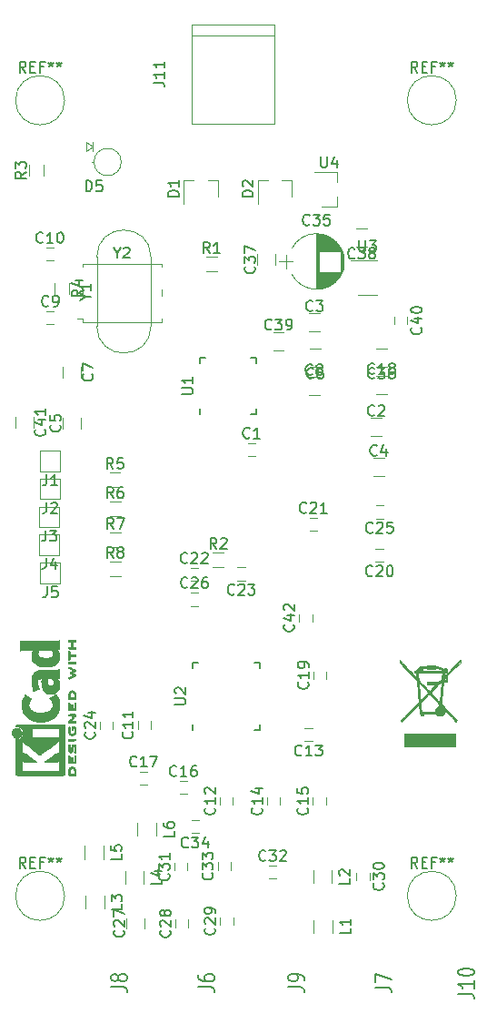
<source format=gbr>
%TF.GenerationSoftware,KiCad,Pcbnew,5.1.8*%
%TF.CreationDate,2020-12-01T22:53:24+08:00*%
%TF.ProjectId,msisdr,6d736973-6472-42e6-9b69-6361645f7063,rev?*%
%TF.SameCoordinates,Original*%
%TF.FileFunction,Legend,Top*%
%TF.FilePolarity,Positive*%
%FSLAX46Y46*%
G04 Gerber Fmt 4.6, Leading zero omitted, Abs format (unit mm)*
G04 Created by KiCad (PCBNEW 5.1.8) date 2020-12-01 22:53:24*
%MOMM*%
%LPD*%
G01*
G04 APERTURE LIST*
%ADD10C,0.120000*%
%ADD11C,0.150000*%
%ADD12C,0.010000*%
%ADD13C,0.200000*%
G04 APERTURE END LIST*
D10*
%TO.C,REF\u002A\u002A*%
X156786000Y-124000000D02*
G75*
G03*
X156786000Y-124000000I-2286000J0D01*
G01*
X120286000Y-124000000D02*
G75*
G03*
X120286000Y-124000000I-2286000J0D01*
G01*
X156786000Y-50000000D02*
G75*
G03*
X156786000Y-50000000I-2286000J0D01*
G01*
X120286000Y-50000000D02*
G75*
G03*
X120286000Y-50000000I-2286000J0D01*
G01*
%TO.C,C1*%
X137349000Y-81886000D02*
X138049000Y-81886000D01*
X138049000Y-83086000D02*
X137349000Y-83086000D01*
%TO.C,C2*%
X148829000Y-81266000D02*
X149829000Y-81266000D01*
X149829000Y-79566000D02*
X148829000Y-79566000D01*
%TO.C,C3*%
X143079000Y-71506000D02*
X144079000Y-71506000D01*
X144079000Y-69806000D02*
X143079000Y-69806000D01*
%TO.C,C4*%
X149049000Y-84956000D02*
X150049000Y-84956000D01*
X150049000Y-83256000D02*
X149049000Y-83256000D01*
%TO.C,C5*%
X121839000Y-80526000D02*
X121839000Y-79526000D01*
X120139000Y-79526000D02*
X120139000Y-80526000D01*
%TO.C,C6*%
X144119000Y-73076000D02*
X143119000Y-73076000D01*
X143119000Y-74776000D02*
X144119000Y-74776000D01*
%TO.C,C7*%
X120129000Y-74786000D02*
X120129000Y-75786000D01*
X121829000Y-75786000D02*
X121829000Y-74786000D01*
%TO.C,C8*%
X143039000Y-77446000D02*
X144039000Y-77446000D01*
X144039000Y-75746000D02*
X143039000Y-75746000D01*
%TO.C,C9*%
X118599000Y-69626000D02*
X119299000Y-69626000D01*
X119299000Y-70826000D02*
X118599000Y-70826000D01*
%TO.C,C10*%
X118549000Y-63726000D02*
X119249000Y-63726000D01*
X119249000Y-64926000D02*
X118549000Y-64926000D01*
%TO.C,C11*%
X127106120Y-108452400D02*
X127106120Y-107752400D01*
X128306120Y-107752400D02*
X128306120Y-108452400D01*
%TO.C,C12*%
X134766760Y-115528840D02*
X134766760Y-114828840D01*
X135966760Y-114828840D02*
X135966760Y-115528840D01*
%TO.C,C13*%
X143369000Y-109626000D02*
X142669000Y-109626000D01*
X142669000Y-108426000D02*
X143369000Y-108426000D01*
%TO.C,C14*%
X139155880Y-115528840D02*
X139155880Y-114828840D01*
X140355880Y-114828840D02*
X140355880Y-115528840D01*
%TO.C,C15*%
X143423080Y-115539000D02*
X143423080Y-114839000D01*
X144623080Y-114839000D02*
X144623080Y-115539000D01*
%TO.C,C16*%
X131003560Y-113326620D02*
X131703560Y-113326620D01*
X131703560Y-114526620D02*
X131003560Y-114526620D01*
%TO.C,C17*%
X127285000Y-112442700D02*
X127985000Y-112442700D01*
X127985000Y-113642700D02*
X127285000Y-113642700D01*
%TO.C,C18*%
X149309000Y-77356000D02*
X150309000Y-77356000D01*
X150309000Y-75656000D02*
X149309000Y-75656000D01*
%TO.C,C19*%
X143479000Y-103826000D02*
X143479000Y-103126000D01*
X144679000Y-103126000D02*
X144679000Y-103826000D01*
%TO.C,C20*%
X149959000Y-92926000D02*
X149259000Y-92926000D01*
X149259000Y-91726000D02*
X149959000Y-91726000D01*
%TO.C,C21*%
X143109000Y-88846000D02*
X143809000Y-88846000D01*
X143809000Y-90046000D02*
X143109000Y-90046000D01*
%TO.C,C22*%
X132019000Y-93506000D02*
X132719000Y-93506000D01*
X132719000Y-94706000D02*
X132019000Y-94706000D01*
%TO.C,C23*%
X137099000Y-94656000D02*
X136399000Y-94656000D01*
X136399000Y-93456000D02*
X137099000Y-93456000D01*
%TO.C,C24*%
X123590760Y-108472720D02*
X123590760Y-107772720D01*
X124790760Y-107772720D02*
X124790760Y-108472720D01*
%TO.C,C25*%
X149979000Y-88896000D02*
X149279000Y-88896000D01*
X149279000Y-87696000D02*
X149979000Y-87696000D01*
%TO.C,C26*%
X132029720Y-95818400D02*
X132729720Y-95818400D01*
X132729720Y-97018400D02*
X132029720Y-97018400D01*
%TO.C,C27*%
X127761100Y-127068200D02*
X127761100Y-126068200D01*
X126061100Y-126068200D02*
X126061100Y-127068200D01*
%TO.C,C28*%
X130621480Y-126925820D02*
X130621480Y-126225820D01*
X131821480Y-126225820D02*
X131821480Y-126925820D01*
%TO.C,C29*%
X134784540Y-126702300D02*
X134784540Y-126002300D01*
X135984540Y-126002300D02*
X135984540Y-126702300D01*
%TO.C,C30*%
X148694700Y-121836700D02*
X148694700Y-122536700D01*
X147494700Y-122536700D02*
X147494700Y-121836700D01*
%TO.C,C31*%
X130509720Y-121645160D02*
X130509720Y-120945160D01*
X131709720Y-120945160D02*
X131709720Y-121645160D01*
%TO.C,C32*%
X139309360Y-121198080D02*
X140009360Y-121198080D01*
X140009360Y-122398080D02*
X139309360Y-122398080D01*
%TO.C,C33*%
X134561020Y-121589280D02*
X134561020Y-120889280D01*
X135761020Y-120889280D02*
X135761020Y-121589280D01*
%TO.C,C34*%
X132800840Y-118179140D02*
X132100840Y-118179140D01*
X132100840Y-116979140D02*
X132800840Y-116979140D01*
%TO.C,C35*%
X140899000Y-64336000D02*
X140899000Y-65636000D01*
X140299000Y-64986000D02*
X141499000Y-64986000D01*
X146310000Y-64632000D02*
X146310000Y-65340000D01*
X146270000Y-64427000D02*
X146270000Y-65545000D01*
X146230000Y-64279000D02*
X146230000Y-65693000D01*
X146190000Y-64157000D02*
X146190000Y-65815000D01*
X146150000Y-64052000D02*
X146150000Y-65920000D01*
X146110000Y-63958000D02*
X146110000Y-66014000D01*
X146070000Y-63874000D02*
X146070000Y-66098000D01*
X146030000Y-63797000D02*
X146030000Y-66175000D01*
X145990000Y-63725000D02*
X145990000Y-66247000D01*
X145950000Y-65966000D02*
X145950000Y-66313000D01*
X145950000Y-63659000D02*
X145950000Y-64006000D01*
X145910000Y-65966000D02*
X145910000Y-66376000D01*
X145910000Y-63596000D02*
X145910000Y-64006000D01*
X145870000Y-65966000D02*
X145870000Y-66434000D01*
X145870000Y-63538000D02*
X145870000Y-64006000D01*
X145830000Y-65966000D02*
X145830000Y-66490000D01*
X145830000Y-63482000D02*
X145830000Y-64006000D01*
X145790000Y-65966000D02*
X145790000Y-66542000D01*
X145790000Y-63430000D02*
X145790000Y-64006000D01*
X145750000Y-65966000D02*
X145750000Y-66592000D01*
X145750000Y-63380000D02*
X145750000Y-64006000D01*
X145710000Y-65966000D02*
X145710000Y-66640000D01*
X145710000Y-63332000D02*
X145710000Y-64006000D01*
X145670000Y-65966000D02*
X145670000Y-66685000D01*
X145670000Y-63287000D02*
X145670000Y-64006000D01*
X145630000Y-65966000D02*
X145630000Y-66728000D01*
X145630000Y-63244000D02*
X145630000Y-64006000D01*
X145590000Y-65966000D02*
X145590000Y-66769000D01*
X145590000Y-63203000D02*
X145590000Y-64006000D01*
X145550000Y-65966000D02*
X145550000Y-66809000D01*
X145550000Y-63163000D02*
X145550000Y-64006000D01*
X145510000Y-65966000D02*
X145510000Y-66847000D01*
X145510000Y-63125000D02*
X145510000Y-64006000D01*
X145470000Y-65966000D02*
X145470000Y-66883000D01*
X145470000Y-63089000D02*
X145470000Y-64006000D01*
X145430000Y-65966000D02*
X145430000Y-66918000D01*
X145430000Y-63054000D02*
X145430000Y-64006000D01*
X145390000Y-65966000D02*
X145390000Y-66951000D01*
X145390000Y-63021000D02*
X145390000Y-64006000D01*
X145350000Y-65966000D02*
X145350000Y-66983000D01*
X145350000Y-62989000D02*
X145350000Y-64006000D01*
X145310000Y-65966000D02*
X145310000Y-67014000D01*
X145310000Y-62958000D02*
X145310000Y-64006000D01*
X145270000Y-65966000D02*
X145270000Y-67044000D01*
X145270000Y-62928000D02*
X145270000Y-64006000D01*
X145230000Y-65966000D02*
X145230000Y-67072000D01*
X145230000Y-62900000D02*
X145230000Y-64006000D01*
X145190000Y-65966000D02*
X145190000Y-67099000D01*
X145190000Y-62873000D02*
X145190000Y-64006000D01*
X145150000Y-65966000D02*
X145150000Y-67126000D01*
X145150000Y-62846000D02*
X145150000Y-64006000D01*
X145110000Y-65966000D02*
X145110000Y-67151000D01*
X145110000Y-62821000D02*
X145110000Y-64006000D01*
X145070000Y-65966000D02*
X145070000Y-67175000D01*
X145070000Y-62797000D02*
X145070000Y-64006000D01*
X145030000Y-65966000D02*
X145030000Y-67198000D01*
X145030000Y-62774000D02*
X145030000Y-64006000D01*
X144990000Y-65966000D02*
X144990000Y-67220000D01*
X144990000Y-62752000D02*
X144990000Y-64006000D01*
X144950000Y-65966000D02*
X144950000Y-67242000D01*
X144950000Y-62730000D02*
X144950000Y-64006000D01*
X144910000Y-65966000D02*
X144910000Y-67262000D01*
X144910000Y-62710000D02*
X144910000Y-64006000D01*
X144870000Y-65966000D02*
X144870000Y-67282000D01*
X144870000Y-62690000D02*
X144870000Y-64006000D01*
X144830000Y-65966000D02*
X144830000Y-67301000D01*
X144830000Y-62671000D02*
X144830000Y-64006000D01*
X144790000Y-65966000D02*
X144790000Y-67319000D01*
X144790000Y-62653000D02*
X144790000Y-64006000D01*
X144750000Y-65966000D02*
X144750000Y-67336000D01*
X144750000Y-62636000D02*
X144750000Y-64006000D01*
X144710000Y-65966000D02*
X144710000Y-67352000D01*
X144710000Y-62620000D02*
X144710000Y-64006000D01*
X144670000Y-65966000D02*
X144670000Y-67368000D01*
X144670000Y-62604000D02*
X144670000Y-64006000D01*
X144630000Y-65966000D02*
X144630000Y-67382000D01*
X144630000Y-62590000D02*
X144630000Y-64006000D01*
X144590000Y-65966000D02*
X144590000Y-67396000D01*
X144590000Y-62576000D02*
X144590000Y-64006000D01*
X144550000Y-65966000D02*
X144550000Y-67410000D01*
X144550000Y-62562000D02*
X144550000Y-64006000D01*
X144510000Y-65966000D02*
X144510000Y-67422000D01*
X144510000Y-62550000D02*
X144510000Y-64006000D01*
X144470000Y-65966000D02*
X144470000Y-67434000D01*
X144470000Y-62538000D02*
X144470000Y-64006000D01*
X144429000Y-65966000D02*
X144429000Y-67446000D01*
X144429000Y-62526000D02*
X144429000Y-64006000D01*
X144389000Y-65966000D02*
X144389000Y-67456000D01*
X144389000Y-62516000D02*
X144389000Y-64006000D01*
X144349000Y-65966000D02*
X144349000Y-67466000D01*
X144349000Y-62506000D02*
X144349000Y-64006000D01*
X144309000Y-65966000D02*
X144309000Y-67475000D01*
X144309000Y-62497000D02*
X144309000Y-64006000D01*
X144269000Y-65966000D02*
X144269000Y-67484000D01*
X144269000Y-62488000D02*
X144269000Y-64006000D01*
X144229000Y-65966000D02*
X144229000Y-67492000D01*
X144229000Y-62480000D02*
X144229000Y-64006000D01*
X144189000Y-65966000D02*
X144189000Y-67499000D01*
X144189000Y-62473000D02*
X144189000Y-64006000D01*
X144149000Y-65966000D02*
X144149000Y-67505000D01*
X144149000Y-62467000D02*
X144149000Y-64006000D01*
X144109000Y-65966000D02*
X144109000Y-67511000D01*
X144109000Y-62461000D02*
X144109000Y-64006000D01*
X144069000Y-65966000D02*
X144069000Y-67517000D01*
X144069000Y-62455000D02*
X144069000Y-64006000D01*
X144029000Y-65966000D02*
X144029000Y-67521000D01*
X144029000Y-62451000D02*
X144029000Y-64006000D01*
X143989000Y-62447000D02*
X143989000Y-67525000D01*
X143949000Y-62443000D02*
X143949000Y-67529000D01*
X143909000Y-62440000D02*
X143909000Y-67532000D01*
X143869000Y-62438000D02*
X143869000Y-67534000D01*
X143829000Y-62437000D02*
X143829000Y-67535000D01*
X143789000Y-62436000D02*
X143789000Y-67536000D01*
X143749000Y-62436000D02*
X143749000Y-67536000D01*
X146054722Y-63806277D02*
G75*
G03*
X141443420Y-63806000I-2305722J-1179723D01*
G01*
X146054722Y-66165723D02*
G75*
G02*
X141443420Y-66166000I-2305722J1179723D01*
G01*
X146054722Y-66165723D02*
G75*
G03*
X146054580Y-63806000I-2305722J1179723D01*
G01*
%TO.C,C36*%
X150299000Y-73076000D02*
X149299000Y-73076000D01*
X149299000Y-74776000D02*
X150299000Y-74776000D01*
%TO.C,C37*%
X139940000Y-65320000D02*
X139940000Y-64320000D01*
X138240000Y-64320000D02*
X138240000Y-65320000D01*
%TO.C,C38*%
X148459000Y-61936000D02*
X147459000Y-61936000D01*
X147459000Y-63636000D02*
X148459000Y-63636000D01*
%TO.C,J11*%
X139869000Y-52146000D02*
X139869000Y-42946000D01*
X132169000Y-52146000D02*
X139869000Y-52146000D01*
X132169000Y-42946000D02*
X132169000Y-52146000D01*
X139869000Y-42946000D02*
X132169000Y-42946000D01*
X139869000Y-43946000D02*
X132169000Y-43946000D01*
%TO.C,L1*%
X145240900Y-126234900D02*
X145240900Y-127434900D01*
X143480900Y-127434900D02*
X143480900Y-126234900D01*
%TO.C,L2*%
X145202800Y-121624800D02*
X145202800Y-122824800D01*
X143442800Y-122824800D02*
X143442800Y-121624800D01*
%TO.C,L3*%
X123970940Y-123992080D02*
X123970940Y-125192080D01*
X122210940Y-125192080D02*
X122210940Y-123992080D01*
%TO.C,L4*%
X127676800Y-121662900D02*
X127676800Y-122862900D01*
X125916800Y-122862900D02*
X125916800Y-121662900D01*
%TO.C,L5*%
X123915060Y-119354040D02*
X123915060Y-120554040D01*
X122155060Y-120554040D02*
X122155060Y-119354040D01*
%TO.C,L6*%
X128819800Y-117205200D02*
X128819800Y-118405200D01*
X127059800Y-118405200D02*
X127059800Y-117205200D01*
%TO.C,R1*%
X133469000Y-64526000D02*
X134469000Y-64526000D01*
X134469000Y-65886000D02*
X133469000Y-65886000D01*
%TO.C,R2*%
X134120000Y-92030000D02*
X135120000Y-92030000D01*
X135120000Y-93390000D02*
X134120000Y-93390000D01*
D11*
%TO.C,U1*%
X132904000Y-73941000D02*
X132904000Y-74466000D01*
X138154000Y-73941000D02*
X138154000Y-74466000D01*
X138154000Y-79191000D02*
X138154000Y-78666000D01*
X132904000Y-79191000D02*
X132904000Y-78666000D01*
X138154000Y-73941000D02*
X137629000Y-73941000D01*
X138154000Y-79191000D02*
X137629000Y-79191000D01*
X132904000Y-73941000D02*
X133429000Y-73941000D01*
%TO.C,U2*%
X132209000Y-102276000D02*
X132209000Y-102801000D01*
X138509000Y-102276000D02*
X138509000Y-102801000D01*
X138509000Y-108576000D02*
X138509000Y-108051000D01*
X132209000Y-108576000D02*
X132209000Y-108051000D01*
X138509000Y-102276000D02*
X137984000Y-102276000D01*
X138509000Y-108576000D02*
X137984000Y-108576000D01*
X132209000Y-102276000D02*
X132734000Y-102276000D01*
D10*
%TO.C,Y1*%
X128334000Y-70986000D02*
X128334000Y-64586000D01*
X123284000Y-70986000D02*
X123284000Y-64586000D01*
X128334000Y-70986000D02*
G75*
G02*
X123284000Y-70986000I-2525000J0D01*
G01*
X128334000Y-64586000D02*
G75*
G03*
X123284000Y-64586000I-2525000J0D01*
G01*
%TO.C,J1*%
X119849000Y-82606000D02*
X117999000Y-82606000D01*
X119849000Y-82656000D02*
X119849000Y-82606000D01*
X119849000Y-84506000D02*
X119849000Y-82656000D01*
X117999000Y-84506000D02*
X119849000Y-84506000D01*
X117999000Y-82606000D02*
X117999000Y-84506000D01*
%TO.C,J2*%
X119829000Y-85206000D02*
X117979000Y-85206000D01*
X119829000Y-85256000D02*
X119829000Y-85206000D01*
X119829000Y-87106000D02*
X119829000Y-85256000D01*
X117979000Y-87106000D02*
X119829000Y-87106000D01*
X117979000Y-85206000D02*
X117979000Y-87106000D01*
%TO.C,J3*%
X119769000Y-87796000D02*
X117919000Y-87796000D01*
X119769000Y-87846000D02*
X119769000Y-87796000D01*
X119769000Y-89696000D02*
X119769000Y-87846000D01*
X117919000Y-89696000D02*
X119769000Y-89696000D01*
X117919000Y-87796000D02*
X117919000Y-89696000D01*
%TO.C,J4*%
X119799000Y-90386000D02*
X117949000Y-90386000D01*
X119799000Y-90436000D02*
X119799000Y-90386000D01*
X119799000Y-92286000D02*
X119799000Y-90436000D01*
X117949000Y-92286000D02*
X119799000Y-92286000D01*
X117949000Y-90386000D02*
X117949000Y-92286000D01*
%TO.C,J5*%
X119879000Y-93016000D02*
X118029000Y-93016000D01*
X119879000Y-93066000D02*
X119879000Y-93016000D01*
X119879000Y-94916000D02*
X119879000Y-93066000D01*
X118029000Y-94916000D02*
X119879000Y-94916000D01*
X118029000Y-93016000D02*
X118029000Y-94916000D01*
%TO.C,C39*%
X139720000Y-73260000D02*
X140720000Y-73260000D01*
X140720000Y-71560000D02*
X139720000Y-71560000D01*
%TO.C,D5*%
X125556371Y-55740000D02*
G75*
G03*
X125556371Y-55740000I-1266371J0D01*
G01*
X122300333Y-53871000D02*
X122893000Y-54315500D01*
X122300333Y-54760000D02*
X122300333Y-53871000D01*
X122893000Y-54315500D02*
X122300333Y-54760000D01*
X122893000Y-54760000D02*
X122893000Y-53871000D01*
X123023629Y-55740000D02*
X122850000Y-55740000D01*
%TO.C,R3*%
X117010000Y-56990000D02*
X117010000Y-55990000D01*
X118370000Y-55990000D02*
X118370000Y-56990000D01*
%TO.C,C40*%
X152210000Y-70140000D02*
X152210000Y-70840000D01*
X151010000Y-70840000D02*
X151010000Y-70140000D01*
%TO.C,R4*%
X120730000Y-66980000D02*
X120730000Y-67980000D01*
X119370000Y-67980000D02*
X119370000Y-66980000D01*
%TO.C,U3*%
X149400000Y-64900000D02*
X146950000Y-64900000D01*
X147600000Y-68120000D02*
X149400000Y-68120000D01*
%TO.C,U4*%
X145690000Y-59870000D02*
X144230000Y-59870000D01*
X145690000Y-56710000D02*
X143530000Y-56710000D01*
X145690000Y-56710000D02*
X145690000Y-57640000D01*
X145690000Y-59870000D02*
X145690000Y-58940000D01*
%TO.C,Y2*%
X129340000Y-67610000D02*
X129340000Y-68210000D01*
X121940000Y-68210000D02*
X121940000Y-67610000D01*
X121440000Y-68210000D02*
X121940000Y-68210000D01*
X129340000Y-70610000D02*
X129340000Y-70310000D01*
X121940000Y-70610000D02*
X129340000Y-70610000D01*
X121940000Y-70310000D02*
X121940000Y-70610000D01*
X121440000Y-70310000D02*
X121940000Y-70310000D01*
X129340000Y-65210000D02*
X129340000Y-65510000D01*
X121940000Y-65210000D02*
X129340000Y-65210000D01*
X121940000Y-65510000D02*
X121940000Y-65210000D01*
%TO.C,D1*%
X134550000Y-57460000D02*
X134550000Y-58920000D01*
X131390000Y-57460000D02*
X131390000Y-59620000D01*
X131390000Y-57460000D02*
X132320000Y-57460000D01*
X134550000Y-57460000D02*
X133620000Y-57460000D01*
%TO.C,D2*%
X141470000Y-57470000D02*
X141470000Y-58930000D01*
X138310000Y-57470000D02*
X138310000Y-59630000D01*
X138310000Y-57470000D02*
X139240000Y-57470000D01*
X141470000Y-57470000D02*
X140540000Y-57470000D01*
%TO.C,R5*%
X124470000Y-84580000D02*
X125470000Y-84580000D01*
X125470000Y-85940000D02*
X124470000Y-85940000D01*
%TO.C,R6*%
X124490000Y-87310000D02*
X125490000Y-87310000D01*
X125490000Y-88670000D02*
X124490000Y-88670000D01*
%TO.C,R7*%
X124510000Y-90170000D02*
X125510000Y-90170000D01*
X125510000Y-91530000D02*
X124510000Y-91530000D01*
%TO.C,R8*%
X124490000Y-92870000D02*
X125490000Y-92870000D01*
X125490000Y-94230000D02*
X124490000Y-94230000D01*
D12*
%TO.C,REF\u002A\u002A\u002A*%
G36*
X115356571Y-108773043D02*
G01*
X115380809Y-108676768D01*
X115423641Y-108590184D01*
X115483419Y-108515373D01*
X115558494Y-108454418D01*
X115647220Y-108409399D01*
X115743530Y-108383136D01*
X115840795Y-108377286D01*
X115934654Y-108392140D01*
X116022511Y-108425840D01*
X116101770Y-108476528D01*
X116169836Y-108542345D01*
X116224112Y-108621434D01*
X116262002Y-108711934D01*
X116274426Y-108763200D01*
X116281947Y-108807698D01*
X116284919Y-108841999D01*
X116283094Y-108874960D01*
X116276225Y-108915434D01*
X116269250Y-108948531D01*
X116237741Y-109041947D01*
X116186617Y-109125619D01*
X116117429Y-109197665D01*
X116031728Y-109256200D01*
X116004489Y-109270148D01*
X115968122Y-109286586D01*
X115937582Y-109296894D01*
X115905450Y-109302460D01*
X115864307Y-109304669D01*
X115818222Y-109304948D01*
X115733865Y-109300861D01*
X115664586Y-109287446D01*
X115603961Y-109262256D01*
X115545567Y-109222846D01*
X115501302Y-109184298D01*
X115435484Y-109112406D01*
X115390053Y-109037313D01*
X115362850Y-108954562D01*
X115352576Y-108876928D01*
X115356571Y-108773043D01*
G37*
X115356571Y-108773043D02*
X115380809Y-108676768D01*
X115423641Y-108590184D01*
X115483419Y-108515373D01*
X115558494Y-108454418D01*
X115647220Y-108409399D01*
X115743530Y-108383136D01*
X115840795Y-108377286D01*
X115934654Y-108392140D01*
X116022511Y-108425840D01*
X116101770Y-108476528D01*
X116169836Y-108542345D01*
X116224112Y-108621434D01*
X116262002Y-108711934D01*
X116274426Y-108763200D01*
X116281947Y-108807698D01*
X116284919Y-108841999D01*
X116283094Y-108874960D01*
X116276225Y-108915434D01*
X116269250Y-108948531D01*
X116237741Y-109041947D01*
X116186617Y-109125619D01*
X116117429Y-109197665D01*
X116031728Y-109256200D01*
X116004489Y-109270148D01*
X115968122Y-109286586D01*
X115937582Y-109296894D01*
X115905450Y-109302460D01*
X115864307Y-109304669D01*
X115818222Y-109304948D01*
X115733865Y-109300861D01*
X115664586Y-109287446D01*
X115603961Y-109262256D01*
X115545567Y-109222846D01*
X115501302Y-109184298D01*
X115435484Y-109112406D01*
X115390053Y-109037313D01*
X115362850Y-108954562D01*
X115352576Y-108876928D01*
X115356571Y-108773043D01*
G36*
X117802245Y-100313493D02*
G01*
X118036662Y-100313474D01*
X118249603Y-100313448D01*
X118442168Y-100313375D01*
X118615459Y-100313218D01*
X118770576Y-100312936D01*
X118908620Y-100312491D01*
X119030692Y-100311844D01*
X119137894Y-100310955D01*
X119231326Y-100309787D01*
X119312090Y-100308299D01*
X119381286Y-100306454D01*
X119440015Y-100304211D01*
X119489379Y-100301531D01*
X119530478Y-100298377D01*
X119564413Y-100294708D01*
X119592286Y-100290487D01*
X119615198Y-100285673D01*
X119634249Y-100280227D01*
X119650540Y-100274112D01*
X119665173Y-100267288D01*
X119679249Y-100259715D01*
X119693868Y-100251355D01*
X119702974Y-100246161D01*
X119763689Y-100211896D01*
X119763689Y-101070045D01*
X119667733Y-101070045D01*
X119624370Y-101070776D01*
X119591205Y-101072728D01*
X119573424Y-101075537D01*
X119571778Y-101076779D01*
X119578662Y-101088201D01*
X119596505Y-101110916D01*
X119615879Y-101133615D01*
X119656614Y-101188200D01*
X119697617Y-101257679D01*
X119735123Y-101334730D01*
X119765364Y-101412035D01*
X119775012Y-101442887D01*
X119789578Y-101511384D01*
X119799539Y-101594236D01*
X119804583Y-101683629D01*
X119804396Y-101771752D01*
X119798666Y-101850793D01*
X119792858Y-101888489D01*
X119754797Y-102026586D01*
X119697073Y-102153887D01*
X119620211Y-102269708D01*
X119524739Y-102373363D01*
X119411179Y-102464167D01*
X119300381Y-102530969D01*
X119183625Y-102585836D01*
X119064276Y-102627837D01*
X118938283Y-102657833D01*
X118801594Y-102676689D01*
X118650158Y-102685268D01*
X118572711Y-102685994D01*
X118515934Y-102683900D01*
X118515934Y-101854783D01*
X118609002Y-101854576D01*
X118696692Y-101851663D01*
X118773772Y-101846000D01*
X118835009Y-101837545D01*
X118847350Y-101834962D01*
X118954633Y-101803160D01*
X119041658Y-101761502D01*
X119108642Y-101709637D01*
X119155805Y-101647219D01*
X119183365Y-101573900D01*
X119191541Y-101489331D01*
X119180551Y-101393165D01*
X119164829Y-101329689D01*
X119146639Y-101280546D01*
X119120791Y-101226417D01*
X119097089Y-101185756D01*
X119050721Y-101115200D01*
X117900530Y-101115200D01*
X117856962Y-101182608D01*
X117816040Y-101261133D01*
X117789389Y-101345319D01*
X117777465Y-101430443D01*
X117780722Y-101511784D01*
X117799615Y-101584620D01*
X117815184Y-101616574D01*
X117858181Y-101674499D01*
X117914953Y-101723456D01*
X117987575Y-101764610D01*
X118078121Y-101799126D01*
X118188666Y-101828167D01*
X118194533Y-101829448D01*
X118256788Y-101839619D01*
X118334594Y-101847261D01*
X118422720Y-101852330D01*
X118515934Y-101854783D01*
X118515934Y-102683900D01*
X118359895Y-102678143D01*
X118164059Y-102656198D01*
X117985332Y-102620214D01*
X117823845Y-102570241D01*
X117679726Y-102506332D01*
X117553106Y-102428538D01*
X117444115Y-102336911D01*
X117352883Y-102231503D01*
X117321932Y-102186338D01*
X117265785Y-102085389D01*
X117226174Y-101982099D01*
X117202014Y-101872011D01*
X117192219Y-101750670D01*
X117193265Y-101658164D01*
X117204231Y-101528510D01*
X117226046Y-101415916D01*
X117259714Y-101317125D01*
X117306236Y-101228879D01*
X117340448Y-101180014D01*
X117362362Y-101150647D01*
X117377333Y-101128957D01*
X117381733Y-101120747D01*
X117370904Y-101119132D01*
X117340251Y-101117841D01*
X117292526Y-101116862D01*
X117230479Y-101116183D01*
X117156862Y-101115790D01*
X117074427Y-101115670D01*
X116985925Y-101115812D01*
X116894107Y-101116203D01*
X116801724Y-101116829D01*
X116711528Y-101117680D01*
X116626271Y-101118740D01*
X116548703Y-101119999D01*
X116481576Y-101121444D01*
X116427641Y-101123062D01*
X116389650Y-101124839D01*
X116382667Y-101125331D01*
X116312251Y-101132908D01*
X116257102Y-101144469D01*
X116209981Y-101162208D01*
X116163647Y-101188318D01*
X116154067Y-101194585D01*
X116117378Y-101219017D01*
X116117378Y-100313689D01*
X117802245Y-100313493D01*
G37*
X117802245Y-100313493D02*
X118036662Y-100313474D01*
X118249603Y-100313448D01*
X118442168Y-100313375D01*
X118615459Y-100313218D01*
X118770576Y-100312936D01*
X118908620Y-100312491D01*
X119030692Y-100311844D01*
X119137894Y-100310955D01*
X119231326Y-100309787D01*
X119312090Y-100308299D01*
X119381286Y-100306454D01*
X119440015Y-100304211D01*
X119489379Y-100301531D01*
X119530478Y-100298377D01*
X119564413Y-100294708D01*
X119592286Y-100290487D01*
X119615198Y-100285673D01*
X119634249Y-100280227D01*
X119650540Y-100274112D01*
X119665173Y-100267288D01*
X119679249Y-100259715D01*
X119693868Y-100251355D01*
X119702974Y-100246161D01*
X119763689Y-100211896D01*
X119763689Y-101070045D01*
X119667733Y-101070045D01*
X119624370Y-101070776D01*
X119591205Y-101072728D01*
X119573424Y-101075537D01*
X119571778Y-101076779D01*
X119578662Y-101088201D01*
X119596505Y-101110916D01*
X119615879Y-101133615D01*
X119656614Y-101188200D01*
X119697617Y-101257679D01*
X119735123Y-101334730D01*
X119765364Y-101412035D01*
X119775012Y-101442887D01*
X119789578Y-101511384D01*
X119799539Y-101594236D01*
X119804583Y-101683629D01*
X119804396Y-101771752D01*
X119798666Y-101850793D01*
X119792858Y-101888489D01*
X119754797Y-102026586D01*
X119697073Y-102153887D01*
X119620211Y-102269708D01*
X119524739Y-102373363D01*
X119411179Y-102464167D01*
X119300381Y-102530969D01*
X119183625Y-102585836D01*
X119064276Y-102627837D01*
X118938283Y-102657833D01*
X118801594Y-102676689D01*
X118650158Y-102685268D01*
X118572711Y-102685994D01*
X118515934Y-102683900D01*
X118515934Y-101854783D01*
X118609002Y-101854576D01*
X118696692Y-101851663D01*
X118773772Y-101846000D01*
X118835009Y-101837545D01*
X118847350Y-101834962D01*
X118954633Y-101803160D01*
X119041658Y-101761502D01*
X119108642Y-101709637D01*
X119155805Y-101647219D01*
X119183365Y-101573900D01*
X119191541Y-101489331D01*
X119180551Y-101393165D01*
X119164829Y-101329689D01*
X119146639Y-101280546D01*
X119120791Y-101226417D01*
X119097089Y-101185756D01*
X119050721Y-101115200D01*
X117900530Y-101115200D01*
X117856962Y-101182608D01*
X117816040Y-101261133D01*
X117789389Y-101345319D01*
X117777465Y-101430443D01*
X117780722Y-101511784D01*
X117799615Y-101584620D01*
X117815184Y-101616574D01*
X117858181Y-101674499D01*
X117914953Y-101723456D01*
X117987575Y-101764610D01*
X118078121Y-101799126D01*
X118188666Y-101828167D01*
X118194533Y-101829448D01*
X118256788Y-101839619D01*
X118334594Y-101847261D01*
X118422720Y-101852330D01*
X118515934Y-101854783D01*
X118515934Y-102683900D01*
X118359895Y-102678143D01*
X118164059Y-102656198D01*
X117985332Y-102620214D01*
X117823845Y-102570241D01*
X117679726Y-102506332D01*
X117553106Y-102428538D01*
X117444115Y-102336911D01*
X117352883Y-102231503D01*
X117321932Y-102186338D01*
X117265785Y-102085389D01*
X117226174Y-101982099D01*
X117202014Y-101872011D01*
X117192219Y-101750670D01*
X117193265Y-101658164D01*
X117204231Y-101528510D01*
X117226046Y-101415916D01*
X117259714Y-101317125D01*
X117306236Y-101228879D01*
X117340448Y-101180014D01*
X117362362Y-101150647D01*
X117377333Y-101128957D01*
X117381733Y-101120747D01*
X117370904Y-101119132D01*
X117340251Y-101117841D01*
X117292526Y-101116862D01*
X117230479Y-101116183D01*
X117156862Y-101115790D01*
X117074427Y-101115670D01*
X116985925Y-101115812D01*
X116894107Y-101116203D01*
X116801724Y-101116829D01*
X116711528Y-101117680D01*
X116626271Y-101118740D01*
X116548703Y-101119999D01*
X116481576Y-101121444D01*
X116427641Y-101123062D01*
X116389650Y-101124839D01*
X116382667Y-101125331D01*
X116312251Y-101132908D01*
X116257102Y-101144469D01*
X116209981Y-101162208D01*
X116163647Y-101188318D01*
X116154067Y-101194585D01*
X116117378Y-101219017D01*
X116117378Y-100313689D01*
X117802245Y-100313493D01*
G36*
X117196552Y-103826426D02*
G01*
X117216567Y-103674508D01*
X117250202Y-103539244D01*
X117297725Y-103419761D01*
X117359405Y-103315185D01*
X117422965Y-103237576D01*
X117497099Y-103168735D01*
X117576871Y-103114994D01*
X117669091Y-103072090D01*
X117712161Y-103056616D01*
X117751142Y-103043756D01*
X117787289Y-103032554D01*
X117822434Y-103022880D01*
X117858410Y-103014604D01*
X117897050Y-103007597D01*
X117940185Y-103001728D01*
X117989649Y-102996869D01*
X118047273Y-102992890D01*
X118114891Y-102989660D01*
X118194334Y-102987051D01*
X118287436Y-102984933D01*
X118396027Y-102983176D01*
X118521942Y-102981651D01*
X118667012Y-102980228D01*
X118809778Y-102978975D01*
X118965968Y-102977649D01*
X119101239Y-102976444D01*
X119217246Y-102975234D01*
X119315645Y-102973894D01*
X119398093Y-102972300D01*
X119466246Y-102970325D01*
X119521760Y-102967844D01*
X119566292Y-102964731D01*
X119601498Y-102960862D01*
X119629034Y-102956111D01*
X119650556Y-102950352D01*
X119667722Y-102943461D01*
X119682186Y-102935311D01*
X119695606Y-102925777D01*
X119709638Y-102914734D01*
X119715071Y-102910434D01*
X119737910Y-102894614D01*
X119753463Y-102887578D01*
X119753922Y-102887556D01*
X119756121Y-102898433D01*
X119758147Y-102929418D01*
X119759942Y-102978043D01*
X119761451Y-103041837D01*
X119762616Y-103118331D01*
X119763380Y-103205056D01*
X119763686Y-103299543D01*
X119763689Y-103310450D01*
X119763689Y-103733343D01*
X119667622Y-103736605D01*
X119571556Y-103739867D01*
X119622543Y-103801956D01*
X119690057Y-103899286D01*
X119744749Y-104009187D01*
X119774978Y-104095651D01*
X119789666Y-104164722D01*
X119799659Y-104248075D01*
X119804646Y-104337841D01*
X119804313Y-104426155D01*
X119798351Y-104505149D01*
X119792638Y-104541378D01*
X119754776Y-104681397D01*
X119699932Y-104807822D01*
X119628924Y-104919740D01*
X119542568Y-105016238D01*
X119441679Y-105096400D01*
X119327076Y-105159313D01*
X119200984Y-105203688D01*
X119144401Y-105216022D01*
X119082202Y-105223632D01*
X119007363Y-105227261D01*
X118973467Y-105227755D01*
X118970282Y-105227690D01*
X118970282Y-104467752D01*
X119045333Y-104458459D01*
X119109160Y-104430272D01*
X119164798Y-104381803D01*
X119169211Y-104376746D01*
X119204037Y-104328452D01*
X119226620Y-104276743D01*
X119238540Y-104216011D01*
X119241383Y-104140648D01*
X119240978Y-104122541D01*
X119238325Y-104068722D01*
X119232909Y-104028692D01*
X119222745Y-103993676D01*
X119205850Y-103954897D01*
X119200672Y-103944255D01*
X119164844Y-103883604D01*
X119122212Y-103836785D01*
X119106973Y-103824048D01*
X119050462Y-103779378D01*
X118854586Y-103779378D01*
X118775939Y-103779914D01*
X118717988Y-103781604D01*
X118678875Y-103784572D01*
X118656741Y-103788943D01*
X118650274Y-103793028D01*
X118647111Y-103808953D01*
X118644488Y-103842736D01*
X118642655Y-103889660D01*
X118641857Y-103945007D01*
X118641842Y-103953894D01*
X118647096Y-104074670D01*
X118663263Y-104177340D01*
X118690961Y-104263894D01*
X118730808Y-104336319D01*
X118777758Y-104391249D01*
X118835645Y-104435796D01*
X118898693Y-104460520D01*
X118970282Y-104467752D01*
X118970282Y-105227690D01*
X118879712Y-105225822D01*
X118800812Y-105217478D01*
X118729590Y-105201232D01*
X118658864Y-105175595D01*
X118606493Y-105151599D01*
X118511196Y-105092980D01*
X118423170Y-105014883D01*
X118344017Y-104919685D01*
X118275340Y-104809762D01*
X118218741Y-104687490D01*
X118175821Y-104555245D01*
X118160882Y-104490578D01*
X118138777Y-104354396D01*
X118124194Y-104205951D01*
X118117813Y-104054495D01*
X118119445Y-103927936D01*
X118126224Y-103766050D01*
X118067245Y-103773470D01*
X117968092Y-103792762D01*
X117887372Y-103823896D01*
X117824466Y-103867731D01*
X117778756Y-103925129D01*
X117749622Y-103996952D01*
X117736447Y-104084059D01*
X117738611Y-104187314D01*
X117742612Y-104225289D01*
X117767780Y-104366480D01*
X117808814Y-104503293D01*
X117846815Y-104597822D01*
X117866190Y-104642982D01*
X117881760Y-104681415D01*
X117891405Y-104707766D01*
X117893452Y-104715454D01*
X117884374Y-104725198D01*
X117855405Y-104741917D01*
X117806217Y-104765768D01*
X117736484Y-104796907D01*
X117645879Y-104835493D01*
X117630089Y-104842090D01*
X117557772Y-104872147D01*
X117492425Y-104899126D01*
X117436906Y-104921864D01*
X117394072Y-104939194D01*
X117366781Y-104949952D01*
X117357942Y-104953059D01*
X117353187Y-104943060D01*
X117347910Y-104916783D01*
X117344231Y-104888511D01*
X117339474Y-104858354D01*
X117330028Y-104810567D01*
X117316820Y-104749388D01*
X117300776Y-104679054D01*
X117282820Y-104603806D01*
X117275797Y-104575245D01*
X117250209Y-104470184D01*
X117230147Y-104382520D01*
X117214969Y-104307932D01*
X117204035Y-104242097D01*
X117196704Y-104180693D01*
X117192335Y-104119398D01*
X117190287Y-104053890D01*
X117189889Y-103995872D01*
X117196552Y-103826426D01*
G37*
X117196552Y-103826426D02*
X117216567Y-103674508D01*
X117250202Y-103539244D01*
X117297725Y-103419761D01*
X117359405Y-103315185D01*
X117422965Y-103237576D01*
X117497099Y-103168735D01*
X117576871Y-103114994D01*
X117669091Y-103072090D01*
X117712161Y-103056616D01*
X117751142Y-103043756D01*
X117787289Y-103032554D01*
X117822434Y-103022880D01*
X117858410Y-103014604D01*
X117897050Y-103007597D01*
X117940185Y-103001728D01*
X117989649Y-102996869D01*
X118047273Y-102992890D01*
X118114891Y-102989660D01*
X118194334Y-102987051D01*
X118287436Y-102984933D01*
X118396027Y-102983176D01*
X118521942Y-102981651D01*
X118667012Y-102980228D01*
X118809778Y-102978975D01*
X118965968Y-102977649D01*
X119101239Y-102976444D01*
X119217246Y-102975234D01*
X119315645Y-102973894D01*
X119398093Y-102972300D01*
X119466246Y-102970325D01*
X119521760Y-102967844D01*
X119566292Y-102964731D01*
X119601498Y-102960862D01*
X119629034Y-102956111D01*
X119650556Y-102950352D01*
X119667722Y-102943461D01*
X119682186Y-102935311D01*
X119695606Y-102925777D01*
X119709638Y-102914734D01*
X119715071Y-102910434D01*
X119737910Y-102894614D01*
X119753463Y-102887578D01*
X119753922Y-102887556D01*
X119756121Y-102898433D01*
X119758147Y-102929418D01*
X119759942Y-102978043D01*
X119761451Y-103041837D01*
X119762616Y-103118331D01*
X119763380Y-103205056D01*
X119763686Y-103299543D01*
X119763689Y-103310450D01*
X119763689Y-103733343D01*
X119667622Y-103736605D01*
X119571556Y-103739867D01*
X119622543Y-103801956D01*
X119690057Y-103899286D01*
X119744749Y-104009187D01*
X119774978Y-104095651D01*
X119789666Y-104164722D01*
X119799659Y-104248075D01*
X119804646Y-104337841D01*
X119804313Y-104426155D01*
X119798351Y-104505149D01*
X119792638Y-104541378D01*
X119754776Y-104681397D01*
X119699932Y-104807822D01*
X119628924Y-104919740D01*
X119542568Y-105016238D01*
X119441679Y-105096400D01*
X119327076Y-105159313D01*
X119200984Y-105203688D01*
X119144401Y-105216022D01*
X119082202Y-105223632D01*
X119007363Y-105227261D01*
X118973467Y-105227755D01*
X118970282Y-105227690D01*
X118970282Y-104467752D01*
X119045333Y-104458459D01*
X119109160Y-104430272D01*
X119164798Y-104381803D01*
X119169211Y-104376746D01*
X119204037Y-104328452D01*
X119226620Y-104276743D01*
X119238540Y-104216011D01*
X119241383Y-104140648D01*
X119240978Y-104122541D01*
X119238325Y-104068722D01*
X119232909Y-104028692D01*
X119222745Y-103993676D01*
X119205850Y-103954897D01*
X119200672Y-103944255D01*
X119164844Y-103883604D01*
X119122212Y-103836785D01*
X119106973Y-103824048D01*
X119050462Y-103779378D01*
X118854586Y-103779378D01*
X118775939Y-103779914D01*
X118717988Y-103781604D01*
X118678875Y-103784572D01*
X118656741Y-103788943D01*
X118650274Y-103793028D01*
X118647111Y-103808953D01*
X118644488Y-103842736D01*
X118642655Y-103889660D01*
X118641857Y-103945007D01*
X118641842Y-103953894D01*
X118647096Y-104074670D01*
X118663263Y-104177340D01*
X118690961Y-104263894D01*
X118730808Y-104336319D01*
X118777758Y-104391249D01*
X118835645Y-104435796D01*
X118898693Y-104460520D01*
X118970282Y-104467752D01*
X118970282Y-105227690D01*
X118879712Y-105225822D01*
X118800812Y-105217478D01*
X118729590Y-105201232D01*
X118658864Y-105175595D01*
X118606493Y-105151599D01*
X118511196Y-105092980D01*
X118423170Y-105014883D01*
X118344017Y-104919685D01*
X118275340Y-104809762D01*
X118218741Y-104687490D01*
X118175821Y-104555245D01*
X118160882Y-104490578D01*
X118138777Y-104354396D01*
X118124194Y-104205951D01*
X118117813Y-104054495D01*
X118119445Y-103927936D01*
X118126224Y-103766050D01*
X118067245Y-103773470D01*
X117968092Y-103792762D01*
X117887372Y-103823896D01*
X117824466Y-103867731D01*
X117778756Y-103925129D01*
X117749622Y-103996952D01*
X117736447Y-104084059D01*
X117738611Y-104187314D01*
X117742612Y-104225289D01*
X117767780Y-104366480D01*
X117808814Y-104503293D01*
X117846815Y-104597822D01*
X117866190Y-104642982D01*
X117881760Y-104681415D01*
X117891405Y-104707766D01*
X117893452Y-104715454D01*
X117884374Y-104725198D01*
X117855405Y-104741917D01*
X117806217Y-104765768D01*
X117736484Y-104796907D01*
X117645879Y-104835493D01*
X117630089Y-104842090D01*
X117557772Y-104872147D01*
X117492425Y-104899126D01*
X117436906Y-104921864D01*
X117394072Y-104939194D01*
X117366781Y-104949952D01*
X117357942Y-104953059D01*
X117353187Y-104943060D01*
X117347910Y-104916783D01*
X117344231Y-104888511D01*
X117339474Y-104858354D01*
X117330028Y-104810567D01*
X117316820Y-104749388D01*
X117300776Y-104679054D01*
X117282820Y-104603806D01*
X117275797Y-104575245D01*
X117250209Y-104470184D01*
X117230147Y-104382520D01*
X117214969Y-104307932D01*
X117204035Y-104242097D01*
X117196704Y-104180693D01*
X117192335Y-104119398D01*
X117190287Y-104053890D01*
X117189889Y-103995872D01*
X117196552Y-103826426D01*
G36*
X116279071Y-106171571D02*
G01*
X116300245Y-106011430D01*
X116340385Y-105847490D01*
X116399889Y-105677687D01*
X116479154Y-105499957D01*
X116484699Y-105488690D01*
X116512725Y-105430995D01*
X116536802Y-105379448D01*
X116555249Y-105337809D01*
X116566386Y-105309838D01*
X116568933Y-105300267D01*
X116573941Y-105281050D01*
X116578147Y-105276439D01*
X116588580Y-105281542D01*
X116614868Y-105297582D01*
X116654257Y-105322712D01*
X116703991Y-105355086D01*
X116761315Y-105392857D01*
X116823476Y-105434178D01*
X116887718Y-105477202D01*
X116951285Y-105520083D01*
X117011425Y-105560974D01*
X117065380Y-105598029D01*
X117110397Y-105629400D01*
X117143721Y-105653241D01*
X117162597Y-105667706D01*
X117164787Y-105669691D01*
X117160138Y-105679809D01*
X117142962Y-105702150D01*
X117116440Y-105732720D01*
X117101964Y-105748464D01*
X117026682Y-105844953D01*
X116971241Y-105951664D01*
X116936141Y-106067168D01*
X116921880Y-106190038D01*
X116923051Y-106259439D01*
X116940212Y-106380577D01*
X116976094Y-106489795D01*
X117030959Y-106587418D01*
X117105070Y-106673772D01*
X117198688Y-106749185D01*
X117312076Y-106813982D01*
X117398667Y-106851399D01*
X117534366Y-106895252D01*
X117681850Y-106927572D01*
X117837314Y-106948443D01*
X117996956Y-106957949D01*
X118156973Y-106956173D01*
X118313561Y-106943197D01*
X118462918Y-106919106D01*
X118601240Y-106883982D01*
X118724724Y-106837908D01*
X118758978Y-106821627D01*
X118873064Y-106753380D01*
X118969557Y-106672921D01*
X119047670Y-106581430D01*
X119106617Y-106480089D01*
X119145612Y-106370080D01*
X119163868Y-106252585D01*
X119165211Y-106211117D01*
X119154290Y-106089559D01*
X119121474Y-105969122D01*
X119067439Y-105851334D01*
X118992865Y-105737723D01*
X118914539Y-105646315D01*
X118870008Y-105599785D01*
X119167271Y-105418517D01*
X119241433Y-105373420D01*
X119309646Y-105332181D01*
X119369459Y-105296265D01*
X119418420Y-105267134D01*
X119454079Y-105246250D01*
X119473984Y-105235076D01*
X119477079Y-105233625D01*
X119486718Y-105241854D01*
X119503999Y-105267433D01*
X119527283Y-105307127D01*
X119554934Y-105357703D01*
X119585315Y-105415926D01*
X119616790Y-105478563D01*
X119647722Y-105542379D01*
X119676473Y-105604140D01*
X119701408Y-105660612D01*
X119720889Y-105708562D01*
X119729318Y-105732014D01*
X119767133Y-105865779D01*
X119792136Y-106003673D01*
X119805140Y-106151378D01*
X119807468Y-106278167D01*
X119806373Y-106346122D01*
X119804275Y-106411723D01*
X119801434Y-106469153D01*
X119798106Y-106512597D01*
X119796422Y-106526702D01*
X119767587Y-106665716D01*
X119722468Y-106807243D01*
X119663750Y-106944725D01*
X119594120Y-107071606D01*
X119541441Y-107149111D01*
X119433239Y-107276519D01*
X119306671Y-107394822D01*
X119164866Y-107501828D01*
X119010951Y-107595348D01*
X118848053Y-107673190D01*
X118730756Y-107717044D01*
X118547128Y-107767292D01*
X118352581Y-107800791D01*
X118151325Y-107817551D01*
X117947568Y-107817584D01*
X117745521Y-107800899D01*
X117549392Y-107767507D01*
X117363391Y-107717420D01*
X117351803Y-107713603D01*
X117189750Y-107650719D01*
X117041832Y-107573972D01*
X116903865Y-107480758D01*
X116771661Y-107368473D01*
X116726399Y-107324608D01*
X116602457Y-107188466D01*
X116499915Y-107048509D01*
X116417656Y-106902589D01*
X116354564Y-106748558D01*
X116309523Y-106584268D01*
X116292033Y-106488711D01*
X116276466Y-106329977D01*
X116279071Y-106171571D01*
G37*
X116279071Y-106171571D02*
X116300245Y-106011430D01*
X116340385Y-105847490D01*
X116399889Y-105677687D01*
X116479154Y-105499957D01*
X116484699Y-105488690D01*
X116512725Y-105430995D01*
X116536802Y-105379448D01*
X116555249Y-105337809D01*
X116566386Y-105309838D01*
X116568933Y-105300267D01*
X116573941Y-105281050D01*
X116578147Y-105276439D01*
X116588580Y-105281542D01*
X116614868Y-105297582D01*
X116654257Y-105322712D01*
X116703991Y-105355086D01*
X116761315Y-105392857D01*
X116823476Y-105434178D01*
X116887718Y-105477202D01*
X116951285Y-105520083D01*
X117011425Y-105560974D01*
X117065380Y-105598029D01*
X117110397Y-105629400D01*
X117143721Y-105653241D01*
X117162597Y-105667706D01*
X117164787Y-105669691D01*
X117160138Y-105679809D01*
X117142962Y-105702150D01*
X117116440Y-105732720D01*
X117101964Y-105748464D01*
X117026682Y-105844953D01*
X116971241Y-105951664D01*
X116936141Y-106067168D01*
X116921880Y-106190038D01*
X116923051Y-106259439D01*
X116940212Y-106380577D01*
X116976094Y-106489795D01*
X117030959Y-106587418D01*
X117105070Y-106673772D01*
X117198688Y-106749185D01*
X117312076Y-106813982D01*
X117398667Y-106851399D01*
X117534366Y-106895252D01*
X117681850Y-106927572D01*
X117837314Y-106948443D01*
X117996956Y-106957949D01*
X118156973Y-106956173D01*
X118313561Y-106943197D01*
X118462918Y-106919106D01*
X118601240Y-106883982D01*
X118724724Y-106837908D01*
X118758978Y-106821627D01*
X118873064Y-106753380D01*
X118969557Y-106672921D01*
X119047670Y-106581430D01*
X119106617Y-106480089D01*
X119145612Y-106370080D01*
X119163868Y-106252585D01*
X119165211Y-106211117D01*
X119154290Y-106089559D01*
X119121474Y-105969122D01*
X119067439Y-105851334D01*
X118992865Y-105737723D01*
X118914539Y-105646315D01*
X118870008Y-105599785D01*
X119167271Y-105418517D01*
X119241433Y-105373420D01*
X119309646Y-105332181D01*
X119369459Y-105296265D01*
X119418420Y-105267134D01*
X119454079Y-105246250D01*
X119473984Y-105235076D01*
X119477079Y-105233625D01*
X119486718Y-105241854D01*
X119503999Y-105267433D01*
X119527283Y-105307127D01*
X119554934Y-105357703D01*
X119585315Y-105415926D01*
X119616790Y-105478563D01*
X119647722Y-105542379D01*
X119676473Y-105604140D01*
X119701408Y-105660612D01*
X119720889Y-105708562D01*
X119729318Y-105732014D01*
X119767133Y-105865779D01*
X119792136Y-106003673D01*
X119805140Y-106151378D01*
X119807468Y-106278167D01*
X119806373Y-106346122D01*
X119804275Y-106411723D01*
X119801434Y-106469153D01*
X119798106Y-106512597D01*
X119796422Y-106526702D01*
X119767587Y-106665716D01*
X119722468Y-106807243D01*
X119663750Y-106944725D01*
X119594120Y-107071606D01*
X119541441Y-107149111D01*
X119433239Y-107276519D01*
X119306671Y-107394822D01*
X119164866Y-107501828D01*
X119010951Y-107595348D01*
X118848053Y-107673190D01*
X118730756Y-107717044D01*
X118547128Y-107767292D01*
X118352581Y-107800791D01*
X118151325Y-107817551D01*
X117947568Y-107817584D01*
X117745521Y-107800899D01*
X117549392Y-107767507D01*
X117363391Y-107717420D01*
X117351803Y-107713603D01*
X117189750Y-107650719D01*
X117041832Y-107573972D01*
X116903865Y-107480758D01*
X116771661Y-107368473D01*
X116726399Y-107324608D01*
X116602457Y-107188466D01*
X116499915Y-107048509D01*
X116417656Y-106902589D01*
X116354564Y-106748558D01*
X116309523Y-106584268D01*
X116292033Y-106488711D01*
X116276466Y-106329977D01*
X116279071Y-106171571D01*
G36*
X115819054Y-109446400D02*
G01*
X115932993Y-109435535D01*
X116040616Y-109403918D01*
X116139615Y-109353015D01*
X116227684Y-109284293D01*
X116302516Y-109199219D01*
X116360384Y-109102232D01*
X116400005Y-108995964D01*
X116418573Y-108888950D01*
X116417434Y-108783300D01*
X116397930Y-108681125D01*
X116361406Y-108584534D01*
X116309205Y-108495638D01*
X116242673Y-108416546D01*
X116163152Y-108349369D01*
X116071987Y-108296217D01*
X115970523Y-108259199D01*
X115860102Y-108240427D01*
X115810206Y-108238489D01*
X115722267Y-108238489D01*
X115722267Y-108186560D01*
X115725111Y-108150253D01*
X115736911Y-108123355D01*
X115760649Y-108096249D01*
X115799031Y-108057867D01*
X117990602Y-108057867D01*
X118252739Y-108057876D01*
X118493241Y-108057908D01*
X118713048Y-108057972D01*
X118913101Y-108058076D01*
X119094344Y-108058227D01*
X119257716Y-108058434D01*
X119404160Y-108058706D01*
X119534617Y-108059050D01*
X119650029Y-108059474D01*
X119751338Y-108059987D01*
X119839484Y-108060597D01*
X119915410Y-108061312D01*
X119980057Y-108062140D01*
X120034367Y-108063089D01*
X120079280Y-108064167D01*
X120115740Y-108065383D01*
X120144687Y-108066745D01*
X120167063Y-108068261D01*
X120183809Y-108069938D01*
X120195868Y-108071786D01*
X120204180Y-108073813D01*
X120209687Y-108076025D01*
X120211537Y-108077108D01*
X120218549Y-108081271D01*
X120224996Y-108084805D01*
X120230900Y-108088635D01*
X120236286Y-108093682D01*
X120241178Y-108100871D01*
X120245598Y-108111123D01*
X120249572Y-108125364D01*
X120253121Y-108144514D01*
X120256270Y-108169499D01*
X120259042Y-108201240D01*
X120261461Y-108240662D01*
X120263551Y-108288686D01*
X120265335Y-108346237D01*
X120266837Y-108414237D01*
X120268080Y-108493610D01*
X120269089Y-108585279D01*
X120269885Y-108690166D01*
X120270494Y-108809196D01*
X120270939Y-108943290D01*
X120271243Y-109093373D01*
X120271430Y-109260367D01*
X120271524Y-109445196D01*
X120271548Y-109648783D01*
X120271525Y-109872050D01*
X120271480Y-110115922D01*
X120271437Y-110381321D01*
X120271432Y-110419704D01*
X120271389Y-110686682D01*
X120271318Y-110932002D01*
X120271213Y-111156583D01*
X120271066Y-111361345D01*
X120270869Y-111547206D01*
X120270616Y-111715088D01*
X120270300Y-111865908D01*
X120269913Y-112000587D01*
X120269447Y-112120044D01*
X120268897Y-112225199D01*
X120268253Y-112316971D01*
X120267511Y-112396279D01*
X120266661Y-112464043D01*
X120265697Y-112521182D01*
X120264611Y-112568617D01*
X120263397Y-112607266D01*
X120262047Y-112638049D01*
X120260555Y-112661885D01*
X120258911Y-112679694D01*
X120257111Y-112692395D01*
X120255145Y-112700908D01*
X120253477Y-112705266D01*
X120249906Y-112713728D01*
X120247270Y-112721497D01*
X120244634Y-112728602D01*
X120241062Y-112735073D01*
X120235621Y-112740939D01*
X120227375Y-112746229D01*
X120215390Y-112750974D01*
X120198731Y-112755202D01*
X120176463Y-112758943D01*
X120147652Y-112762227D01*
X120111363Y-112765083D01*
X120066661Y-112767540D01*
X120012611Y-112769629D01*
X119948279Y-112771378D01*
X119872730Y-112772817D01*
X119785030Y-112773976D01*
X119684243Y-112774883D01*
X119569434Y-112775569D01*
X119439670Y-112776063D01*
X119294015Y-112776395D01*
X119131535Y-112776593D01*
X118951295Y-112776687D01*
X118752360Y-112776708D01*
X118533796Y-112776685D01*
X118294668Y-112776646D01*
X118034040Y-112776622D01*
X117991889Y-112776622D01*
X117728992Y-112776636D01*
X117487732Y-112776661D01*
X117267165Y-112776671D01*
X117066352Y-112776642D01*
X116884349Y-112776548D01*
X116720216Y-112776362D01*
X116573011Y-112776059D01*
X116441792Y-112775614D01*
X116331867Y-112775034D01*
X116331867Y-112472197D01*
X116389711Y-112432407D01*
X116405479Y-112421236D01*
X116419441Y-112411166D01*
X116432784Y-112402138D01*
X116446693Y-112394097D01*
X116462356Y-112386986D01*
X116480958Y-112380747D01*
X116503686Y-112375325D01*
X116531727Y-112370662D01*
X116566267Y-112366701D01*
X116608492Y-112363385D01*
X116659589Y-112360659D01*
X116720744Y-112358464D01*
X116793144Y-112356745D01*
X116877975Y-112355444D01*
X116976422Y-112354505D01*
X117089674Y-112353870D01*
X117218916Y-112353484D01*
X117365334Y-112353288D01*
X117530116Y-112353227D01*
X117714447Y-112353243D01*
X117919513Y-112353280D01*
X118042133Y-112353289D01*
X118259082Y-112353265D01*
X118454642Y-112353231D01*
X118629999Y-112353243D01*
X118786341Y-112353358D01*
X118924857Y-112353630D01*
X119046734Y-112354118D01*
X119153160Y-112354876D01*
X119245322Y-112355962D01*
X119324409Y-112357431D01*
X119391608Y-112359340D01*
X119448107Y-112361744D01*
X119495093Y-112364701D01*
X119533755Y-112368266D01*
X119565280Y-112372495D01*
X119590855Y-112377446D01*
X119611670Y-112383173D01*
X119628911Y-112389733D01*
X119643765Y-112397183D01*
X119657422Y-112405579D01*
X119671069Y-112414976D01*
X119685893Y-112425432D01*
X119694783Y-112431523D01*
X119752400Y-112470296D01*
X119752400Y-111938732D01*
X119752365Y-111815483D01*
X119752215Y-111712987D01*
X119751878Y-111629420D01*
X119751286Y-111562956D01*
X119750367Y-111511771D01*
X119749051Y-111474041D01*
X119747269Y-111447940D01*
X119744951Y-111431644D01*
X119742026Y-111423328D01*
X119738424Y-111421168D01*
X119734075Y-111423339D01*
X119732645Y-111424535D01*
X119695573Y-111449685D01*
X119642772Y-111475583D01*
X119580770Y-111499192D01*
X119554357Y-111507461D01*
X119536416Y-111512078D01*
X119515355Y-111515979D01*
X119489089Y-111519248D01*
X119455532Y-111521966D01*
X119412599Y-111524215D01*
X119358204Y-111526077D01*
X119290262Y-111527636D01*
X119206688Y-111528972D01*
X119105395Y-111530169D01*
X118984300Y-111531308D01*
X118939600Y-111531685D01*
X118814449Y-111532702D01*
X118710082Y-111533460D01*
X118624707Y-111533903D01*
X118556533Y-111533970D01*
X118503765Y-111533605D01*
X118464614Y-111532748D01*
X118437285Y-111531341D01*
X118419986Y-111529325D01*
X118410926Y-111526643D01*
X118408312Y-111523236D01*
X118410351Y-111519044D01*
X118414667Y-111514571D01*
X118427602Y-111504216D01*
X118456676Y-111482158D01*
X118499759Y-111449957D01*
X118554718Y-111409174D01*
X118619423Y-111361370D01*
X118691742Y-111308105D01*
X118769544Y-111250940D01*
X118850698Y-111191437D01*
X118933072Y-111131155D01*
X119014536Y-111071655D01*
X119092957Y-111014498D01*
X119166204Y-110961245D01*
X119232147Y-110913457D01*
X119288654Y-110872693D01*
X119333593Y-110840516D01*
X119364834Y-110818485D01*
X119371466Y-110813917D01*
X119408369Y-110790996D01*
X119456359Y-110764188D01*
X119505897Y-110738789D01*
X119512577Y-110735568D01*
X119560772Y-110713890D01*
X119598334Y-110701304D01*
X119634160Y-110695574D01*
X119676200Y-110694456D01*
X119752400Y-110695090D01*
X119752400Y-109540651D01*
X119658669Y-109631815D01*
X119608775Y-109678612D01*
X119552295Y-109728899D01*
X119498026Y-109774944D01*
X119472673Y-109795369D01*
X119433128Y-109825807D01*
X119379916Y-109865862D01*
X119314667Y-109914361D01*
X119239011Y-109970135D01*
X119154577Y-110032011D01*
X119062994Y-110098819D01*
X118965892Y-110169387D01*
X118864901Y-110242545D01*
X118761650Y-110317121D01*
X118657768Y-110391944D01*
X118554885Y-110465843D01*
X118454631Y-110537646D01*
X118358636Y-110606184D01*
X118268527Y-110670284D01*
X118185936Y-110728775D01*
X118112492Y-110780486D01*
X118049824Y-110824247D01*
X117999561Y-110858885D01*
X117963334Y-110883230D01*
X117942771Y-110896111D01*
X117938668Y-110897869D01*
X117927342Y-110889910D01*
X117900162Y-110869115D01*
X117858829Y-110836847D01*
X117805044Y-110794470D01*
X117740506Y-110743347D01*
X117666918Y-110684841D01*
X117585978Y-110620314D01*
X117499388Y-110551131D01*
X117408848Y-110478653D01*
X117316060Y-110404246D01*
X117241702Y-110344517D01*
X117241702Y-109333511D01*
X117254659Y-109327602D01*
X117276908Y-109313272D01*
X117278391Y-109312225D01*
X117308544Y-109293438D01*
X117345375Y-109273791D01*
X117353511Y-109269892D01*
X117361940Y-109266356D01*
X117372059Y-109263230D01*
X117385260Y-109260486D01*
X117402938Y-109258092D01*
X117426484Y-109256019D01*
X117457293Y-109254235D01*
X117496757Y-109252712D01*
X117546269Y-109251419D01*
X117607223Y-109250326D01*
X117681011Y-109249403D01*
X117769028Y-109248619D01*
X117872665Y-109247945D01*
X117993316Y-109247350D01*
X118132374Y-109246805D01*
X118291232Y-109246279D01*
X118470089Y-109245745D01*
X118655207Y-109245206D01*
X118819145Y-109244772D01*
X118963303Y-109244509D01*
X119089079Y-109244484D01*
X119197871Y-109244765D01*
X119291077Y-109245419D01*
X119370097Y-109246514D01*
X119436328Y-109248118D01*
X119491170Y-109250297D01*
X119536021Y-109253119D01*
X119572278Y-109256651D01*
X119601341Y-109260961D01*
X119624609Y-109266117D01*
X119643479Y-109272185D01*
X119659351Y-109279233D01*
X119673622Y-109287329D01*
X119687691Y-109296540D01*
X119700158Y-109305040D01*
X119726452Y-109322176D01*
X119744037Y-109332322D01*
X119747257Y-109333511D01*
X119748334Y-109322604D01*
X119749335Y-109291411D01*
X119750235Y-109242223D01*
X119751010Y-109177333D01*
X119751637Y-109099030D01*
X119752091Y-109009607D01*
X119752349Y-108911356D01*
X119752400Y-108842445D01*
X119752180Y-108737452D01*
X119751548Y-108640610D01*
X119750549Y-108554107D01*
X119749227Y-108480132D01*
X119747626Y-108420874D01*
X119745791Y-108378520D01*
X119743765Y-108355260D01*
X119742493Y-108351378D01*
X119727591Y-108359076D01*
X119719560Y-108367074D01*
X119702434Y-108380246D01*
X119672183Y-108397485D01*
X119647622Y-108409407D01*
X119588711Y-108436045D01*
X118411845Y-108439120D01*
X117234978Y-108442195D01*
X117234978Y-108887853D01*
X117235142Y-108985670D01*
X117235611Y-109076064D01*
X117236347Y-109156630D01*
X117237316Y-109224962D01*
X117238480Y-109278656D01*
X117239803Y-109315305D01*
X117241249Y-109332504D01*
X117241702Y-109333511D01*
X117241702Y-110344517D01*
X117222722Y-110329270D01*
X117130537Y-110255090D01*
X117041204Y-110183069D01*
X116956424Y-110114569D01*
X116877898Y-110050955D01*
X116807326Y-109993588D01*
X116746409Y-109943833D01*
X116696847Y-109903052D01*
X116676178Y-109885888D01*
X116575516Y-109799596D01*
X116492259Y-109722997D01*
X116424438Y-109654183D01*
X116370089Y-109591248D01*
X116362722Y-109581867D01*
X116332117Y-109542356D01*
X116331867Y-110674116D01*
X116379844Y-110668827D01*
X116437188Y-110672130D01*
X116505463Y-110693661D01*
X116585212Y-110733635D01*
X116657495Y-110778943D01*
X116680140Y-110795161D01*
X116717696Y-110823214D01*
X116768021Y-110861430D01*
X116828973Y-110908137D01*
X116898411Y-110961661D01*
X116974194Y-111020331D01*
X117054180Y-111082475D01*
X117136228Y-111146421D01*
X117218196Y-111210495D01*
X117297943Y-111273027D01*
X117373327Y-111332343D01*
X117442207Y-111386771D01*
X117502442Y-111434639D01*
X117551889Y-111474275D01*
X117588408Y-111504006D01*
X117609858Y-111522161D01*
X117613156Y-111525220D01*
X117605149Y-111528079D01*
X117574855Y-111530293D01*
X117522556Y-111531857D01*
X117448531Y-111532767D01*
X117353063Y-111533020D01*
X117236434Y-111532613D01*
X117116445Y-111531704D01*
X116984333Y-111530382D01*
X116872594Y-111528857D01*
X116779025Y-111526881D01*
X116701419Y-111524206D01*
X116637574Y-111520582D01*
X116585283Y-111515761D01*
X116542344Y-111509494D01*
X116506551Y-111501532D01*
X116475700Y-111491627D01*
X116447586Y-111479531D01*
X116420005Y-111464993D01*
X116394966Y-111450311D01*
X116331867Y-111412314D01*
X116331867Y-112472197D01*
X116331867Y-112775034D01*
X116325617Y-112775001D01*
X116223544Y-112774195D01*
X116134633Y-112773170D01*
X116057941Y-112771900D01*
X115992527Y-112770360D01*
X115937449Y-112768524D01*
X115891765Y-112766367D01*
X115854534Y-112763863D01*
X115824813Y-112760987D01*
X115801662Y-112757713D01*
X115784139Y-112754015D01*
X115771301Y-112749869D01*
X115762208Y-112745247D01*
X115755918Y-112740126D01*
X115751488Y-112734478D01*
X115747978Y-112728279D01*
X115744445Y-112721504D01*
X115740876Y-112715508D01*
X115738300Y-112710275D01*
X115735972Y-112702099D01*
X115733878Y-112689886D01*
X115732007Y-112672541D01*
X115730347Y-112648969D01*
X115728884Y-112618077D01*
X115727608Y-112578768D01*
X115726504Y-112529950D01*
X115725561Y-112470527D01*
X115724767Y-112399404D01*
X115724109Y-112315488D01*
X115723575Y-112217683D01*
X115723153Y-112104894D01*
X115722829Y-111976029D01*
X115722592Y-111829991D01*
X115722430Y-111665686D01*
X115722330Y-111482020D01*
X115722280Y-111277897D01*
X115722267Y-111066753D01*
X115722267Y-109446400D01*
X115819054Y-109446400D01*
G37*
X115819054Y-109446400D02*
X115932993Y-109435535D01*
X116040616Y-109403918D01*
X116139615Y-109353015D01*
X116227684Y-109284293D01*
X116302516Y-109199219D01*
X116360384Y-109102232D01*
X116400005Y-108995964D01*
X116418573Y-108888950D01*
X116417434Y-108783300D01*
X116397930Y-108681125D01*
X116361406Y-108584534D01*
X116309205Y-108495638D01*
X116242673Y-108416546D01*
X116163152Y-108349369D01*
X116071987Y-108296217D01*
X115970523Y-108259199D01*
X115860102Y-108240427D01*
X115810206Y-108238489D01*
X115722267Y-108238489D01*
X115722267Y-108186560D01*
X115725111Y-108150253D01*
X115736911Y-108123355D01*
X115760649Y-108096249D01*
X115799031Y-108057867D01*
X117990602Y-108057867D01*
X118252739Y-108057876D01*
X118493241Y-108057908D01*
X118713048Y-108057972D01*
X118913101Y-108058076D01*
X119094344Y-108058227D01*
X119257716Y-108058434D01*
X119404160Y-108058706D01*
X119534617Y-108059050D01*
X119650029Y-108059474D01*
X119751338Y-108059987D01*
X119839484Y-108060597D01*
X119915410Y-108061312D01*
X119980057Y-108062140D01*
X120034367Y-108063089D01*
X120079280Y-108064167D01*
X120115740Y-108065383D01*
X120144687Y-108066745D01*
X120167063Y-108068261D01*
X120183809Y-108069938D01*
X120195868Y-108071786D01*
X120204180Y-108073813D01*
X120209687Y-108076025D01*
X120211537Y-108077108D01*
X120218549Y-108081271D01*
X120224996Y-108084805D01*
X120230900Y-108088635D01*
X120236286Y-108093682D01*
X120241178Y-108100871D01*
X120245598Y-108111123D01*
X120249572Y-108125364D01*
X120253121Y-108144514D01*
X120256270Y-108169499D01*
X120259042Y-108201240D01*
X120261461Y-108240662D01*
X120263551Y-108288686D01*
X120265335Y-108346237D01*
X120266837Y-108414237D01*
X120268080Y-108493610D01*
X120269089Y-108585279D01*
X120269885Y-108690166D01*
X120270494Y-108809196D01*
X120270939Y-108943290D01*
X120271243Y-109093373D01*
X120271430Y-109260367D01*
X120271524Y-109445196D01*
X120271548Y-109648783D01*
X120271525Y-109872050D01*
X120271480Y-110115922D01*
X120271437Y-110381321D01*
X120271432Y-110419704D01*
X120271389Y-110686682D01*
X120271318Y-110932002D01*
X120271213Y-111156583D01*
X120271066Y-111361345D01*
X120270869Y-111547206D01*
X120270616Y-111715088D01*
X120270300Y-111865908D01*
X120269913Y-112000587D01*
X120269447Y-112120044D01*
X120268897Y-112225199D01*
X120268253Y-112316971D01*
X120267511Y-112396279D01*
X120266661Y-112464043D01*
X120265697Y-112521182D01*
X120264611Y-112568617D01*
X120263397Y-112607266D01*
X120262047Y-112638049D01*
X120260555Y-112661885D01*
X120258911Y-112679694D01*
X120257111Y-112692395D01*
X120255145Y-112700908D01*
X120253477Y-112705266D01*
X120249906Y-112713728D01*
X120247270Y-112721497D01*
X120244634Y-112728602D01*
X120241062Y-112735073D01*
X120235621Y-112740939D01*
X120227375Y-112746229D01*
X120215390Y-112750974D01*
X120198731Y-112755202D01*
X120176463Y-112758943D01*
X120147652Y-112762227D01*
X120111363Y-112765083D01*
X120066661Y-112767540D01*
X120012611Y-112769629D01*
X119948279Y-112771378D01*
X119872730Y-112772817D01*
X119785030Y-112773976D01*
X119684243Y-112774883D01*
X119569434Y-112775569D01*
X119439670Y-112776063D01*
X119294015Y-112776395D01*
X119131535Y-112776593D01*
X118951295Y-112776687D01*
X118752360Y-112776708D01*
X118533796Y-112776685D01*
X118294668Y-112776646D01*
X118034040Y-112776622D01*
X117991889Y-112776622D01*
X117728992Y-112776636D01*
X117487732Y-112776661D01*
X117267165Y-112776671D01*
X117066352Y-112776642D01*
X116884349Y-112776548D01*
X116720216Y-112776362D01*
X116573011Y-112776059D01*
X116441792Y-112775614D01*
X116331867Y-112775034D01*
X116331867Y-112472197D01*
X116389711Y-112432407D01*
X116405479Y-112421236D01*
X116419441Y-112411166D01*
X116432784Y-112402138D01*
X116446693Y-112394097D01*
X116462356Y-112386986D01*
X116480958Y-112380747D01*
X116503686Y-112375325D01*
X116531727Y-112370662D01*
X116566267Y-112366701D01*
X116608492Y-112363385D01*
X116659589Y-112360659D01*
X116720744Y-112358464D01*
X116793144Y-112356745D01*
X116877975Y-112355444D01*
X116976422Y-112354505D01*
X117089674Y-112353870D01*
X117218916Y-112353484D01*
X117365334Y-112353288D01*
X117530116Y-112353227D01*
X117714447Y-112353243D01*
X117919513Y-112353280D01*
X118042133Y-112353289D01*
X118259082Y-112353265D01*
X118454642Y-112353231D01*
X118629999Y-112353243D01*
X118786341Y-112353358D01*
X118924857Y-112353630D01*
X119046734Y-112354118D01*
X119153160Y-112354876D01*
X119245322Y-112355962D01*
X119324409Y-112357431D01*
X119391608Y-112359340D01*
X119448107Y-112361744D01*
X119495093Y-112364701D01*
X119533755Y-112368266D01*
X119565280Y-112372495D01*
X119590855Y-112377446D01*
X119611670Y-112383173D01*
X119628911Y-112389733D01*
X119643765Y-112397183D01*
X119657422Y-112405579D01*
X119671069Y-112414976D01*
X119685893Y-112425432D01*
X119694783Y-112431523D01*
X119752400Y-112470296D01*
X119752400Y-111938732D01*
X119752365Y-111815483D01*
X119752215Y-111712987D01*
X119751878Y-111629420D01*
X119751286Y-111562956D01*
X119750367Y-111511771D01*
X119749051Y-111474041D01*
X119747269Y-111447940D01*
X119744951Y-111431644D01*
X119742026Y-111423328D01*
X119738424Y-111421168D01*
X119734075Y-111423339D01*
X119732645Y-111424535D01*
X119695573Y-111449685D01*
X119642772Y-111475583D01*
X119580770Y-111499192D01*
X119554357Y-111507461D01*
X119536416Y-111512078D01*
X119515355Y-111515979D01*
X119489089Y-111519248D01*
X119455532Y-111521966D01*
X119412599Y-111524215D01*
X119358204Y-111526077D01*
X119290262Y-111527636D01*
X119206688Y-111528972D01*
X119105395Y-111530169D01*
X118984300Y-111531308D01*
X118939600Y-111531685D01*
X118814449Y-111532702D01*
X118710082Y-111533460D01*
X118624707Y-111533903D01*
X118556533Y-111533970D01*
X118503765Y-111533605D01*
X118464614Y-111532748D01*
X118437285Y-111531341D01*
X118419986Y-111529325D01*
X118410926Y-111526643D01*
X118408312Y-111523236D01*
X118410351Y-111519044D01*
X118414667Y-111514571D01*
X118427602Y-111504216D01*
X118456676Y-111482158D01*
X118499759Y-111449957D01*
X118554718Y-111409174D01*
X118619423Y-111361370D01*
X118691742Y-111308105D01*
X118769544Y-111250940D01*
X118850698Y-111191437D01*
X118933072Y-111131155D01*
X119014536Y-111071655D01*
X119092957Y-111014498D01*
X119166204Y-110961245D01*
X119232147Y-110913457D01*
X119288654Y-110872693D01*
X119333593Y-110840516D01*
X119364834Y-110818485D01*
X119371466Y-110813917D01*
X119408369Y-110790996D01*
X119456359Y-110764188D01*
X119505897Y-110738789D01*
X119512577Y-110735568D01*
X119560772Y-110713890D01*
X119598334Y-110701304D01*
X119634160Y-110695574D01*
X119676200Y-110694456D01*
X119752400Y-110695090D01*
X119752400Y-109540651D01*
X119658669Y-109631815D01*
X119608775Y-109678612D01*
X119552295Y-109728899D01*
X119498026Y-109774944D01*
X119472673Y-109795369D01*
X119433128Y-109825807D01*
X119379916Y-109865862D01*
X119314667Y-109914361D01*
X119239011Y-109970135D01*
X119154577Y-110032011D01*
X119062994Y-110098819D01*
X118965892Y-110169387D01*
X118864901Y-110242545D01*
X118761650Y-110317121D01*
X118657768Y-110391944D01*
X118554885Y-110465843D01*
X118454631Y-110537646D01*
X118358636Y-110606184D01*
X118268527Y-110670284D01*
X118185936Y-110728775D01*
X118112492Y-110780486D01*
X118049824Y-110824247D01*
X117999561Y-110858885D01*
X117963334Y-110883230D01*
X117942771Y-110896111D01*
X117938668Y-110897869D01*
X117927342Y-110889910D01*
X117900162Y-110869115D01*
X117858829Y-110836847D01*
X117805044Y-110794470D01*
X117740506Y-110743347D01*
X117666918Y-110684841D01*
X117585978Y-110620314D01*
X117499388Y-110551131D01*
X117408848Y-110478653D01*
X117316060Y-110404246D01*
X117241702Y-110344517D01*
X117241702Y-109333511D01*
X117254659Y-109327602D01*
X117276908Y-109313272D01*
X117278391Y-109312225D01*
X117308544Y-109293438D01*
X117345375Y-109273791D01*
X117353511Y-109269892D01*
X117361940Y-109266356D01*
X117372059Y-109263230D01*
X117385260Y-109260486D01*
X117402938Y-109258092D01*
X117426484Y-109256019D01*
X117457293Y-109254235D01*
X117496757Y-109252712D01*
X117546269Y-109251419D01*
X117607223Y-109250326D01*
X117681011Y-109249403D01*
X117769028Y-109248619D01*
X117872665Y-109247945D01*
X117993316Y-109247350D01*
X118132374Y-109246805D01*
X118291232Y-109246279D01*
X118470089Y-109245745D01*
X118655207Y-109245206D01*
X118819145Y-109244772D01*
X118963303Y-109244509D01*
X119089079Y-109244484D01*
X119197871Y-109244765D01*
X119291077Y-109245419D01*
X119370097Y-109246514D01*
X119436328Y-109248118D01*
X119491170Y-109250297D01*
X119536021Y-109253119D01*
X119572278Y-109256651D01*
X119601341Y-109260961D01*
X119624609Y-109266117D01*
X119643479Y-109272185D01*
X119659351Y-109279233D01*
X119673622Y-109287329D01*
X119687691Y-109296540D01*
X119700158Y-109305040D01*
X119726452Y-109322176D01*
X119744037Y-109332322D01*
X119747257Y-109333511D01*
X119748334Y-109322604D01*
X119749335Y-109291411D01*
X119750235Y-109242223D01*
X119751010Y-109177333D01*
X119751637Y-109099030D01*
X119752091Y-109009607D01*
X119752349Y-108911356D01*
X119752400Y-108842445D01*
X119752180Y-108737452D01*
X119751548Y-108640610D01*
X119750549Y-108554107D01*
X119749227Y-108480132D01*
X119747626Y-108420874D01*
X119745791Y-108378520D01*
X119743765Y-108355260D01*
X119742493Y-108351378D01*
X119727591Y-108359076D01*
X119719560Y-108367074D01*
X119702434Y-108380246D01*
X119672183Y-108397485D01*
X119647622Y-108409407D01*
X119588711Y-108436045D01*
X118411845Y-108439120D01*
X117234978Y-108442195D01*
X117234978Y-108887853D01*
X117235142Y-108985670D01*
X117235611Y-109076064D01*
X117236347Y-109156630D01*
X117237316Y-109224962D01*
X117238480Y-109278656D01*
X117239803Y-109315305D01*
X117241249Y-109332504D01*
X117241702Y-109333511D01*
X117241702Y-110344517D01*
X117222722Y-110329270D01*
X117130537Y-110255090D01*
X117041204Y-110183069D01*
X116956424Y-110114569D01*
X116877898Y-110050955D01*
X116807326Y-109993588D01*
X116746409Y-109943833D01*
X116696847Y-109903052D01*
X116676178Y-109885888D01*
X116575516Y-109799596D01*
X116492259Y-109722997D01*
X116424438Y-109654183D01*
X116370089Y-109591248D01*
X116362722Y-109581867D01*
X116332117Y-109542356D01*
X116331867Y-110674116D01*
X116379844Y-110668827D01*
X116437188Y-110672130D01*
X116505463Y-110693661D01*
X116585212Y-110733635D01*
X116657495Y-110778943D01*
X116680140Y-110795161D01*
X116717696Y-110823214D01*
X116768021Y-110861430D01*
X116828973Y-110908137D01*
X116898411Y-110961661D01*
X116974194Y-111020331D01*
X117054180Y-111082475D01*
X117136228Y-111146421D01*
X117218196Y-111210495D01*
X117297943Y-111273027D01*
X117373327Y-111332343D01*
X117442207Y-111386771D01*
X117502442Y-111434639D01*
X117551889Y-111474275D01*
X117588408Y-111504006D01*
X117609858Y-111522161D01*
X117613156Y-111525220D01*
X117605149Y-111528079D01*
X117574855Y-111530293D01*
X117522556Y-111531857D01*
X117448531Y-111532767D01*
X117353063Y-111533020D01*
X117236434Y-111532613D01*
X117116445Y-111531704D01*
X116984333Y-111530382D01*
X116872594Y-111528857D01*
X116779025Y-111526881D01*
X116701419Y-111524206D01*
X116637574Y-111520582D01*
X116585283Y-111515761D01*
X116542344Y-111509494D01*
X116506551Y-111501532D01*
X116475700Y-111491627D01*
X116447586Y-111479531D01*
X116420005Y-111464993D01*
X116394966Y-111450311D01*
X116331867Y-111412314D01*
X116331867Y-112472197D01*
X116331867Y-112775034D01*
X116325617Y-112775001D01*
X116223544Y-112774195D01*
X116134633Y-112773170D01*
X116057941Y-112771900D01*
X115992527Y-112770360D01*
X115937449Y-112768524D01*
X115891765Y-112766367D01*
X115854534Y-112763863D01*
X115824813Y-112760987D01*
X115801662Y-112757713D01*
X115784139Y-112754015D01*
X115771301Y-112749869D01*
X115762208Y-112745247D01*
X115755918Y-112740126D01*
X115751488Y-112734478D01*
X115747978Y-112728279D01*
X115744445Y-112721504D01*
X115740876Y-112715508D01*
X115738300Y-112710275D01*
X115735972Y-112702099D01*
X115733878Y-112689886D01*
X115732007Y-112672541D01*
X115730347Y-112648969D01*
X115728884Y-112618077D01*
X115727608Y-112578768D01*
X115726504Y-112529950D01*
X115725561Y-112470527D01*
X115724767Y-112399404D01*
X115724109Y-112315488D01*
X115723575Y-112217683D01*
X115723153Y-112104894D01*
X115722829Y-111976029D01*
X115722592Y-111829991D01*
X115722430Y-111665686D01*
X115722330Y-111482020D01*
X115722280Y-111277897D01*
X115722267Y-111066753D01*
X115722267Y-109446400D01*
X115819054Y-109446400D01*
G36*
X120604533Y-100271177D02*
G01*
X120626776Y-100239798D01*
X120654485Y-100212089D01*
X120963920Y-100212089D01*
X121055799Y-100212162D01*
X121127840Y-100212505D01*
X121182780Y-100213308D01*
X121223360Y-100214759D01*
X121252317Y-100217048D01*
X121272391Y-100220364D01*
X121286321Y-100224895D01*
X121296845Y-100230831D01*
X121303100Y-100235486D01*
X121327673Y-100266217D01*
X121330341Y-100301504D01*
X121315271Y-100333755D01*
X121306374Y-100344412D01*
X121294557Y-100351536D01*
X121275526Y-100355833D01*
X121244992Y-100358009D01*
X121198662Y-100358772D01*
X121162871Y-100358845D01*
X121028045Y-100358845D01*
X121028045Y-100855556D01*
X121150700Y-100855556D01*
X121206787Y-100856069D01*
X121245333Y-100858124D01*
X121271361Y-100862492D01*
X121289897Y-100869944D01*
X121303100Y-100878953D01*
X121327604Y-100909856D01*
X121330506Y-100944804D01*
X121313089Y-100978262D01*
X121303959Y-100987396D01*
X121291855Y-100993848D01*
X121273001Y-100998103D01*
X121243620Y-101000648D01*
X121199937Y-101001971D01*
X121138175Y-101002557D01*
X121124000Y-101002625D01*
X121007631Y-101003109D01*
X120911727Y-101003359D01*
X120834177Y-101003277D01*
X120772869Y-101002769D01*
X120725690Y-101001738D01*
X120690530Y-101000087D01*
X120665276Y-100997721D01*
X120647817Y-100994543D01*
X120636041Y-100990456D01*
X120627835Y-100985366D01*
X120621645Y-100979734D01*
X120601844Y-100947872D01*
X120604533Y-100914643D01*
X120626776Y-100883265D01*
X120641126Y-100870567D01*
X120656978Y-100862474D01*
X120679554Y-100857958D01*
X120714078Y-100855994D01*
X120765776Y-100855556D01*
X120881289Y-100855556D01*
X120881289Y-100358845D01*
X120762756Y-100358845D01*
X120708148Y-100358338D01*
X120671275Y-100356302D01*
X120647307Y-100351965D01*
X120631415Y-100344553D01*
X120621645Y-100336267D01*
X120601844Y-100304406D01*
X120604533Y-100271177D01*
G37*
X120604533Y-100271177D02*
X120626776Y-100239798D01*
X120654485Y-100212089D01*
X120963920Y-100212089D01*
X121055799Y-100212162D01*
X121127840Y-100212505D01*
X121182780Y-100213308D01*
X121223360Y-100214759D01*
X121252317Y-100217048D01*
X121272391Y-100220364D01*
X121286321Y-100224895D01*
X121296845Y-100230831D01*
X121303100Y-100235486D01*
X121327673Y-100266217D01*
X121330341Y-100301504D01*
X121315271Y-100333755D01*
X121306374Y-100344412D01*
X121294557Y-100351536D01*
X121275526Y-100355833D01*
X121244992Y-100358009D01*
X121198662Y-100358772D01*
X121162871Y-100358845D01*
X121028045Y-100358845D01*
X121028045Y-100855556D01*
X121150700Y-100855556D01*
X121206787Y-100856069D01*
X121245333Y-100858124D01*
X121271361Y-100862492D01*
X121289897Y-100869944D01*
X121303100Y-100878953D01*
X121327604Y-100909856D01*
X121330506Y-100944804D01*
X121313089Y-100978262D01*
X121303959Y-100987396D01*
X121291855Y-100993848D01*
X121273001Y-100998103D01*
X121243620Y-101000648D01*
X121199937Y-101001971D01*
X121138175Y-101002557D01*
X121124000Y-101002625D01*
X121007631Y-101003109D01*
X120911727Y-101003359D01*
X120834177Y-101003277D01*
X120772869Y-101002769D01*
X120725690Y-101001738D01*
X120690530Y-101000087D01*
X120665276Y-100997721D01*
X120647817Y-100994543D01*
X120636041Y-100990456D01*
X120627835Y-100985366D01*
X120621645Y-100979734D01*
X120601844Y-100947872D01*
X120604533Y-100914643D01*
X120626776Y-100883265D01*
X120641126Y-100870567D01*
X120656978Y-100862474D01*
X120679554Y-100857958D01*
X120714078Y-100855994D01*
X120765776Y-100855556D01*
X120881289Y-100855556D01*
X120881289Y-100358845D01*
X120762756Y-100358845D01*
X120708148Y-100358338D01*
X120671275Y-100356302D01*
X120647307Y-100351965D01*
X120631415Y-100344553D01*
X120621645Y-100336267D01*
X120601844Y-100304406D01*
X120604533Y-100271177D01*
G36*
X120599163Y-101536935D02*
G01*
X120599542Y-101458228D01*
X120600333Y-101397137D01*
X120601670Y-101351183D01*
X120603683Y-101317886D01*
X120606506Y-101294764D01*
X120610269Y-101279338D01*
X120615105Y-101269129D01*
X120618822Y-101264187D01*
X120651358Y-101238543D01*
X120685138Y-101235441D01*
X120715826Y-101251289D01*
X120728089Y-101261652D01*
X120736450Y-101272804D01*
X120741657Y-101288965D01*
X120744457Y-101314358D01*
X120745596Y-101353202D01*
X120745821Y-101409720D01*
X120745822Y-101420820D01*
X120745822Y-101566756D01*
X121016756Y-101566756D01*
X121102154Y-101566852D01*
X121167864Y-101567289D01*
X121216774Y-101568288D01*
X121251773Y-101570072D01*
X121275749Y-101572863D01*
X121291593Y-101576883D01*
X121302191Y-101582355D01*
X121310267Y-101589334D01*
X121330112Y-101622266D01*
X121328548Y-101656646D01*
X121305906Y-101687824D01*
X121303100Y-101690114D01*
X121292492Y-101697571D01*
X121280081Y-101703253D01*
X121262850Y-101707399D01*
X121237784Y-101710250D01*
X121201867Y-101712046D01*
X121152083Y-101713028D01*
X121085417Y-101713436D01*
X121009589Y-101713511D01*
X120745822Y-101713511D01*
X120745822Y-101852873D01*
X120745418Y-101912678D01*
X120743840Y-101954082D01*
X120740547Y-101981252D01*
X120734992Y-101998354D01*
X120726631Y-102009557D01*
X120725178Y-102010917D01*
X120691939Y-102027275D01*
X120654362Y-102025828D01*
X120621645Y-102007022D01*
X120615298Y-101999750D01*
X120610266Y-101990373D01*
X120606396Y-101976391D01*
X120603537Y-101955304D01*
X120601535Y-101924611D01*
X120600239Y-101881811D01*
X120599498Y-101824405D01*
X120599158Y-101749890D01*
X120599068Y-101655767D01*
X120599067Y-101635740D01*
X120599163Y-101536935D01*
G37*
X120599163Y-101536935D02*
X120599542Y-101458228D01*
X120600333Y-101397137D01*
X120601670Y-101351183D01*
X120603683Y-101317886D01*
X120606506Y-101294764D01*
X120610269Y-101279338D01*
X120615105Y-101269129D01*
X120618822Y-101264187D01*
X120651358Y-101238543D01*
X120685138Y-101235441D01*
X120715826Y-101251289D01*
X120728089Y-101261652D01*
X120736450Y-101272804D01*
X120741657Y-101288965D01*
X120744457Y-101314358D01*
X120745596Y-101353202D01*
X120745821Y-101409720D01*
X120745822Y-101420820D01*
X120745822Y-101566756D01*
X121016756Y-101566756D01*
X121102154Y-101566852D01*
X121167864Y-101567289D01*
X121216774Y-101568288D01*
X121251773Y-101570072D01*
X121275749Y-101572863D01*
X121291593Y-101576883D01*
X121302191Y-101582355D01*
X121310267Y-101589334D01*
X121330112Y-101622266D01*
X121328548Y-101656646D01*
X121305906Y-101687824D01*
X121303100Y-101690114D01*
X121292492Y-101697571D01*
X121280081Y-101703253D01*
X121262850Y-101707399D01*
X121237784Y-101710250D01*
X121201867Y-101712046D01*
X121152083Y-101713028D01*
X121085417Y-101713436D01*
X121009589Y-101713511D01*
X120745822Y-101713511D01*
X120745822Y-101852873D01*
X120745418Y-101912678D01*
X120743840Y-101954082D01*
X120740547Y-101981252D01*
X120734992Y-101998354D01*
X120726631Y-102009557D01*
X120725178Y-102010917D01*
X120691939Y-102027275D01*
X120654362Y-102025828D01*
X120621645Y-102007022D01*
X120615298Y-101999750D01*
X120610266Y-101990373D01*
X120606396Y-101976391D01*
X120603537Y-101955304D01*
X120601535Y-101924611D01*
X120600239Y-101881811D01*
X120599498Y-101824405D01*
X120599158Y-101749890D01*
X120599068Y-101655767D01*
X120599067Y-101635740D01*
X120599163Y-101536935D01*
G36*
X120605877Y-102311386D02*
G01*
X120620647Y-102287673D01*
X120642227Y-102261022D01*
X120963773Y-102261022D01*
X121057830Y-102261107D01*
X121131932Y-102261471D01*
X121188704Y-102262276D01*
X121230768Y-102263687D01*
X121260748Y-102265867D01*
X121281267Y-102268979D01*
X121294949Y-102273186D01*
X121304416Y-102278652D01*
X121309082Y-102282528D01*
X121329575Y-102313966D01*
X121328739Y-102349767D01*
X121311264Y-102381127D01*
X121289684Y-102407778D01*
X120642227Y-102407778D01*
X120620647Y-102381127D01*
X120604949Y-102355406D01*
X120599067Y-102334400D01*
X120605877Y-102311386D01*
G37*
X120605877Y-102311386D02*
X120620647Y-102287673D01*
X120642227Y-102261022D01*
X120963773Y-102261022D01*
X121057830Y-102261107D01*
X121131932Y-102261471D01*
X121188704Y-102262276D01*
X121230768Y-102263687D01*
X121260748Y-102265867D01*
X121281267Y-102268979D01*
X121294949Y-102273186D01*
X121304416Y-102278652D01*
X121309082Y-102282528D01*
X121329575Y-102313966D01*
X121328739Y-102349767D01*
X121311264Y-102381127D01*
X121289684Y-102407778D01*
X120642227Y-102407778D01*
X120620647Y-102381127D01*
X120604949Y-102355406D01*
X120599067Y-102334400D01*
X120605877Y-102311386D01*
G36*
X120601034Y-102755335D02*
G01*
X120608035Y-102735745D01*
X120608377Y-102734990D01*
X120628678Y-102708387D01*
X120649561Y-102693730D01*
X120659352Y-102690862D01*
X120672361Y-102691004D01*
X120690895Y-102695039D01*
X120717257Y-102703854D01*
X120753752Y-102718331D01*
X120802687Y-102739355D01*
X120866365Y-102767812D01*
X120947093Y-102804585D01*
X120991216Y-102824825D01*
X121069985Y-102861375D01*
X121142423Y-102895685D01*
X121205880Y-102926448D01*
X121257708Y-102952352D01*
X121295259Y-102972090D01*
X121315884Y-102984350D01*
X121318733Y-102986776D01*
X121331302Y-103017817D01*
X121329619Y-103052879D01*
X121314332Y-103081000D01*
X121313089Y-103082146D01*
X121296154Y-103093332D01*
X121263170Y-103112096D01*
X121218380Y-103136125D01*
X121166032Y-103163103D01*
X121146742Y-103172799D01*
X121000150Y-103245986D01*
X121159393Y-103325760D01*
X121214415Y-103354233D01*
X121262132Y-103380650D01*
X121298893Y-103402852D01*
X121321044Y-103418681D01*
X121325741Y-103424046D01*
X121332102Y-103465743D01*
X121318733Y-103500151D01*
X121304446Y-103510272D01*
X121272692Y-103527786D01*
X121226597Y-103551265D01*
X121169285Y-103579280D01*
X121103880Y-103610401D01*
X121033507Y-103643201D01*
X120961291Y-103676250D01*
X120890355Y-103708119D01*
X120823825Y-103737381D01*
X120764826Y-103762605D01*
X120716481Y-103782364D01*
X120681915Y-103795228D01*
X120664253Y-103799769D01*
X120663613Y-103799723D01*
X120641388Y-103788674D01*
X120618753Y-103766590D01*
X120617768Y-103765290D01*
X120602425Y-103738147D01*
X120602574Y-103713042D01*
X120605466Y-103703632D01*
X120611718Y-103692166D01*
X120624014Y-103679990D01*
X120644908Y-103665643D01*
X120676949Y-103647664D01*
X120722688Y-103624593D01*
X120784677Y-103594970D01*
X120841898Y-103568255D01*
X120908226Y-103537520D01*
X120967874Y-103509979D01*
X121017725Y-103487062D01*
X121054664Y-103470202D01*
X121075573Y-103460827D01*
X121078845Y-103459460D01*
X121073497Y-103453311D01*
X121051109Y-103439178D01*
X121014946Y-103418943D01*
X120968277Y-103394485D01*
X120949022Y-103384752D01*
X120884004Y-103351783D01*
X120836654Y-103326357D01*
X120804219Y-103306388D01*
X120783946Y-103289790D01*
X120773082Y-103274476D01*
X120768875Y-103258360D01*
X120768400Y-103247857D01*
X120770042Y-103229330D01*
X120776831Y-103213096D01*
X120791566Y-103196965D01*
X120817044Y-103178749D01*
X120856061Y-103156261D01*
X120911414Y-103127311D01*
X120942903Y-103111338D01*
X120993087Y-103085430D01*
X121034704Y-103062833D01*
X121064242Y-103045542D01*
X121078189Y-103035550D01*
X121078770Y-103034191D01*
X121067793Y-103027739D01*
X121039290Y-103013292D01*
X120996244Y-102992297D01*
X120941638Y-102966203D01*
X120878454Y-102936454D01*
X120847071Y-102921820D01*
X120766078Y-102883750D01*
X120703756Y-102853095D01*
X120658071Y-102828263D01*
X120626989Y-102807663D01*
X120608478Y-102789702D01*
X120600504Y-102772790D01*
X120601034Y-102755335D01*
G37*
X120601034Y-102755335D02*
X120608035Y-102735745D01*
X120608377Y-102734990D01*
X120628678Y-102708387D01*
X120649561Y-102693730D01*
X120659352Y-102690862D01*
X120672361Y-102691004D01*
X120690895Y-102695039D01*
X120717257Y-102703854D01*
X120753752Y-102718331D01*
X120802687Y-102739355D01*
X120866365Y-102767812D01*
X120947093Y-102804585D01*
X120991216Y-102824825D01*
X121069985Y-102861375D01*
X121142423Y-102895685D01*
X121205880Y-102926448D01*
X121257708Y-102952352D01*
X121295259Y-102972090D01*
X121315884Y-102984350D01*
X121318733Y-102986776D01*
X121331302Y-103017817D01*
X121329619Y-103052879D01*
X121314332Y-103081000D01*
X121313089Y-103082146D01*
X121296154Y-103093332D01*
X121263170Y-103112096D01*
X121218380Y-103136125D01*
X121166032Y-103163103D01*
X121146742Y-103172799D01*
X121000150Y-103245986D01*
X121159393Y-103325760D01*
X121214415Y-103354233D01*
X121262132Y-103380650D01*
X121298893Y-103402852D01*
X121321044Y-103418681D01*
X121325741Y-103424046D01*
X121332102Y-103465743D01*
X121318733Y-103500151D01*
X121304446Y-103510272D01*
X121272692Y-103527786D01*
X121226597Y-103551265D01*
X121169285Y-103579280D01*
X121103880Y-103610401D01*
X121033507Y-103643201D01*
X120961291Y-103676250D01*
X120890355Y-103708119D01*
X120823825Y-103737381D01*
X120764826Y-103762605D01*
X120716481Y-103782364D01*
X120681915Y-103795228D01*
X120664253Y-103799769D01*
X120663613Y-103799723D01*
X120641388Y-103788674D01*
X120618753Y-103766590D01*
X120617768Y-103765290D01*
X120602425Y-103738147D01*
X120602574Y-103713042D01*
X120605466Y-103703632D01*
X120611718Y-103692166D01*
X120624014Y-103679990D01*
X120644908Y-103665643D01*
X120676949Y-103647664D01*
X120722688Y-103624593D01*
X120784677Y-103594970D01*
X120841898Y-103568255D01*
X120908226Y-103537520D01*
X120967874Y-103509979D01*
X121017725Y-103487062D01*
X121054664Y-103470202D01*
X121075573Y-103460827D01*
X121078845Y-103459460D01*
X121073497Y-103453311D01*
X121051109Y-103439178D01*
X121014946Y-103418943D01*
X120968277Y-103394485D01*
X120949022Y-103384752D01*
X120884004Y-103351783D01*
X120836654Y-103326357D01*
X120804219Y-103306388D01*
X120783946Y-103289790D01*
X120773082Y-103274476D01*
X120768875Y-103258360D01*
X120768400Y-103247857D01*
X120770042Y-103229330D01*
X120776831Y-103213096D01*
X120791566Y-103196965D01*
X120817044Y-103178749D01*
X120856061Y-103156261D01*
X120911414Y-103127311D01*
X120942903Y-103111338D01*
X120993087Y-103085430D01*
X121034704Y-103062833D01*
X121064242Y-103045542D01*
X121078189Y-103035550D01*
X121078770Y-103034191D01*
X121067793Y-103027739D01*
X121039290Y-103013292D01*
X120996244Y-102992297D01*
X120941638Y-102966203D01*
X120878454Y-102936454D01*
X120847071Y-102921820D01*
X120766078Y-102883750D01*
X120703756Y-102853095D01*
X120658071Y-102828263D01*
X120626989Y-102807663D01*
X120608478Y-102789702D01*
X120600504Y-102772790D01*
X120601034Y-102755335D01*
G36*
X120599275Y-105481691D02*
G01*
X120603636Y-105352712D01*
X120616861Y-105243009D01*
X120639741Y-105150774D01*
X120673070Y-105074198D01*
X120717638Y-105011473D01*
X120774236Y-104960788D01*
X120843658Y-104920337D01*
X120845351Y-104919541D01*
X120907483Y-104895399D01*
X120962509Y-104886797D01*
X121017887Y-104893769D01*
X121081073Y-104916346D01*
X121090689Y-104920628D01*
X121146966Y-104949828D01*
X121190451Y-104982644D01*
X121227417Y-105024998D01*
X121264135Y-105082810D01*
X121266052Y-105086169D01*
X121290227Y-105136496D01*
X121308282Y-105193379D01*
X121320839Y-105260473D01*
X121328522Y-105341435D01*
X121331953Y-105439918D01*
X121332251Y-105474714D01*
X121332845Y-105640406D01*
X121303100Y-105663803D01*
X121293319Y-105670743D01*
X121281897Y-105676158D01*
X121266095Y-105680235D01*
X121243175Y-105683163D01*
X121210396Y-105685133D01*
X121186089Y-105685775D01*
X121186089Y-105529156D01*
X121186089Y-105435274D01*
X121184483Y-105380336D01*
X121180255Y-105323940D01*
X121174292Y-105277655D01*
X121173790Y-105274861D01*
X121151736Y-105192652D01*
X121118600Y-105128886D01*
X121072847Y-105081548D01*
X121012939Y-105048618D01*
X120997061Y-105042892D01*
X120972333Y-105037279D01*
X120947902Y-105039709D01*
X120915400Y-105051533D01*
X120899434Y-105058660D01*
X120857006Y-105082000D01*
X120827240Y-105110120D01*
X120806511Y-105141060D01*
X120779537Y-105203034D01*
X120759998Y-105282349D01*
X120748746Y-105374747D01*
X120746270Y-105441667D01*
X120745822Y-105529156D01*
X121186089Y-105529156D01*
X121186089Y-105685775D01*
X121165021Y-105686332D01*
X121104311Y-105686950D01*
X121025526Y-105687175D01*
X120963920Y-105687200D01*
X120654485Y-105687200D01*
X120626776Y-105659491D01*
X120615544Y-105647194D01*
X120607853Y-105633897D01*
X120603040Y-105615328D01*
X120600446Y-105587214D01*
X120599410Y-105545283D01*
X120599270Y-105485263D01*
X120599275Y-105481691D01*
G37*
X120599275Y-105481691D02*
X120603636Y-105352712D01*
X120616861Y-105243009D01*
X120639741Y-105150774D01*
X120673070Y-105074198D01*
X120717638Y-105011473D01*
X120774236Y-104960788D01*
X120843658Y-104920337D01*
X120845351Y-104919541D01*
X120907483Y-104895399D01*
X120962509Y-104886797D01*
X121017887Y-104893769D01*
X121081073Y-104916346D01*
X121090689Y-104920628D01*
X121146966Y-104949828D01*
X121190451Y-104982644D01*
X121227417Y-105024998D01*
X121264135Y-105082810D01*
X121266052Y-105086169D01*
X121290227Y-105136496D01*
X121308282Y-105193379D01*
X121320839Y-105260473D01*
X121328522Y-105341435D01*
X121331953Y-105439918D01*
X121332251Y-105474714D01*
X121332845Y-105640406D01*
X121303100Y-105663803D01*
X121293319Y-105670743D01*
X121281897Y-105676158D01*
X121266095Y-105680235D01*
X121243175Y-105683163D01*
X121210396Y-105685133D01*
X121186089Y-105685775D01*
X121186089Y-105529156D01*
X121186089Y-105435274D01*
X121184483Y-105380336D01*
X121180255Y-105323940D01*
X121174292Y-105277655D01*
X121173790Y-105274861D01*
X121151736Y-105192652D01*
X121118600Y-105128886D01*
X121072847Y-105081548D01*
X121012939Y-105048618D01*
X120997061Y-105042892D01*
X120972333Y-105037279D01*
X120947902Y-105039709D01*
X120915400Y-105051533D01*
X120899434Y-105058660D01*
X120857006Y-105082000D01*
X120827240Y-105110120D01*
X120806511Y-105141060D01*
X120779537Y-105203034D01*
X120759998Y-105282349D01*
X120748746Y-105374747D01*
X120746270Y-105441667D01*
X120745822Y-105529156D01*
X121186089Y-105529156D01*
X121186089Y-105685775D01*
X121165021Y-105686332D01*
X121104311Y-105686950D01*
X121025526Y-105687175D01*
X120963920Y-105687200D01*
X120654485Y-105687200D01*
X120626776Y-105659491D01*
X120615544Y-105647194D01*
X120607853Y-105633897D01*
X120603040Y-105615328D01*
X120600446Y-105587214D01*
X120599410Y-105545283D01*
X120599270Y-105485263D01*
X120599275Y-105481691D01*
G36*
X120599260Y-106269657D02*
G01*
X120600174Y-106193299D01*
X120602311Y-106134783D01*
X120606175Y-106091745D01*
X120612267Y-106061817D01*
X120621090Y-106042632D01*
X120633146Y-106031824D01*
X120648939Y-106027027D01*
X120668970Y-106025873D01*
X120671335Y-106025867D01*
X120693992Y-106026869D01*
X120711503Y-106031604D01*
X120724574Y-106042667D01*
X120733913Y-106062652D01*
X120740227Y-106094154D01*
X120744222Y-106139768D01*
X120746606Y-106202087D01*
X120748086Y-106283707D01*
X120748414Y-106308723D01*
X120751467Y-106550800D01*
X120816378Y-106554186D01*
X120881289Y-106557571D01*
X120881289Y-106389424D01*
X120881531Y-106323734D01*
X120882556Y-106276828D01*
X120884811Y-106244917D01*
X120888742Y-106224209D01*
X120894798Y-106210916D01*
X120903424Y-106201245D01*
X120903493Y-106201183D01*
X120937112Y-106183644D01*
X120973448Y-106184278D01*
X121004423Y-106202686D01*
X121007607Y-106206329D01*
X121015812Y-106219259D01*
X121021521Y-106236976D01*
X121025162Y-106263430D01*
X121027167Y-106302568D01*
X121027964Y-106358338D01*
X121028045Y-106394006D01*
X121028045Y-106556445D01*
X121186089Y-106556445D01*
X121186089Y-106309839D01*
X121186231Y-106228420D01*
X121186814Y-106166590D01*
X121188068Y-106121363D01*
X121190227Y-106089752D01*
X121193523Y-106068769D01*
X121198189Y-106055427D01*
X121204457Y-106046739D01*
X121206733Y-106044550D01*
X121238280Y-106028386D01*
X121274168Y-106027203D01*
X121305285Y-106040464D01*
X121315271Y-106050957D01*
X121320769Y-106061871D01*
X121325022Y-106078783D01*
X121328180Y-106104367D01*
X121330392Y-106141299D01*
X121331806Y-106192254D01*
X121332572Y-106259906D01*
X121332838Y-106346931D01*
X121332845Y-106366606D01*
X121332787Y-106455089D01*
X121332467Y-106523773D01*
X121331667Y-106575436D01*
X121330167Y-106612855D01*
X121327749Y-106638810D01*
X121324194Y-106656078D01*
X121319282Y-106667438D01*
X121312795Y-106675668D01*
X121308138Y-106680183D01*
X121299889Y-106686979D01*
X121289669Y-106692288D01*
X121274800Y-106696294D01*
X121252602Y-106699179D01*
X121220393Y-106701126D01*
X121175496Y-106702319D01*
X121115228Y-106702939D01*
X121036911Y-106703171D01*
X120970994Y-106703200D01*
X120878628Y-106703129D01*
X120806117Y-106702792D01*
X120750737Y-106702002D01*
X120709765Y-106700574D01*
X120680478Y-106698321D01*
X120660153Y-106695057D01*
X120646066Y-106690596D01*
X120635495Y-106684752D01*
X120628811Y-106679803D01*
X120599067Y-106656406D01*
X120599067Y-106366226D01*
X120599260Y-106269657D01*
G37*
X120599260Y-106269657D02*
X120600174Y-106193299D01*
X120602311Y-106134783D01*
X120606175Y-106091745D01*
X120612267Y-106061817D01*
X120621090Y-106042632D01*
X120633146Y-106031824D01*
X120648939Y-106027027D01*
X120668970Y-106025873D01*
X120671335Y-106025867D01*
X120693992Y-106026869D01*
X120711503Y-106031604D01*
X120724574Y-106042667D01*
X120733913Y-106062652D01*
X120740227Y-106094154D01*
X120744222Y-106139768D01*
X120746606Y-106202087D01*
X120748086Y-106283707D01*
X120748414Y-106308723D01*
X120751467Y-106550800D01*
X120816378Y-106554186D01*
X120881289Y-106557571D01*
X120881289Y-106389424D01*
X120881531Y-106323734D01*
X120882556Y-106276828D01*
X120884811Y-106244917D01*
X120888742Y-106224209D01*
X120894798Y-106210916D01*
X120903424Y-106201245D01*
X120903493Y-106201183D01*
X120937112Y-106183644D01*
X120973448Y-106184278D01*
X121004423Y-106202686D01*
X121007607Y-106206329D01*
X121015812Y-106219259D01*
X121021521Y-106236976D01*
X121025162Y-106263430D01*
X121027167Y-106302568D01*
X121027964Y-106358338D01*
X121028045Y-106394006D01*
X121028045Y-106556445D01*
X121186089Y-106556445D01*
X121186089Y-106309839D01*
X121186231Y-106228420D01*
X121186814Y-106166590D01*
X121188068Y-106121363D01*
X121190227Y-106089752D01*
X121193523Y-106068769D01*
X121198189Y-106055427D01*
X121204457Y-106046739D01*
X121206733Y-106044550D01*
X121238280Y-106028386D01*
X121274168Y-106027203D01*
X121305285Y-106040464D01*
X121315271Y-106050957D01*
X121320769Y-106061871D01*
X121325022Y-106078783D01*
X121328180Y-106104367D01*
X121330392Y-106141299D01*
X121331806Y-106192254D01*
X121332572Y-106259906D01*
X121332838Y-106346931D01*
X121332845Y-106366606D01*
X121332787Y-106455089D01*
X121332467Y-106523773D01*
X121331667Y-106575436D01*
X121330167Y-106612855D01*
X121327749Y-106638810D01*
X121324194Y-106656078D01*
X121319282Y-106667438D01*
X121312795Y-106675668D01*
X121308138Y-106680183D01*
X121299889Y-106686979D01*
X121289669Y-106692288D01*
X121274800Y-106696294D01*
X121252602Y-106699179D01*
X121220393Y-106701126D01*
X121175496Y-106702319D01*
X121115228Y-106702939D01*
X121036911Y-106703171D01*
X120970994Y-106703200D01*
X120878628Y-106703129D01*
X120806117Y-106702792D01*
X120750737Y-106702002D01*
X120709765Y-106700574D01*
X120680478Y-106698321D01*
X120660153Y-106695057D01*
X120646066Y-106690596D01*
X120635495Y-106684752D01*
X120628811Y-106679803D01*
X120599067Y-106656406D01*
X120599067Y-106366226D01*
X120599260Y-106269657D01*
G36*
X120603448Y-107800114D02*
G01*
X120617273Y-107776548D01*
X120639881Y-107745735D01*
X120672338Y-107706078D01*
X120715708Y-107655980D01*
X120771058Y-107593843D01*
X120839451Y-107518072D01*
X120918084Y-107431334D01*
X121081878Y-107250711D01*
X120862029Y-107245067D01*
X120786351Y-107243029D01*
X120729994Y-107241063D01*
X120689706Y-107238734D01*
X120662235Y-107235606D01*
X120644329Y-107231245D01*
X120632737Y-107225216D01*
X120624208Y-107217084D01*
X120620623Y-107212772D01*
X120601670Y-107178241D01*
X120604441Y-107145383D01*
X120620633Y-107119318D01*
X120642199Y-107092667D01*
X120957151Y-107089352D01*
X121049779Y-107088435D01*
X121122544Y-107087968D01*
X121178161Y-107088113D01*
X121219342Y-107089032D01*
X121248803Y-107090887D01*
X121269255Y-107093839D01*
X121283413Y-107098050D01*
X121293991Y-107103682D01*
X121302474Y-107109927D01*
X121318207Y-107123439D01*
X121328636Y-107136883D01*
X121332639Y-107152124D01*
X121329094Y-107171026D01*
X121316879Y-107195455D01*
X121294871Y-107227273D01*
X121261949Y-107268348D01*
X121216991Y-107320542D01*
X121158875Y-107385722D01*
X121092099Y-107459556D01*
X120851458Y-107724845D01*
X121070589Y-107730489D01*
X121146128Y-107732531D01*
X121202354Y-107734502D01*
X121242524Y-107736839D01*
X121269896Y-107739981D01*
X121287728Y-107744364D01*
X121299279Y-107750424D01*
X121307807Y-107758600D01*
X121311282Y-107762784D01*
X121330372Y-107799765D01*
X121327493Y-107834708D01*
X121303100Y-107865136D01*
X121293286Y-107872097D01*
X121281826Y-107877523D01*
X121265968Y-107881603D01*
X121242963Y-107884529D01*
X121210062Y-107886492D01*
X121164516Y-107887683D01*
X121103573Y-107888292D01*
X121024486Y-107888511D01*
X120965956Y-107888534D01*
X120874407Y-107888460D01*
X120802687Y-107888113D01*
X120748045Y-107887301D01*
X120707732Y-107885833D01*
X120678998Y-107883519D01*
X120659093Y-107880167D01*
X120645268Y-107875588D01*
X120634772Y-107869589D01*
X120628811Y-107865136D01*
X120614691Y-107853850D01*
X120604029Y-107843301D01*
X120597892Y-107831893D01*
X120597343Y-107818030D01*
X120603448Y-107800114D01*
G37*
X120603448Y-107800114D02*
X120617273Y-107776548D01*
X120639881Y-107745735D01*
X120672338Y-107706078D01*
X120715708Y-107655980D01*
X120771058Y-107593843D01*
X120839451Y-107518072D01*
X120918084Y-107431334D01*
X121081878Y-107250711D01*
X120862029Y-107245067D01*
X120786351Y-107243029D01*
X120729994Y-107241063D01*
X120689706Y-107238734D01*
X120662235Y-107235606D01*
X120644329Y-107231245D01*
X120632737Y-107225216D01*
X120624208Y-107217084D01*
X120620623Y-107212772D01*
X120601670Y-107178241D01*
X120604441Y-107145383D01*
X120620633Y-107119318D01*
X120642199Y-107092667D01*
X120957151Y-107089352D01*
X121049779Y-107088435D01*
X121122544Y-107087968D01*
X121178161Y-107088113D01*
X121219342Y-107089032D01*
X121248803Y-107090887D01*
X121269255Y-107093839D01*
X121283413Y-107098050D01*
X121293991Y-107103682D01*
X121302474Y-107109927D01*
X121318207Y-107123439D01*
X121328636Y-107136883D01*
X121332639Y-107152124D01*
X121329094Y-107171026D01*
X121316879Y-107195455D01*
X121294871Y-107227273D01*
X121261949Y-107268348D01*
X121216991Y-107320542D01*
X121158875Y-107385722D01*
X121092099Y-107459556D01*
X120851458Y-107724845D01*
X121070589Y-107730489D01*
X121146128Y-107732531D01*
X121202354Y-107734502D01*
X121242524Y-107736839D01*
X121269896Y-107739981D01*
X121287728Y-107744364D01*
X121299279Y-107750424D01*
X121307807Y-107758600D01*
X121311282Y-107762784D01*
X121330372Y-107799765D01*
X121327493Y-107834708D01*
X121303100Y-107865136D01*
X121293286Y-107872097D01*
X121281826Y-107877523D01*
X121265968Y-107881603D01*
X121242963Y-107884529D01*
X121210062Y-107886492D01*
X121164516Y-107887683D01*
X121103573Y-107888292D01*
X121024486Y-107888511D01*
X120965956Y-107888534D01*
X120874407Y-107888460D01*
X120802687Y-107888113D01*
X120748045Y-107887301D01*
X120707732Y-107885833D01*
X120678998Y-107883519D01*
X120659093Y-107880167D01*
X120645268Y-107875588D01*
X120634772Y-107869589D01*
X120628811Y-107865136D01*
X120614691Y-107853850D01*
X120604029Y-107843301D01*
X120597892Y-107831893D01*
X120597343Y-107818030D01*
X120603448Y-107800114D01*
G36*
X120604599Y-108450081D02*
G01*
X120616095Y-108381565D01*
X120633967Y-108328943D01*
X120657499Y-108294708D01*
X120670924Y-108285379D01*
X120702148Y-108275893D01*
X120730395Y-108282277D01*
X120757182Y-108302430D01*
X120769713Y-108333745D01*
X120768696Y-108379183D01*
X120761906Y-108414326D01*
X120748971Y-108492419D01*
X120747742Y-108572226D01*
X120758241Y-108661555D01*
X120762690Y-108686229D01*
X120786108Y-108769291D01*
X120820945Y-108834273D01*
X120866604Y-108880461D01*
X120922494Y-108907145D01*
X120951388Y-108912663D01*
X121010012Y-108909051D01*
X121061879Y-108885729D01*
X121105978Y-108844824D01*
X121141299Y-108788459D01*
X121166829Y-108718760D01*
X121181559Y-108637852D01*
X121184478Y-108547860D01*
X121174575Y-108450910D01*
X121173641Y-108445436D01*
X121166459Y-108406875D01*
X121159521Y-108385494D01*
X121149227Y-108376227D01*
X121131976Y-108374006D01*
X121122841Y-108373956D01*
X121084489Y-108373956D01*
X121084489Y-108442431D01*
X121080347Y-108502900D01*
X121067147Y-108544165D01*
X121043730Y-108568175D01*
X121008936Y-108576877D01*
X121004394Y-108576983D01*
X120974654Y-108571892D01*
X120953419Y-108554433D01*
X120939366Y-108521939D01*
X120931173Y-108471743D01*
X120928161Y-108423123D01*
X120926433Y-108352456D01*
X120929070Y-108301198D01*
X120938800Y-108266239D01*
X120958353Y-108244470D01*
X120990456Y-108232780D01*
X121037838Y-108228060D01*
X121100071Y-108227200D01*
X121169535Y-108228609D01*
X121216786Y-108232848D01*
X121242012Y-108239936D01*
X121243988Y-108241311D01*
X121275508Y-108280228D01*
X121300470Y-108337286D01*
X121318340Y-108408869D01*
X121328586Y-108491358D01*
X121330673Y-108581139D01*
X121324068Y-108674592D01*
X121315956Y-108729556D01*
X121291554Y-108815766D01*
X121251662Y-108895892D01*
X121199887Y-108962977D01*
X121189539Y-108973173D01*
X121146035Y-109006302D01*
X121092118Y-109036194D01*
X121035592Y-109059357D01*
X120984259Y-109072298D01*
X120964544Y-109073858D01*
X120923419Y-109067218D01*
X120872252Y-109049568D01*
X120818394Y-109024297D01*
X120769195Y-108994789D01*
X120736334Y-108968719D01*
X120687452Y-108907765D01*
X120648545Y-108828969D01*
X120620494Y-108735157D01*
X120604179Y-108629150D01*
X120600192Y-108532000D01*
X120604599Y-108450081D01*
G37*
X120604599Y-108450081D02*
X120616095Y-108381565D01*
X120633967Y-108328943D01*
X120657499Y-108294708D01*
X120670924Y-108285379D01*
X120702148Y-108275893D01*
X120730395Y-108282277D01*
X120757182Y-108302430D01*
X120769713Y-108333745D01*
X120768696Y-108379183D01*
X120761906Y-108414326D01*
X120748971Y-108492419D01*
X120747742Y-108572226D01*
X120758241Y-108661555D01*
X120762690Y-108686229D01*
X120786108Y-108769291D01*
X120820945Y-108834273D01*
X120866604Y-108880461D01*
X120922494Y-108907145D01*
X120951388Y-108912663D01*
X121010012Y-108909051D01*
X121061879Y-108885729D01*
X121105978Y-108844824D01*
X121141299Y-108788459D01*
X121166829Y-108718760D01*
X121181559Y-108637852D01*
X121184478Y-108547860D01*
X121174575Y-108450910D01*
X121173641Y-108445436D01*
X121166459Y-108406875D01*
X121159521Y-108385494D01*
X121149227Y-108376227D01*
X121131976Y-108374006D01*
X121122841Y-108373956D01*
X121084489Y-108373956D01*
X121084489Y-108442431D01*
X121080347Y-108502900D01*
X121067147Y-108544165D01*
X121043730Y-108568175D01*
X121008936Y-108576877D01*
X121004394Y-108576983D01*
X120974654Y-108571892D01*
X120953419Y-108554433D01*
X120939366Y-108521939D01*
X120931173Y-108471743D01*
X120928161Y-108423123D01*
X120926433Y-108352456D01*
X120929070Y-108301198D01*
X120938800Y-108266239D01*
X120958353Y-108244470D01*
X120990456Y-108232780D01*
X121037838Y-108228060D01*
X121100071Y-108227200D01*
X121169535Y-108228609D01*
X121216786Y-108232848D01*
X121242012Y-108239936D01*
X121243988Y-108241311D01*
X121275508Y-108280228D01*
X121300470Y-108337286D01*
X121318340Y-108408869D01*
X121328586Y-108491358D01*
X121330673Y-108581139D01*
X121324068Y-108674592D01*
X121315956Y-108729556D01*
X121291554Y-108815766D01*
X121251662Y-108895892D01*
X121199887Y-108962977D01*
X121189539Y-108973173D01*
X121146035Y-109006302D01*
X121092118Y-109036194D01*
X121035592Y-109059357D01*
X120984259Y-109072298D01*
X120964544Y-109073858D01*
X120923419Y-109067218D01*
X120872252Y-109049568D01*
X120818394Y-109024297D01*
X120769195Y-108994789D01*
X120736334Y-108968719D01*
X120687452Y-108907765D01*
X120648545Y-108828969D01*
X120620494Y-108735157D01*
X120604179Y-108629150D01*
X120600192Y-108532000D01*
X120604599Y-108450081D01*
G36*
X120621645Y-109423822D02*
G01*
X120629218Y-109417242D01*
X120638987Y-109412079D01*
X120653571Y-109408164D01*
X120675585Y-109405324D01*
X120707648Y-109403387D01*
X120752375Y-109402183D01*
X120812385Y-109401539D01*
X120890294Y-109401284D01*
X120965956Y-109401245D01*
X121059802Y-109401314D01*
X121133689Y-109401638D01*
X121190232Y-109402386D01*
X121232049Y-109403732D01*
X121261757Y-109405846D01*
X121281973Y-109408900D01*
X121295314Y-109413066D01*
X121304398Y-109418516D01*
X121310267Y-109423822D01*
X121329947Y-109456826D01*
X121328181Y-109491991D01*
X121306717Y-109523455D01*
X121298337Y-109530684D01*
X121288614Y-109536334D01*
X121274861Y-109540599D01*
X121254389Y-109543673D01*
X121224512Y-109545752D01*
X121182541Y-109547030D01*
X121125789Y-109547701D01*
X121051567Y-109547959D01*
X120967537Y-109548000D01*
X120654485Y-109548000D01*
X120626776Y-109520291D01*
X120603463Y-109486137D01*
X120602623Y-109453006D01*
X120621645Y-109423822D01*
G37*
X120621645Y-109423822D02*
X120629218Y-109417242D01*
X120638987Y-109412079D01*
X120653571Y-109408164D01*
X120675585Y-109405324D01*
X120707648Y-109403387D01*
X120752375Y-109402183D01*
X120812385Y-109401539D01*
X120890294Y-109401284D01*
X120965956Y-109401245D01*
X121059802Y-109401314D01*
X121133689Y-109401638D01*
X121190232Y-109402386D01*
X121232049Y-109403732D01*
X121261757Y-109405846D01*
X121281973Y-109408900D01*
X121295314Y-109413066D01*
X121304398Y-109418516D01*
X121310267Y-109423822D01*
X121329947Y-109456826D01*
X121328181Y-109491991D01*
X121306717Y-109523455D01*
X121298337Y-109530684D01*
X121288614Y-109536334D01*
X121274861Y-109540599D01*
X121254389Y-109543673D01*
X121224512Y-109545752D01*
X121182541Y-109547030D01*
X121125789Y-109547701D01*
X121051567Y-109547959D01*
X120967537Y-109548000D01*
X120654485Y-109548000D01*
X120626776Y-109520291D01*
X120603463Y-109486137D01*
X120602623Y-109453006D01*
X120621645Y-109423822D01*
G36*
X120600351Y-110191703D02*
G01*
X120605581Y-110116888D01*
X120613750Y-110047306D01*
X120624550Y-109987002D01*
X120637673Y-109940020D01*
X120652813Y-109910406D01*
X120657269Y-109905860D01*
X120691850Y-109890054D01*
X120727351Y-109894847D01*
X120757725Y-109919364D01*
X120758596Y-109920534D01*
X120767954Y-109934954D01*
X120772876Y-109950008D01*
X120773473Y-109971005D01*
X120769861Y-110003257D01*
X120762154Y-110052073D01*
X120761505Y-110056000D01*
X120752569Y-110128739D01*
X120748161Y-110207217D01*
X120748119Y-110285927D01*
X120752279Y-110359361D01*
X120760479Y-110422011D01*
X120772557Y-110468370D01*
X120773771Y-110471416D01*
X120792615Y-110505048D01*
X120811685Y-110516864D01*
X120830439Y-110507614D01*
X120848337Y-110478047D01*
X120864837Y-110428911D01*
X120879396Y-110360957D01*
X120886406Y-110315645D01*
X120899889Y-110221456D01*
X120912214Y-110146544D01*
X120924449Y-110087717D01*
X120937661Y-110041785D01*
X120952917Y-110005555D01*
X120971285Y-109975838D01*
X120993831Y-109949442D01*
X121015971Y-109928230D01*
X121046819Y-109903065D01*
X121073345Y-109890681D01*
X121106026Y-109886808D01*
X121117995Y-109886667D01*
X121157712Y-109889576D01*
X121187259Y-109901202D01*
X121213486Y-109921323D01*
X121253576Y-109962216D01*
X121284149Y-110007817D01*
X121306203Y-110061513D01*
X121320735Y-110126692D01*
X121328741Y-110206744D01*
X121331218Y-110305057D01*
X121331177Y-110321289D01*
X121329818Y-110386849D01*
X121326730Y-110451866D01*
X121322356Y-110509252D01*
X121317140Y-110551922D01*
X121316541Y-110555372D01*
X121306491Y-110597796D01*
X121293796Y-110633780D01*
X121282190Y-110654150D01*
X121251572Y-110673107D01*
X121215918Y-110674427D01*
X121184144Y-110658085D01*
X121180551Y-110654429D01*
X121169876Y-110639315D01*
X121165276Y-110620415D01*
X121166059Y-110591162D01*
X121170127Y-110555651D01*
X121173762Y-110515970D01*
X121176828Y-110460345D01*
X121179053Y-110395406D01*
X121180164Y-110327785D01*
X121180237Y-110310000D01*
X121179964Y-110242128D01*
X121178646Y-110192454D01*
X121175827Y-110156610D01*
X121171050Y-110130224D01*
X121163857Y-110108926D01*
X121157867Y-110096126D01*
X121141233Y-110068000D01*
X121126168Y-110050068D01*
X121121897Y-110047447D01*
X121104263Y-110052976D01*
X121087192Y-110079260D01*
X121071458Y-110124478D01*
X121057838Y-110186808D01*
X121054804Y-110205171D01*
X121039738Y-110301090D01*
X121027146Y-110377641D01*
X121016111Y-110437780D01*
X121005720Y-110484460D01*
X120995056Y-110520637D01*
X120983205Y-110549265D01*
X120969251Y-110573298D01*
X120952281Y-110595692D01*
X120931378Y-110619402D01*
X120924049Y-110627380D01*
X120896699Y-110655353D01*
X120875029Y-110670160D01*
X120850232Y-110675952D01*
X120818983Y-110676889D01*
X120757705Y-110666575D01*
X120705640Y-110635752D01*
X120662958Y-110584595D01*
X120629825Y-110513283D01*
X120614964Y-110462400D01*
X120605366Y-110407100D01*
X120599936Y-110340853D01*
X120598367Y-110267706D01*
X120600351Y-110191703D01*
G37*
X120600351Y-110191703D02*
X120605581Y-110116888D01*
X120613750Y-110047306D01*
X120624550Y-109987002D01*
X120637673Y-109940020D01*
X120652813Y-109910406D01*
X120657269Y-109905860D01*
X120691850Y-109890054D01*
X120727351Y-109894847D01*
X120757725Y-109919364D01*
X120758596Y-109920534D01*
X120767954Y-109934954D01*
X120772876Y-109950008D01*
X120773473Y-109971005D01*
X120769861Y-110003257D01*
X120762154Y-110052073D01*
X120761505Y-110056000D01*
X120752569Y-110128739D01*
X120748161Y-110207217D01*
X120748119Y-110285927D01*
X120752279Y-110359361D01*
X120760479Y-110422011D01*
X120772557Y-110468370D01*
X120773771Y-110471416D01*
X120792615Y-110505048D01*
X120811685Y-110516864D01*
X120830439Y-110507614D01*
X120848337Y-110478047D01*
X120864837Y-110428911D01*
X120879396Y-110360957D01*
X120886406Y-110315645D01*
X120899889Y-110221456D01*
X120912214Y-110146544D01*
X120924449Y-110087717D01*
X120937661Y-110041785D01*
X120952917Y-110005555D01*
X120971285Y-109975838D01*
X120993831Y-109949442D01*
X121015971Y-109928230D01*
X121046819Y-109903065D01*
X121073345Y-109890681D01*
X121106026Y-109886808D01*
X121117995Y-109886667D01*
X121157712Y-109889576D01*
X121187259Y-109901202D01*
X121213486Y-109921323D01*
X121253576Y-109962216D01*
X121284149Y-110007817D01*
X121306203Y-110061513D01*
X121320735Y-110126692D01*
X121328741Y-110206744D01*
X121331218Y-110305057D01*
X121331177Y-110321289D01*
X121329818Y-110386849D01*
X121326730Y-110451866D01*
X121322356Y-110509252D01*
X121317140Y-110551922D01*
X121316541Y-110555372D01*
X121306491Y-110597796D01*
X121293796Y-110633780D01*
X121282190Y-110654150D01*
X121251572Y-110673107D01*
X121215918Y-110674427D01*
X121184144Y-110658085D01*
X121180551Y-110654429D01*
X121169876Y-110639315D01*
X121165276Y-110620415D01*
X121166059Y-110591162D01*
X121170127Y-110555651D01*
X121173762Y-110515970D01*
X121176828Y-110460345D01*
X121179053Y-110395406D01*
X121180164Y-110327785D01*
X121180237Y-110310000D01*
X121179964Y-110242128D01*
X121178646Y-110192454D01*
X121175827Y-110156610D01*
X121171050Y-110130224D01*
X121163857Y-110108926D01*
X121157867Y-110096126D01*
X121141233Y-110068000D01*
X121126168Y-110050068D01*
X121121897Y-110047447D01*
X121104263Y-110052976D01*
X121087192Y-110079260D01*
X121071458Y-110124478D01*
X121057838Y-110186808D01*
X121054804Y-110205171D01*
X121039738Y-110301090D01*
X121027146Y-110377641D01*
X121016111Y-110437780D01*
X121005720Y-110484460D01*
X120995056Y-110520637D01*
X120983205Y-110549265D01*
X120969251Y-110573298D01*
X120952281Y-110595692D01*
X120931378Y-110619402D01*
X120924049Y-110627380D01*
X120896699Y-110655353D01*
X120875029Y-110670160D01*
X120850232Y-110675952D01*
X120818983Y-110676889D01*
X120757705Y-110666575D01*
X120705640Y-110635752D01*
X120662958Y-110584595D01*
X120629825Y-110513283D01*
X120614964Y-110462400D01*
X120605366Y-110407100D01*
X120599936Y-110340853D01*
X120598367Y-110267706D01*
X120600351Y-110191703D01*
G36*
X120599146Y-111212794D02*
G01*
X120599518Y-111143386D01*
X120600385Y-111090997D01*
X120601946Y-111052847D01*
X120604403Y-111026159D01*
X120607957Y-111008153D01*
X120612810Y-110996049D01*
X120619161Y-110987069D01*
X120622084Y-110983818D01*
X120653142Y-110964043D01*
X120688828Y-110960482D01*
X120720510Y-110973491D01*
X120726913Y-110979506D01*
X120733121Y-110989235D01*
X120737910Y-111004901D01*
X120741514Y-111029408D01*
X120744164Y-111065661D01*
X120746095Y-111116565D01*
X120747539Y-111185026D01*
X120748418Y-111247617D01*
X120751467Y-111495334D01*
X120816378Y-111498719D01*
X120881289Y-111502105D01*
X120881289Y-111333958D01*
X120881919Y-111260959D01*
X120884553Y-111207517D01*
X120890309Y-111170628D01*
X120900304Y-111147288D01*
X120915656Y-111134494D01*
X120937482Y-111129242D01*
X120957738Y-111128445D01*
X120982592Y-111130923D01*
X121000906Y-111140277D01*
X121013637Y-111159383D01*
X121021741Y-111191118D01*
X121026176Y-111238359D01*
X121027899Y-111303983D01*
X121028045Y-111339801D01*
X121028045Y-111500978D01*
X121186089Y-111500978D01*
X121186089Y-111252622D01*
X121186202Y-111171213D01*
X121186712Y-111109342D01*
X121187870Y-111063968D01*
X121189930Y-111032054D01*
X121193146Y-111010559D01*
X121197772Y-110996443D01*
X121204059Y-110986668D01*
X121208667Y-110981689D01*
X121235560Y-110964610D01*
X121259467Y-110959111D01*
X121288667Y-110966963D01*
X121310267Y-110981689D01*
X121317066Y-110989546D01*
X121322346Y-110999688D01*
X121326298Y-111014844D01*
X121329113Y-111037741D01*
X121330982Y-111071109D01*
X121332098Y-111117675D01*
X121332651Y-111180167D01*
X121332833Y-111261314D01*
X121332845Y-111303422D01*
X121332765Y-111393598D01*
X121332398Y-111463924D01*
X121331552Y-111517129D01*
X121330036Y-111555940D01*
X121327659Y-111583087D01*
X121324229Y-111601298D01*
X121319554Y-111613300D01*
X121313444Y-111621822D01*
X121310267Y-111625156D01*
X121302670Y-111631755D01*
X121292870Y-111636927D01*
X121278239Y-111640846D01*
X121256152Y-111643684D01*
X121223982Y-111645615D01*
X121179103Y-111646812D01*
X121118889Y-111647448D01*
X121040713Y-111647697D01*
X120967923Y-111647734D01*
X120874707Y-111647700D01*
X120801431Y-111647465D01*
X120745458Y-111646830D01*
X120704151Y-111645594D01*
X120674872Y-111643556D01*
X120654984Y-111640517D01*
X120641850Y-111636277D01*
X120632832Y-111630635D01*
X120625293Y-111623391D01*
X120623612Y-111621606D01*
X120616172Y-111612945D01*
X120610409Y-111602882D01*
X120606112Y-111588625D01*
X120603064Y-111567383D01*
X120601051Y-111536364D01*
X120599860Y-111492777D01*
X120599275Y-111433831D01*
X120599083Y-111356734D01*
X120599067Y-111302001D01*
X120599146Y-111212794D01*
G37*
X120599146Y-111212794D02*
X120599518Y-111143386D01*
X120600385Y-111090997D01*
X120601946Y-111052847D01*
X120604403Y-111026159D01*
X120607957Y-111008153D01*
X120612810Y-110996049D01*
X120619161Y-110987069D01*
X120622084Y-110983818D01*
X120653142Y-110964043D01*
X120688828Y-110960482D01*
X120720510Y-110973491D01*
X120726913Y-110979506D01*
X120733121Y-110989235D01*
X120737910Y-111004901D01*
X120741514Y-111029408D01*
X120744164Y-111065661D01*
X120746095Y-111116565D01*
X120747539Y-111185026D01*
X120748418Y-111247617D01*
X120751467Y-111495334D01*
X120816378Y-111498719D01*
X120881289Y-111502105D01*
X120881289Y-111333958D01*
X120881919Y-111260959D01*
X120884553Y-111207517D01*
X120890309Y-111170628D01*
X120900304Y-111147288D01*
X120915656Y-111134494D01*
X120937482Y-111129242D01*
X120957738Y-111128445D01*
X120982592Y-111130923D01*
X121000906Y-111140277D01*
X121013637Y-111159383D01*
X121021741Y-111191118D01*
X121026176Y-111238359D01*
X121027899Y-111303983D01*
X121028045Y-111339801D01*
X121028045Y-111500978D01*
X121186089Y-111500978D01*
X121186089Y-111252622D01*
X121186202Y-111171213D01*
X121186712Y-111109342D01*
X121187870Y-111063968D01*
X121189930Y-111032054D01*
X121193146Y-111010559D01*
X121197772Y-110996443D01*
X121204059Y-110986668D01*
X121208667Y-110981689D01*
X121235560Y-110964610D01*
X121259467Y-110959111D01*
X121288667Y-110966963D01*
X121310267Y-110981689D01*
X121317066Y-110989546D01*
X121322346Y-110999688D01*
X121326298Y-111014844D01*
X121329113Y-111037741D01*
X121330982Y-111071109D01*
X121332098Y-111117675D01*
X121332651Y-111180167D01*
X121332833Y-111261314D01*
X121332845Y-111303422D01*
X121332765Y-111393598D01*
X121332398Y-111463924D01*
X121331552Y-111517129D01*
X121330036Y-111555940D01*
X121327659Y-111583087D01*
X121324229Y-111601298D01*
X121319554Y-111613300D01*
X121313444Y-111621822D01*
X121310267Y-111625156D01*
X121302670Y-111631755D01*
X121292870Y-111636927D01*
X121278239Y-111640846D01*
X121256152Y-111643684D01*
X121223982Y-111645615D01*
X121179103Y-111646812D01*
X121118889Y-111647448D01*
X121040713Y-111647697D01*
X120967923Y-111647734D01*
X120874707Y-111647700D01*
X120801431Y-111647465D01*
X120745458Y-111646830D01*
X120704151Y-111645594D01*
X120674872Y-111643556D01*
X120654984Y-111640517D01*
X120641850Y-111636277D01*
X120632832Y-111630635D01*
X120625293Y-111623391D01*
X120623612Y-111621606D01*
X120616172Y-111612945D01*
X120610409Y-111602882D01*
X120606112Y-111588625D01*
X120603064Y-111567383D01*
X120601051Y-111536364D01*
X120599860Y-111492777D01*
X120599275Y-111433831D01*
X120599083Y-111356734D01*
X120599067Y-111302001D01*
X120599146Y-111212794D01*
G36*
X120599066Y-112621371D02*
G01*
X120599467Y-112581889D01*
X120602259Y-112466200D01*
X120610550Y-112369311D01*
X120625232Y-112287919D01*
X120647193Y-112218723D01*
X120677322Y-112158420D01*
X120716510Y-112103708D01*
X120733532Y-112084167D01*
X120773363Y-112051750D01*
X120827413Y-112022520D01*
X120887323Y-111999991D01*
X120944739Y-111987679D01*
X120965956Y-111986400D01*
X121024769Y-111994417D01*
X121089013Y-112015899D01*
X121149821Y-112046999D01*
X121198330Y-112083866D01*
X121204182Y-112089854D01*
X121245321Y-112140579D01*
X121277435Y-112196125D01*
X121301365Y-112259696D01*
X121317953Y-112334494D01*
X121328041Y-112423722D01*
X121332469Y-112530582D01*
X121332845Y-112579528D01*
X121332545Y-112641762D01*
X121331292Y-112685528D01*
X121328554Y-112714931D01*
X121323801Y-112734079D01*
X121316501Y-112747077D01*
X121310267Y-112754045D01*
X121302694Y-112760626D01*
X121292924Y-112765788D01*
X121278340Y-112769703D01*
X121256326Y-112772543D01*
X121224264Y-112774480D01*
X121179536Y-112775684D01*
X121119526Y-112776328D01*
X121041617Y-112776583D01*
X120965956Y-112776622D01*
X120865041Y-112776870D01*
X120784427Y-112776817D01*
X120745822Y-112775857D01*
X120745822Y-112629867D01*
X121186089Y-112629867D01*
X121186004Y-112536734D01*
X121184396Y-112480693D01*
X121180256Y-112421999D01*
X121174464Y-112373028D01*
X121174226Y-112371538D01*
X121155090Y-112292392D01*
X121125287Y-112231002D01*
X121082878Y-112184305D01*
X121036961Y-112154635D01*
X120986026Y-112136353D01*
X120938200Y-112137771D01*
X120886933Y-112158988D01*
X120833899Y-112200489D01*
X120794600Y-112257998D01*
X120768331Y-112332750D01*
X120759035Y-112382708D01*
X120752507Y-112439416D01*
X120747782Y-112499519D01*
X120745817Y-112550639D01*
X120745808Y-112553667D01*
X120745822Y-112629867D01*
X120745822Y-112775857D01*
X120721851Y-112775260D01*
X120675055Y-112770998D01*
X120641778Y-112762830D01*
X120619759Y-112749556D01*
X120606739Y-112729974D01*
X120600457Y-112702883D01*
X120598653Y-112667082D01*
X120599066Y-112621371D01*
G37*
X120599066Y-112621371D02*
X120599467Y-112581889D01*
X120602259Y-112466200D01*
X120610550Y-112369311D01*
X120625232Y-112287919D01*
X120647193Y-112218723D01*
X120677322Y-112158420D01*
X120716510Y-112103708D01*
X120733532Y-112084167D01*
X120773363Y-112051750D01*
X120827413Y-112022520D01*
X120887323Y-111999991D01*
X120944739Y-111987679D01*
X120965956Y-111986400D01*
X121024769Y-111994417D01*
X121089013Y-112015899D01*
X121149821Y-112046999D01*
X121198330Y-112083866D01*
X121204182Y-112089854D01*
X121245321Y-112140579D01*
X121277435Y-112196125D01*
X121301365Y-112259696D01*
X121317953Y-112334494D01*
X121328041Y-112423722D01*
X121332469Y-112530582D01*
X121332845Y-112579528D01*
X121332545Y-112641762D01*
X121331292Y-112685528D01*
X121328554Y-112714931D01*
X121323801Y-112734079D01*
X121316501Y-112747077D01*
X121310267Y-112754045D01*
X121302694Y-112760626D01*
X121292924Y-112765788D01*
X121278340Y-112769703D01*
X121256326Y-112772543D01*
X121224264Y-112774480D01*
X121179536Y-112775684D01*
X121119526Y-112776328D01*
X121041617Y-112776583D01*
X120965956Y-112776622D01*
X120865041Y-112776870D01*
X120784427Y-112776817D01*
X120745822Y-112775857D01*
X120745822Y-112629867D01*
X121186089Y-112629867D01*
X121186004Y-112536734D01*
X121184396Y-112480693D01*
X121180256Y-112421999D01*
X121174464Y-112373028D01*
X121174226Y-112371538D01*
X121155090Y-112292392D01*
X121125287Y-112231002D01*
X121082878Y-112184305D01*
X121036961Y-112154635D01*
X120986026Y-112136353D01*
X120938200Y-112137771D01*
X120886933Y-112158988D01*
X120833899Y-112200489D01*
X120794600Y-112257998D01*
X120768331Y-112332750D01*
X120759035Y-112382708D01*
X120752507Y-112439416D01*
X120747782Y-112499519D01*
X120745817Y-112550639D01*
X120745808Y-112553667D01*
X120745822Y-112629867D01*
X120745822Y-112775857D01*
X120721851Y-112775260D01*
X120675055Y-112770998D01*
X120641778Y-112762830D01*
X120619759Y-112749556D01*
X120606739Y-112729974D01*
X120600457Y-112702883D01*
X120598653Y-112667082D01*
X120599066Y-112621371D01*
G36*
X157153256Y-102159337D02*
G01*
X157152433Y-102275066D01*
X156552115Y-102885000D01*
X155951796Y-103494934D01*
X155951359Y-103774835D01*
X155950921Y-104054737D01*
X155585337Y-104054737D01*
X155575917Y-104125756D01*
X155572350Y-104158127D01*
X155566338Y-104219087D01*
X155558201Y-104304998D01*
X155548262Y-104412226D01*
X155536843Y-104537133D01*
X155524264Y-104676083D01*
X155510847Y-104825441D01*
X155496915Y-104981568D01*
X155482788Y-105140830D01*
X155468788Y-105299590D01*
X155455237Y-105454211D01*
X155442456Y-105601057D01*
X155430767Y-105736493D01*
X155420492Y-105856880D01*
X155411952Y-105958584D01*
X155405469Y-106037967D01*
X155401364Y-106091394D01*
X155399959Y-106115229D01*
X155399960Y-106115342D01*
X155410204Y-106134466D01*
X155440974Y-106173955D01*
X155492689Y-106234266D01*
X155565767Y-106315861D01*
X155660627Y-106419198D01*
X155777687Y-106544738D01*
X155917367Y-106692940D01*
X156080084Y-106864263D01*
X156125821Y-106912237D01*
X156851195Y-107672566D01*
X156792551Y-107731052D01*
X156733908Y-107789539D01*
X156639026Y-107686310D01*
X156604315Y-107649003D01*
X156550094Y-107591311D01*
X156479941Y-107517013D01*
X156397432Y-107429889D01*
X156306145Y-107333718D01*
X156209658Y-107232280D01*
X156151935Y-107171695D01*
X156043566Y-107058197D01*
X155955972Y-106967285D01*
X155886920Y-106897307D01*
X155834176Y-106846610D01*
X155795506Y-106813540D01*
X155768677Y-106796444D01*
X155751456Y-106793669D01*
X155741608Y-106803563D01*
X155736901Y-106824471D01*
X155735101Y-106854741D01*
X155734859Y-106863002D01*
X155722342Y-106919909D01*
X155691503Y-106988693D01*
X155648497Y-107058475D01*
X155599480Y-107118378D01*
X155579866Y-107136882D01*
X155479230Y-107201628D01*
X155361673Y-107237854D01*
X155257738Y-107246447D01*
X155139951Y-107230239D01*
X155031169Y-107182712D01*
X154934890Y-107105511D01*
X154917125Y-107086295D01*
X154852168Y-107012500D01*
X153728421Y-107012500D01*
X153728421Y-107246447D01*
X153427632Y-107246447D01*
X153427632Y-107137152D01*
X153423857Y-107062539D01*
X153411175Y-107010750D01*
X153395763Y-106982580D01*
X153384750Y-106962424D01*
X153375321Y-106933200D01*
X153366849Y-106890575D01*
X153358710Y-106830217D01*
X153350279Y-106747793D01*
X153340932Y-106638972D01*
X153334531Y-106558017D01*
X153305169Y-106178732D01*
X152584341Y-106908938D01*
X152454008Y-107041066D01*
X152328892Y-107168096D01*
X152211279Y-107287695D01*
X152103455Y-107397528D01*
X152007705Y-107495263D01*
X151926317Y-107578566D01*
X151861577Y-107645104D01*
X151815770Y-107692542D01*
X151791208Y-107718520D01*
X151750855Y-107759649D01*
X151717195Y-107788335D01*
X151699090Y-107797895D01*
X151675965Y-107786697D01*
X151642257Y-107758719D01*
X151630831Y-107747326D01*
X151582383Y-107696757D01*
X151849119Y-107425702D01*
X151917169Y-107356652D01*
X152004915Y-107267774D01*
X152108508Y-107162959D01*
X152224100Y-107046097D01*
X152347841Y-106921079D01*
X152475881Y-106791795D01*
X152604372Y-106662136D01*
X152696546Y-106569179D01*
X152836658Y-106427520D01*
X152954368Y-106307591D01*
X153051180Y-106207768D01*
X153128601Y-106126428D01*
X153188136Y-106061948D01*
X153217642Y-106028277D01*
X153454591Y-106028277D01*
X153484257Y-106407592D01*
X153493203Y-106518777D01*
X153501858Y-106620453D01*
X153509729Y-106707304D01*
X153516328Y-106774018D01*
X153521164Y-106815279D01*
X153522720Y-106824506D01*
X153531518Y-106862105D01*
X154793319Y-106862105D01*
X154801742Y-106757173D01*
X154827172Y-106633195D01*
X154880389Y-106523524D01*
X154958037Y-106432156D01*
X155056763Y-106363083D01*
X155167572Y-106321620D01*
X155203520Y-106302171D01*
X155221517Y-106260430D01*
X155221894Y-106258589D01*
X155224053Y-106240967D01*
X155221384Y-106222922D01*
X155211280Y-106201108D01*
X155191137Y-106172177D01*
X155158349Y-106132783D01*
X155110310Y-106079577D01*
X155044416Y-106009214D01*
X154958060Y-105918346D01*
X154952480Y-105912493D01*
X154859595Y-105814956D01*
X154760845Y-105711067D01*
X154663016Y-105607977D01*
X154572893Y-105512839D01*
X154497262Y-105432804D01*
X154480395Y-105414911D01*
X154415735Y-105347444D01*
X154358295Y-105289709D01*
X154312199Y-105245675D01*
X154281569Y-105219314D01*
X154271285Y-105213521D01*
X154255948Y-105225646D01*
X154220083Y-105258910D01*
X154166512Y-105310542D01*
X154098060Y-105377775D01*
X154017553Y-105457837D01*
X153927813Y-105547961D01*
X153854468Y-105622198D01*
X153454591Y-106028277D01*
X153217642Y-106028277D01*
X153231291Y-106012703D01*
X153259571Y-105977071D01*
X153274483Y-105953429D01*
X153277801Y-105942480D01*
X153276544Y-105918586D01*
X153272726Y-105864501D01*
X153266593Y-105783338D01*
X153258393Y-105678210D01*
X153248373Y-105552228D01*
X153236780Y-105408505D01*
X153223860Y-105250154D01*
X153209862Y-105080287D01*
X153198581Y-104944528D01*
X153134750Y-104179106D01*
X153298996Y-104179106D01*
X153299703Y-104195624D01*
X153303031Y-104242145D01*
X153308710Y-104315378D01*
X153316474Y-104412028D01*
X153326057Y-104528805D01*
X153337189Y-104662414D01*
X153349605Y-104809563D01*
X153361520Y-104949271D01*
X153375016Y-105107787D01*
X153387587Y-105257421D01*
X153398945Y-105394602D01*
X153408802Y-105515759D01*
X153416870Y-105617320D01*
X153422860Y-105695712D01*
X153426485Y-105747363D01*
X153427491Y-105767423D01*
X153429060Y-105779908D01*
X153435278Y-105784862D01*
X153448541Y-105780218D01*
X153471247Y-105763909D01*
X153505792Y-105733868D01*
X153554573Y-105688027D01*
X153619987Y-105624320D01*
X153704431Y-105540679D01*
X153794029Y-105451299D01*
X154160426Y-105085186D01*
X154157859Y-105082434D01*
X154400049Y-105082434D01*
X154411087Y-105097550D01*
X154441987Y-105133142D01*
X154489653Y-105185941D01*
X154550987Y-105252673D01*
X154622893Y-105330070D01*
X154702273Y-105414858D01*
X154786031Y-105503767D01*
X154871070Y-105593526D01*
X154954292Y-105680864D01*
X155032601Y-105762509D01*
X155102900Y-105835191D01*
X155162091Y-105895637D01*
X155207078Y-105940578D01*
X155234764Y-105966742D01*
X155242314Y-105972072D01*
X155244803Y-105954867D01*
X155249970Y-105907348D01*
X155257530Y-105832489D01*
X155267200Y-105733264D01*
X155278695Y-105612649D01*
X155291731Y-105473618D01*
X155306024Y-105319145D01*
X155321290Y-105152206D01*
X155333479Y-105017597D01*
X155349071Y-104843054D01*
X155363477Y-104678627D01*
X155376453Y-104527299D01*
X155387759Y-104392053D01*
X155397152Y-104275870D01*
X155404389Y-104181735D01*
X155409228Y-104112630D01*
X155411427Y-104071538D01*
X155411176Y-104060868D01*
X155398030Y-104070372D01*
X155364554Y-104100920D01*
X155313674Y-104149556D01*
X155248317Y-104213323D01*
X155171409Y-104289265D01*
X155085876Y-104374424D01*
X154994646Y-104465845D01*
X154900644Y-104560569D01*
X154806798Y-104655641D01*
X154716033Y-104748103D01*
X154631277Y-104834999D01*
X154555456Y-104913372D01*
X154491497Y-104980265D01*
X154442326Y-105032722D01*
X154410869Y-105067785D01*
X154400049Y-105082434D01*
X154157859Y-105082434D01*
X154023798Y-104938760D01*
X153954216Y-104864448D01*
X153876119Y-104781483D01*
X153792594Y-104693102D01*
X153706730Y-104602541D01*
X153621615Y-104513036D01*
X153540336Y-104427823D01*
X153465981Y-104350139D01*
X153401637Y-104283220D01*
X153350394Y-104230303D01*
X153315337Y-104194623D01*
X153299556Y-104179416D01*
X153298996Y-104179106D01*
X153134750Y-104179106D01*
X153118796Y-103987807D01*
X152320714Y-103148485D01*
X151522632Y-102309164D01*
X151523219Y-102191852D01*
X151523806Y-102074539D01*
X151652725Y-102212253D01*
X151724876Y-102289063D01*
X151810060Y-102379304D01*
X151905979Y-102480575D01*
X152010334Y-102590476D01*
X152120826Y-102706604D01*
X152235156Y-102826558D01*
X152351025Y-102947936D01*
X152466135Y-103068338D01*
X152578186Y-103185362D01*
X152684881Y-103296606D01*
X152783920Y-103399669D01*
X152873003Y-103492150D01*
X152949834Y-103571647D01*
X153012112Y-103635758D01*
X153057538Y-103682083D01*
X153083815Y-103708219D01*
X153089574Y-103713233D01*
X153089970Y-103695791D01*
X153087792Y-103651135D01*
X153083417Y-103585340D01*
X153077225Y-103504483D01*
X153074567Y-103472183D01*
X153054772Y-103235921D01*
X153209758Y-103235921D01*
X153217760Y-103273520D01*
X153221840Y-103303255D01*
X153227575Y-103359203D01*
X153234299Y-103434236D01*
X153241352Y-103521225D01*
X153243793Y-103553421D01*
X153250992Y-103645861D01*
X153258258Y-103731707D01*
X153264864Y-103802847D01*
X153270084Y-103851169D01*
X153271261Y-103859939D01*
X153275702Y-103877942D01*
X153285313Y-103899017D01*
X153302140Y-103925525D01*
X153328225Y-103959828D01*
X153365613Y-104004289D01*
X153416346Y-104061271D01*
X153482470Y-104133136D01*
X153566026Y-104222246D01*
X153669060Y-104330964D01*
X153774167Y-104441275D01*
X153878738Y-104550441D01*
X153976351Y-104651540D01*
X154064578Y-104742115D01*
X154140988Y-104819708D01*
X154203151Y-104881862D01*
X154248637Y-104926118D01*
X154275017Y-104950018D01*
X154280643Y-104953574D01*
X154295443Y-104940681D01*
X154330039Y-104907060D01*
X154381071Y-104856082D01*
X154445183Y-104791120D01*
X154519016Y-104715548D01*
X154572411Y-104660493D01*
X154851173Y-104372237D01*
X154029210Y-104372237D01*
X154029210Y-104054737D01*
X155031842Y-104054737D01*
X155031842Y-104196206D01*
X155215658Y-104012960D01*
X155346052Y-103882971D01*
X155600000Y-103882971D01*
X155602429Y-103903477D01*
X155614724Y-103914902D01*
X155644396Y-103919880D01*
X155698955Y-103921044D01*
X155708618Y-103921052D01*
X155817237Y-103921052D01*
X155817237Y-103629584D01*
X155708618Y-103737237D01*
X155647346Y-103802687D01*
X155610699Y-103852829D01*
X155600000Y-103882971D01*
X155346052Y-103882971D01*
X155399474Y-103829715D01*
X155399474Y-103666502D01*
X155399985Y-103591414D01*
X155402328Y-103543645D01*
X155407711Y-103517098D01*
X155417344Y-103505679D01*
X155431871Y-103503289D01*
X155448027Y-103499780D01*
X155459969Y-103485711D01*
X155469139Y-103455769D01*
X155476982Y-103404642D01*
X155484942Y-103327017D01*
X155487496Y-103298585D01*
X155493026Y-103235921D01*
X153209758Y-103235921D01*
X153054772Y-103235921D01*
X152842763Y-103235921D01*
X152842763Y-103085526D01*
X152932859Y-103085526D01*
X152985555Y-103084083D01*
X153014188Y-103077116D01*
X153017691Y-103072970D01*
X153202234Y-103072970D01*
X153211946Y-103082442D01*
X153245588Y-103085366D01*
X153268294Y-103085526D01*
X153344079Y-103085526D01*
X153626694Y-103085526D01*
X155506519Y-103085526D01*
X155442938Y-103020413D01*
X155344186Y-102940062D01*
X155221968Y-102878089D01*
X155074213Y-102833646D01*
X154927401Y-102809065D01*
X154831316Y-102797596D01*
X154831316Y-102918421D01*
X154062632Y-102918421D01*
X154062632Y-102781345D01*
X153949835Y-102792776D01*
X153871025Y-102802425D01*
X153787057Y-102815214D01*
X153736776Y-102824348D01*
X153636513Y-102844488D01*
X153631603Y-102965007D01*
X153626694Y-103085526D01*
X153344079Y-103085526D01*
X153344079Y-103018684D01*
X153341869Y-102976810D01*
X153336350Y-102953536D01*
X153334126Y-102951842D01*
X153309387Y-102962560D01*
X153273243Y-102988563D01*
X153237010Y-103020623D01*
X153212001Y-103049511D01*
X153209773Y-103053267D01*
X153202234Y-103072970D01*
X153017691Y-103072970D01*
X153028081Y-103060674D01*
X153033689Y-103042762D01*
X153056578Y-102996279D01*
X153100540Y-102940400D01*
X153158011Y-102882960D01*
X153221427Y-102831793D01*
X153263082Y-102805143D01*
X153310534Y-102775972D01*
X153334859Y-102751467D01*
X153343405Y-102722572D01*
X153344062Y-102705362D01*
X153344063Y-102701184D01*
X154196316Y-102701184D01*
X154196316Y-102784737D01*
X154697632Y-102784737D01*
X154697632Y-102701184D01*
X154196316Y-102701184D01*
X153344063Y-102701184D01*
X153344079Y-102651052D01*
X153484726Y-102651052D01*
X153549436Y-102652617D01*
X153599870Y-102656785D01*
X153627906Y-102662773D01*
X153630943Y-102665197D01*
X153648727Y-102668918D01*
X153692008Y-102667394D01*
X153753349Y-102661075D01*
X153795263Y-102655240D01*
X153871263Y-102643778D01*
X153940770Y-102633430D01*
X153993003Y-102625796D01*
X154008322Y-102623627D01*
X154048347Y-102611232D01*
X154062632Y-102591808D01*
X154066975Y-102583898D01*
X154082510Y-102577863D01*
X154112999Y-102573466D01*
X154162200Y-102570469D01*
X154233874Y-102568635D01*
X154331781Y-102567725D01*
X154446974Y-102567500D01*
X154569914Y-102567628D01*
X154663441Y-102568230D01*
X154731560Y-102569639D01*
X154778281Y-102572181D01*
X154807609Y-102576189D01*
X154823551Y-102581991D01*
X154830115Y-102589917D01*
X154831316Y-102599133D01*
X154841540Y-102628385D01*
X154875030Y-102645031D01*
X154936012Y-102650968D01*
X154946983Y-102651052D01*
X155050254Y-102661706D01*
X155167547Y-102691033D01*
X155288285Y-102735084D01*
X155401889Y-102789911D01*
X155497781Y-102851564D01*
X155510201Y-102861332D01*
X155550682Y-102893115D01*
X155574655Y-102905844D01*
X155591396Y-102901729D01*
X155608581Y-102884750D01*
X155659336Y-102851492D01*
X155725393Y-102838725D01*
X155796526Y-102845365D01*
X155862514Y-102870327D01*
X155913132Y-102912529D01*
X155916797Y-102917434D01*
X155954672Y-102996211D01*
X155961719Y-103077754D01*
X155938715Y-103155487D01*
X155886437Y-103222835D01*
X155880044Y-103228396D01*
X155842927Y-103254813D01*
X155805267Y-103266447D01*
X155752324Y-103267287D01*
X155739098Y-103266542D01*
X155687297Y-103264641D01*
X155660614Y-103268996D01*
X155650955Y-103282138D01*
X155649963Y-103294408D01*
X155647939Y-103330002D01*
X155642914Y-103383533D01*
X155639303Y-103415559D01*
X155634066Y-103466427D01*
X155636244Y-103492468D01*
X155648875Y-103501986D01*
X155671375Y-103503289D01*
X155684718Y-103498986D01*
X155706244Y-103485057D01*
X155737548Y-103459977D01*
X155780224Y-103422219D01*
X155835868Y-103370256D01*
X155906075Y-103302562D01*
X155992440Y-103217611D01*
X156096558Y-103113875D01*
X156220025Y-102989828D01*
X156364436Y-102843944D01*
X156434031Y-102773449D01*
X157154079Y-102043610D01*
X157153256Y-102159337D01*
G37*
X157153256Y-102159337D02*
X157152433Y-102275066D01*
X156552115Y-102885000D01*
X155951796Y-103494934D01*
X155951359Y-103774835D01*
X155950921Y-104054737D01*
X155585337Y-104054737D01*
X155575917Y-104125756D01*
X155572350Y-104158127D01*
X155566338Y-104219087D01*
X155558201Y-104304998D01*
X155548262Y-104412226D01*
X155536843Y-104537133D01*
X155524264Y-104676083D01*
X155510847Y-104825441D01*
X155496915Y-104981568D01*
X155482788Y-105140830D01*
X155468788Y-105299590D01*
X155455237Y-105454211D01*
X155442456Y-105601057D01*
X155430767Y-105736493D01*
X155420492Y-105856880D01*
X155411952Y-105958584D01*
X155405469Y-106037967D01*
X155401364Y-106091394D01*
X155399959Y-106115229D01*
X155399960Y-106115342D01*
X155410204Y-106134466D01*
X155440974Y-106173955D01*
X155492689Y-106234266D01*
X155565767Y-106315861D01*
X155660627Y-106419198D01*
X155777687Y-106544738D01*
X155917367Y-106692940D01*
X156080084Y-106864263D01*
X156125821Y-106912237D01*
X156851195Y-107672566D01*
X156792551Y-107731052D01*
X156733908Y-107789539D01*
X156639026Y-107686310D01*
X156604315Y-107649003D01*
X156550094Y-107591311D01*
X156479941Y-107517013D01*
X156397432Y-107429889D01*
X156306145Y-107333718D01*
X156209658Y-107232280D01*
X156151935Y-107171695D01*
X156043566Y-107058197D01*
X155955972Y-106967285D01*
X155886920Y-106897307D01*
X155834176Y-106846610D01*
X155795506Y-106813540D01*
X155768677Y-106796444D01*
X155751456Y-106793669D01*
X155741608Y-106803563D01*
X155736901Y-106824471D01*
X155735101Y-106854741D01*
X155734859Y-106863002D01*
X155722342Y-106919909D01*
X155691503Y-106988693D01*
X155648497Y-107058475D01*
X155599480Y-107118378D01*
X155579866Y-107136882D01*
X155479230Y-107201628D01*
X155361673Y-107237854D01*
X155257738Y-107246447D01*
X155139951Y-107230239D01*
X155031169Y-107182712D01*
X154934890Y-107105511D01*
X154917125Y-107086295D01*
X154852168Y-107012500D01*
X153728421Y-107012500D01*
X153728421Y-107246447D01*
X153427632Y-107246447D01*
X153427632Y-107137152D01*
X153423857Y-107062539D01*
X153411175Y-107010750D01*
X153395763Y-106982580D01*
X153384750Y-106962424D01*
X153375321Y-106933200D01*
X153366849Y-106890575D01*
X153358710Y-106830217D01*
X153350279Y-106747793D01*
X153340932Y-106638972D01*
X153334531Y-106558017D01*
X153305169Y-106178732D01*
X152584341Y-106908938D01*
X152454008Y-107041066D01*
X152328892Y-107168096D01*
X152211279Y-107287695D01*
X152103455Y-107397528D01*
X152007705Y-107495263D01*
X151926317Y-107578566D01*
X151861577Y-107645104D01*
X151815770Y-107692542D01*
X151791208Y-107718520D01*
X151750855Y-107759649D01*
X151717195Y-107788335D01*
X151699090Y-107797895D01*
X151675965Y-107786697D01*
X151642257Y-107758719D01*
X151630831Y-107747326D01*
X151582383Y-107696757D01*
X151849119Y-107425702D01*
X151917169Y-107356652D01*
X152004915Y-107267774D01*
X152108508Y-107162959D01*
X152224100Y-107046097D01*
X152347841Y-106921079D01*
X152475881Y-106791795D01*
X152604372Y-106662136D01*
X152696546Y-106569179D01*
X152836658Y-106427520D01*
X152954368Y-106307591D01*
X153051180Y-106207768D01*
X153128601Y-106126428D01*
X153188136Y-106061948D01*
X153217642Y-106028277D01*
X153454591Y-106028277D01*
X153484257Y-106407592D01*
X153493203Y-106518777D01*
X153501858Y-106620453D01*
X153509729Y-106707304D01*
X153516328Y-106774018D01*
X153521164Y-106815279D01*
X153522720Y-106824506D01*
X153531518Y-106862105D01*
X154793319Y-106862105D01*
X154801742Y-106757173D01*
X154827172Y-106633195D01*
X154880389Y-106523524D01*
X154958037Y-106432156D01*
X155056763Y-106363083D01*
X155167572Y-106321620D01*
X155203520Y-106302171D01*
X155221517Y-106260430D01*
X155221894Y-106258589D01*
X155224053Y-106240967D01*
X155221384Y-106222922D01*
X155211280Y-106201108D01*
X155191137Y-106172177D01*
X155158349Y-106132783D01*
X155110310Y-106079577D01*
X155044416Y-106009214D01*
X154958060Y-105918346D01*
X154952480Y-105912493D01*
X154859595Y-105814956D01*
X154760845Y-105711067D01*
X154663016Y-105607977D01*
X154572893Y-105512839D01*
X154497262Y-105432804D01*
X154480395Y-105414911D01*
X154415735Y-105347444D01*
X154358295Y-105289709D01*
X154312199Y-105245675D01*
X154281569Y-105219314D01*
X154271285Y-105213521D01*
X154255948Y-105225646D01*
X154220083Y-105258910D01*
X154166512Y-105310542D01*
X154098060Y-105377775D01*
X154017553Y-105457837D01*
X153927813Y-105547961D01*
X153854468Y-105622198D01*
X153454591Y-106028277D01*
X153217642Y-106028277D01*
X153231291Y-106012703D01*
X153259571Y-105977071D01*
X153274483Y-105953429D01*
X153277801Y-105942480D01*
X153276544Y-105918586D01*
X153272726Y-105864501D01*
X153266593Y-105783338D01*
X153258393Y-105678210D01*
X153248373Y-105552228D01*
X153236780Y-105408505D01*
X153223860Y-105250154D01*
X153209862Y-105080287D01*
X153198581Y-104944528D01*
X153134750Y-104179106D01*
X153298996Y-104179106D01*
X153299703Y-104195624D01*
X153303031Y-104242145D01*
X153308710Y-104315378D01*
X153316474Y-104412028D01*
X153326057Y-104528805D01*
X153337189Y-104662414D01*
X153349605Y-104809563D01*
X153361520Y-104949271D01*
X153375016Y-105107787D01*
X153387587Y-105257421D01*
X153398945Y-105394602D01*
X153408802Y-105515759D01*
X153416870Y-105617320D01*
X153422860Y-105695712D01*
X153426485Y-105747363D01*
X153427491Y-105767423D01*
X153429060Y-105779908D01*
X153435278Y-105784862D01*
X153448541Y-105780218D01*
X153471247Y-105763909D01*
X153505792Y-105733868D01*
X153554573Y-105688027D01*
X153619987Y-105624320D01*
X153704431Y-105540679D01*
X153794029Y-105451299D01*
X154160426Y-105085186D01*
X154157859Y-105082434D01*
X154400049Y-105082434D01*
X154411087Y-105097550D01*
X154441987Y-105133142D01*
X154489653Y-105185941D01*
X154550987Y-105252673D01*
X154622893Y-105330070D01*
X154702273Y-105414858D01*
X154786031Y-105503767D01*
X154871070Y-105593526D01*
X154954292Y-105680864D01*
X155032601Y-105762509D01*
X155102900Y-105835191D01*
X155162091Y-105895637D01*
X155207078Y-105940578D01*
X155234764Y-105966742D01*
X155242314Y-105972072D01*
X155244803Y-105954867D01*
X155249970Y-105907348D01*
X155257530Y-105832489D01*
X155267200Y-105733264D01*
X155278695Y-105612649D01*
X155291731Y-105473618D01*
X155306024Y-105319145D01*
X155321290Y-105152206D01*
X155333479Y-105017597D01*
X155349071Y-104843054D01*
X155363477Y-104678627D01*
X155376453Y-104527299D01*
X155387759Y-104392053D01*
X155397152Y-104275870D01*
X155404389Y-104181735D01*
X155409228Y-104112630D01*
X155411427Y-104071538D01*
X155411176Y-104060868D01*
X155398030Y-104070372D01*
X155364554Y-104100920D01*
X155313674Y-104149556D01*
X155248317Y-104213323D01*
X155171409Y-104289265D01*
X155085876Y-104374424D01*
X154994646Y-104465845D01*
X154900644Y-104560569D01*
X154806798Y-104655641D01*
X154716033Y-104748103D01*
X154631277Y-104834999D01*
X154555456Y-104913372D01*
X154491497Y-104980265D01*
X154442326Y-105032722D01*
X154410869Y-105067785D01*
X154400049Y-105082434D01*
X154157859Y-105082434D01*
X154023798Y-104938760D01*
X153954216Y-104864448D01*
X153876119Y-104781483D01*
X153792594Y-104693102D01*
X153706730Y-104602541D01*
X153621615Y-104513036D01*
X153540336Y-104427823D01*
X153465981Y-104350139D01*
X153401637Y-104283220D01*
X153350394Y-104230303D01*
X153315337Y-104194623D01*
X153299556Y-104179416D01*
X153298996Y-104179106D01*
X153134750Y-104179106D01*
X153118796Y-103987807D01*
X152320714Y-103148485D01*
X151522632Y-102309164D01*
X151523219Y-102191852D01*
X151523806Y-102074539D01*
X151652725Y-102212253D01*
X151724876Y-102289063D01*
X151810060Y-102379304D01*
X151905979Y-102480575D01*
X152010334Y-102590476D01*
X152120826Y-102706604D01*
X152235156Y-102826558D01*
X152351025Y-102947936D01*
X152466135Y-103068338D01*
X152578186Y-103185362D01*
X152684881Y-103296606D01*
X152783920Y-103399669D01*
X152873003Y-103492150D01*
X152949834Y-103571647D01*
X153012112Y-103635758D01*
X153057538Y-103682083D01*
X153083815Y-103708219D01*
X153089574Y-103713233D01*
X153089970Y-103695791D01*
X153087792Y-103651135D01*
X153083417Y-103585340D01*
X153077225Y-103504483D01*
X153074567Y-103472183D01*
X153054772Y-103235921D01*
X153209758Y-103235921D01*
X153217760Y-103273520D01*
X153221840Y-103303255D01*
X153227575Y-103359203D01*
X153234299Y-103434236D01*
X153241352Y-103521225D01*
X153243793Y-103553421D01*
X153250992Y-103645861D01*
X153258258Y-103731707D01*
X153264864Y-103802847D01*
X153270084Y-103851169D01*
X153271261Y-103859939D01*
X153275702Y-103877942D01*
X153285313Y-103899017D01*
X153302140Y-103925525D01*
X153328225Y-103959828D01*
X153365613Y-104004289D01*
X153416346Y-104061271D01*
X153482470Y-104133136D01*
X153566026Y-104222246D01*
X153669060Y-104330964D01*
X153774167Y-104441275D01*
X153878738Y-104550441D01*
X153976351Y-104651540D01*
X154064578Y-104742115D01*
X154140988Y-104819708D01*
X154203151Y-104881862D01*
X154248637Y-104926118D01*
X154275017Y-104950018D01*
X154280643Y-104953574D01*
X154295443Y-104940681D01*
X154330039Y-104907060D01*
X154381071Y-104856082D01*
X154445183Y-104791120D01*
X154519016Y-104715548D01*
X154572411Y-104660493D01*
X154851173Y-104372237D01*
X154029210Y-104372237D01*
X154029210Y-104054737D01*
X155031842Y-104054737D01*
X155031842Y-104196206D01*
X155215658Y-104012960D01*
X155346052Y-103882971D01*
X155600000Y-103882971D01*
X155602429Y-103903477D01*
X155614724Y-103914902D01*
X155644396Y-103919880D01*
X155698955Y-103921044D01*
X155708618Y-103921052D01*
X155817237Y-103921052D01*
X155817237Y-103629584D01*
X155708618Y-103737237D01*
X155647346Y-103802687D01*
X155610699Y-103852829D01*
X155600000Y-103882971D01*
X155346052Y-103882971D01*
X155399474Y-103829715D01*
X155399474Y-103666502D01*
X155399985Y-103591414D01*
X155402328Y-103543645D01*
X155407711Y-103517098D01*
X155417344Y-103505679D01*
X155431871Y-103503289D01*
X155448027Y-103499780D01*
X155459969Y-103485711D01*
X155469139Y-103455769D01*
X155476982Y-103404642D01*
X155484942Y-103327017D01*
X155487496Y-103298585D01*
X155493026Y-103235921D01*
X153209758Y-103235921D01*
X153054772Y-103235921D01*
X152842763Y-103235921D01*
X152842763Y-103085526D01*
X152932859Y-103085526D01*
X152985555Y-103084083D01*
X153014188Y-103077116D01*
X153017691Y-103072970D01*
X153202234Y-103072970D01*
X153211946Y-103082442D01*
X153245588Y-103085366D01*
X153268294Y-103085526D01*
X153344079Y-103085526D01*
X153626694Y-103085526D01*
X155506519Y-103085526D01*
X155442938Y-103020413D01*
X155344186Y-102940062D01*
X155221968Y-102878089D01*
X155074213Y-102833646D01*
X154927401Y-102809065D01*
X154831316Y-102797596D01*
X154831316Y-102918421D01*
X154062632Y-102918421D01*
X154062632Y-102781345D01*
X153949835Y-102792776D01*
X153871025Y-102802425D01*
X153787057Y-102815214D01*
X153736776Y-102824348D01*
X153636513Y-102844488D01*
X153631603Y-102965007D01*
X153626694Y-103085526D01*
X153344079Y-103085526D01*
X153344079Y-103018684D01*
X153341869Y-102976810D01*
X153336350Y-102953536D01*
X153334126Y-102951842D01*
X153309387Y-102962560D01*
X153273243Y-102988563D01*
X153237010Y-103020623D01*
X153212001Y-103049511D01*
X153209773Y-103053267D01*
X153202234Y-103072970D01*
X153017691Y-103072970D01*
X153028081Y-103060674D01*
X153033689Y-103042762D01*
X153056578Y-102996279D01*
X153100540Y-102940400D01*
X153158011Y-102882960D01*
X153221427Y-102831793D01*
X153263082Y-102805143D01*
X153310534Y-102775972D01*
X153334859Y-102751467D01*
X153343405Y-102722572D01*
X153344062Y-102705362D01*
X153344063Y-102701184D01*
X154196316Y-102701184D01*
X154196316Y-102784737D01*
X154697632Y-102784737D01*
X154697632Y-102701184D01*
X154196316Y-102701184D01*
X153344063Y-102701184D01*
X153344079Y-102651052D01*
X153484726Y-102651052D01*
X153549436Y-102652617D01*
X153599870Y-102656785D01*
X153627906Y-102662773D01*
X153630943Y-102665197D01*
X153648727Y-102668918D01*
X153692008Y-102667394D01*
X153753349Y-102661075D01*
X153795263Y-102655240D01*
X153871263Y-102643778D01*
X153940770Y-102633430D01*
X153993003Y-102625796D01*
X154008322Y-102623627D01*
X154048347Y-102611232D01*
X154062632Y-102591808D01*
X154066975Y-102583898D01*
X154082510Y-102577863D01*
X154112999Y-102573466D01*
X154162200Y-102570469D01*
X154233874Y-102568635D01*
X154331781Y-102567725D01*
X154446974Y-102567500D01*
X154569914Y-102567628D01*
X154663441Y-102568230D01*
X154731560Y-102569639D01*
X154778281Y-102572181D01*
X154807609Y-102576189D01*
X154823551Y-102581991D01*
X154830115Y-102589917D01*
X154831316Y-102599133D01*
X154841540Y-102628385D01*
X154875030Y-102645031D01*
X154936012Y-102650968D01*
X154946983Y-102651052D01*
X155050254Y-102661706D01*
X155167547Y-102691033D01*
X155288285Y-102735084D01*
X155401889Y-102789911D01*
X155497781Y-102851564D01*
X155510201Y-102861332D01*
X155550682Y-102893115D01*
X155574655Y-102905844D01*
X155591396Y-102901729D01*
X155608581Y-102884750D01*
X155659336Y-102851492D01*
X155725393Y-102838725D01*
X155796526Y-102845365D01*
X155862514Y-102870327D01*
X155913132Y-102912529D01*
X155916797Y-102917434D01*
X155954672Y-102996211D01*
X155961719Y-103077754D01*
X155938715Y-103155487D01*
X155886437Y-103222835D01*
X155880044Y-103228396D01*
X155842927Y-103254813D01*
X155805267Y-103266447D01*
X155752324Y-103267287D01*
X155739098Y-103266542D01*
X155687297Y-103264641D01*
X155660614Y-103268996D01*
X155650955Y-103282138D01*
X155649963Y-103294408D01*
X155647939Y-103330002D01*
X155642914Y-103383533D01*
X155639303Y-103415559D01*
X155634066Y-103466427D01*
X155636244Y-103492468D01*
X155648875Y-103501986D01*
X155671375Y-103503289D01*
X155684718Y-103498986D01*
X155706244Y-103485057D01*
X155737548Y-103459977D01*
X155780224Y-103422219D01*
X155835868Y-103370256D01*
X155906075Y-103302562D01*
X155992440Y-103217611D01*
X156096558Y-103113875D01*
X156220025Y-102989828D01*
X156364436Y-102843944D01*
X156434031Y-102773449D01*
X157154079Y-102043610D01*
X157153256Y-102159337D01*
G36*
X156652763Y-110070526D02*
G01*
X151973816Y-110070526D01*
X151973816Y-108917500D01*
X156652763Y-108917500D01*
X156652763Y-110070526D01*
G37*
X156652763Y-110070526D02*
X151973816Y-110070526D01*
X151973816Y-108917500D01*
X156652763Y-108917500D01*
X156652763Y-110070526D01*
D10*
%TO.C,C41*%
X115710000Y-79450000D02*
X115710000Y-80450000D01*
X117410000Y-80450000D02*
X117410000Y-79450000D01*
%TO.C,C42*%
X142150000Y-98480000D02*
X142150000Y-97780000D01*
X143350000Y-97780000D02*
X143350000Y-98480000D01*
%TO.C,REF\u002A\u002A*%
D11*
X153166666Y-121404380D02*
X152833333Y-120928190D01*
X152595238Y-121404380D02*
X152595238Y-120404380D01*
X152976190Y-120404380D01*
X153071428Y-120452000D01*
X153119047Y-120499619D01*
X153166666Y-120594857D01*
X153166666Y-120737714D01*
X153119047Y-120832952D01*
X153071428Y-120880571D01*
X152976190Y-120928190D01*
X152595238Y-120928190D01*
X153595238Y-120880571D02*
X153928571Y-120880571D01*
X154071428Y-121404380D02*
X153595238Y-121404380D01*
X153595238Y-120404380D01*
X154071428Y-120404380D01*
X154833333Y-120880571D02*
X154500000Y-120880571D01*
X154500000Y-121404380D02*
X154500000Y-120404380D01*
X154976190Y-120404380D01*
X155500000Y-120404380D02*
X155500000Y-120642476D01*
X155261904Y-120547238D02*
X155500000Y-120642476D01*
X155738095Y-120547238D01*
X155357142Y-120832952D02*
X155500000Y-120642476D01*
X155642857Y-120832952D01*
X156261904Y-120404380D02*
X156261904Y-120642476D01*
X156023809Y-120547238D02*
X156261904Y-120642476D01*
X156500000Y-120547238D01*
X156119047Y-120832952D02*
X156261904Y-120642476D01*
X156404761Y-120832952D01*
X116666666Y-121404380D02*
X116333333Y-120928190D01*
X116095238Y-121404380D02*
X116095238Y-120404380D01*
X116476190Y-120404380D01*
X116571428Y-120452000D01*
X116619047Y-120499619D01*
X116666666Y-120594857D01*
X116666666Y-120737714D01*
X116619047Y-120832952D01*
X116571428Y-120880571D01*
X116476190Y-120928190D01*
X116095238Y-120928190D01*
X117095238Y-120880571D02*
X117428571Y-120880571D01*
X117571428Y-121404380D02*
X117095238Y-121404380D01*
X117095238Y-120404380D01*
X117571428Y-120404380D01*
X118333333Y-120880571D02*
X118000000Y-120880571D01*
X118000000Y-121404380D02*
X118000000Y-120404380D01*
X118476190Y-120404380D01*
X119000000Y-120404380D02*
X119000000Y-120642476D01*
X118761904Y-120547238D02*
X119000000Y-120642476D01*
X119238095Y-120547238D01*
X118857142Y-120832952D02*
X119000000Y-120642476D01*
X119142857Y-120832952D01*
X119761904Y-120404380D02*
X119761904Y-120642476D01*
X119523809Y-120547238D02*
X119761904Y-120642476D01*
X120000000Y-120547238D01*
X119619047Y-120832952D02*
X119761904Y-120642476D01*
X119904761Y-120832952D01*
X153166666Y-47404380D02*
X152833333Y-46928190D01*
X152595238Y-47404380D02*
X152595238Y-46404380D01*
X152976190Y-46404380D01*
X153071428Y-46452000D01*
X153119047Y-46499619D01*
X153166666Y-46594857D01*
X153166666Y-46737714D01*
X153119047Y-46832952D01*
X153071428Y-46880571D01*
X152976190Y-46928190D01*
X152595238Y-46928190D01*
X153595238Y-46880571D02*
X153928571Y-46880571D01*
X154071428Y-47404380D02*
X153595238Y-47404380D01*
X153595238Y-46404380D01*
X154071428Y-46404380D01*
X154833333Y-46880571D02*
X154500000Y-46880571D01*
X154500000Y-47404380D02*
X154500000Y-46404380D01*
X154976190Y-46404380D01*
X155500000Y-46404380D02*
X155500000Y-46642476D01*
X155261904Y-46547238D02*
X155500000Y-46642476D01*
X155738095Y-46547238D01*
X155357142Y-46832952D02*
X155500000Y-46642476D01*
X155642857Y-46832952D01*
X156261904Y-46404380D02*
X156261904Y-46642476D01*
X156023809Y-46547238D02*
X156261904Y-46642476D01*
X156500000Y-46547238D01*
X156119047Y-46832952D02*
X156261904Y-46642476D01*
X156404761Y-46832952D01*
X116666666Y-47404380D02*
X116333333Y-46928190D01*
X116095238Y-47404380D02*
X116095238Y-46404380D01*
X116476190Y-46404380D01*
X116571428Y-46452000D01*
X116619047Y-46499619D01*
X116666666Y-46594857D01*
X116666666Y-46737714D01*
X116619047Y-46832952D01*
X116571428Y-46880571D01*
X116476190Y-46928190D01*
X116095238Y-46928190D01*
X117095238Y-46880571D02*
X117428571Y-46880571D01*
X117571428Y-47404380D02*
X117095238Y-47404380D01*
X117095238Y-46404380D01*
X117571428Y-46404380D01*
X118333333Y-46880571D02*
X118000000Y-46880571D01*
X118000000Y-47404380D02*
X118000000Y-46404380D01*
X118476190Y-46404380D01*
X119000000Y-46404380D02*
X119000000Y-46642476D01*
X118761904Y-46547238D02*
X119000000Y-46642476D01*
X119238095Y-46547238D01*
X118857142Y-46832952D02*
X119000000Y-46642476D01*
X119142857Y-46832952D01*
X119761904Y-46404380D02*
X119761904Y-46642476D01*
X119523809Y-46547238D02*
X119761904Y-46642476D01*
X120000000Y-46547238D01*
X119619047Y-46832952D02*
X119761904Y-46642476D01*
X119904761Y-46832952D01*
%TO.C,C1*%
X137532333Y-81343142D02*
X137484714Y-81390761D01*
X137341857Y-81438380D01*
X137246619Y-81438380D01*
X137103761Y-81390761D01*
X137008523Y-81295523D01*
X136960904Y-81200285D01*
X136913285Y-81009809D01*
X136913285Y-80866952D01*
X136960904Y-80676476D01*
X137008523Y-80581238D01*
X137103761Y-80486000D01*
X137246619Y-80438380D01*
X137341857Y-80438380D01*
X137484714Y-80486000D01*
X137532333Y-80533619D01*
X138484714Y-81438380D02*
X137913285Y-81438380D01*
X138199000Y-81438380D02*
X138199000Y-80438380D01*
X138103761Y-80581238D01*
X138008523Y-80676476D01*
X137913285Y-80724095D01*
%TO.C,C2*%
X149162333Y-79273142D02*
X149114714Y-79320761D01*
X148971857Y-79368380D01*
X148876619Y-79368380D01*
X148733761Y-79320761D01*
X148638523Y-79225523D01*
X148590904Y-79130285D01*
X148543285Y-78939809D01*
X148543285Y-78796952D01*
X148590904Y-78606476D01*
X148638523Y-78511238D01*
X148733761Y-78416000D01*
X148876619Y-78368380D01*
X148971857Y-78368380D01*
X149114714Y-78416000D01*
X149162333Y-78463619D01*
X149543285Y-78463619D02*
X149590904Y-78416000D01*
X149686142Y-78368380D01*
X149924238Y-78368380D01*
X150019476Y-78416000D01*
X150067095Y-78463619D01*
X150114714Y-78558857D01*
X150114714Y-78654095D01*
X150067095Y-78796952D01*
X149495666Y-79368380D01*
X150114714Y-79368380D01*
%TO.C,C3*%
X143412333Y-69513142D02*
X143364714Y-69560761D01*
X143221857Y-69608380D01*
X143126619Y-69608380D01*
X142983761Y-69560761D01*
X142888523Y-69465523D01*
X142840904Y-69370285D01*
X142793285Y-69179809D01*
X142793285Y-69036952D01*
X142840904Y-68846476D01*
X142888523Y-68751238D01*
X142983761Y-68656000D01*
X143126619Y-68608380D01*
X143221857Y-68608380D01*
X143364714Y-68656000D01*
X143412333Y-68703619D01*
X143745666Y-68608380D02*
X144364714Y-68608380D01*
X144031380Y-68989333D01*
X144174238Y-68989333D01*
X144269476Y-69036952D01*
X144317095Y-69084571D01*
X144364714Y-69179809D01*
X144364714Y-69417904D01*
X144317095Y-69513142D01*
X144269476Y-69560761D01*
X144174238Y-69608380D01*
X143888523Y-69608380D01*
X143793285Y-69560761D01*
X143745666Y-69513142D01*
%TO.C,C4*%
X149382333Y-82963142D02*
X149334714Y-83010761D01*
X149191857Y-83058380D01*
X149096619Y-83058380D01*
X148953761Y-83010761D01*
X148858523Y-82915523D01*
X148810904Y-82820285D01*
X148763285Y-82629809D01*
X148763285Y-82486952D01*
X148810904Y-82296476D01*
X148858523Y-82201238D01*
X148953761Y-82106000D01*
X149096619Y-82058380D01*
X149191857Y-82058380D01*
X149334714Y-82106000D01*
X149382333Y-82153619D01*
X150239476Y-82391714D02*
X150239476Y-83058380D01*
X150001380Y-82010761D02*
X149763285Y-82725047D01*
X150382333Y-82725047D01*
%TO.C,C5*%
X119846142Y-80192666D02*
X119893761Y-80240285D01*
X119941380Y-80383142D01*
X119941380Y-80478380D01*
X119893761Y-80621238D01*
X119798523Y-80716476D01*
X119703285Y-80764095D01*
X119512809Y-80811714D01*
X119369952Y-80811714D01*
X119179476Y-80764095D01*
X119084238Y-80716476D01*
X118989000Y-80621238D01*
X118941380Y-80478380D01*
X118941380Y-80383142D01*
X118989000Y-80240285D01*
X119036619Y-80192666D01*
X118941380Y-79287904D02*
X118941380Y-79764095D01*
X119417571Y-79811714D01*
X119369952Y-79764095D01*
X119322333Y-79668857D01*
X119322333Y-79430761D01*
X119369952Y-79335523D01*
X119417571Y-79287904D01*
X119512809Y-79240285D01*
X119750904Y-79240285D01*
X119846142Y-79287904D01*
X119893761Y-79335523D01*
X119941380Y-79430761D01*
X119941380Y-79668857D01*
X119893761Y-79764095D01*
X119846142Y-79811714D01*
%TO.C,C6*%
X143452333Y-75783142D02*
X143404714Y-75830761D01*
X143261857Y-75878380D01*
X143166619Y-75878380D01*
X143023761Y-75830761D01*
X142928523Y-75735523D01*
X142880904Y-75640285D01*
X142833285Y-75449809D01*
X142833285Y-75306952D01*
X142880904Y-75116476D01*
X142928523Y-75021238D01*
X143023761Y-74926000D01*
X143166619Y-74878380D01*
X143261857Y-74878380D01*
X143404714Y-74926000D01*
X143452333Y-74973619D01*
X144309476Y-74878380D02*
X144119000Y-74878380D01*
X144023761Y-74926000D01*
X143976142Y-74973619D01*
X143880904Y-75116476D01*
X143833285Y-75306952D01*
X143833285Y-75687904D01*
X143880904Y-75783142D01*
X143928523Y-75830761D01*
X144023761Y-75878380D01*
X144214238Y-75878380D01*
X144309476Y-75830761D01*
X144357095Y-75783142D01*
X144404714Y-75687904D01*
X144404714Y-75449809D01*
X144357095Y-75354571D01*
X144309476Y-75306952D01*
X144214238Y-75259333D01*
X144023761Y-75259333D01*
X143928523Y-75306952D01*
X143880904Y-75354571D01*
X143833285Y-75449809D01*
%TO.C,C7*%
X122836142Y-75452666D02*
X122883761Y-75500285D01*
X122931380Y-75643142D01*
X122931380Y-75738380D01*
X122883761Y-75881238D01*
X122788523Y-75976476D01*
X122693285Y-76024095D01*
X122502809Y-76071714D01*
X122359952Y-76071714D01*
X122169476Y-76024095D01*
X122074238Y-75976476D01*
X121979000Y-75881238D01*
X121931380Y-75738380D01*
X121931380Y-75643142D01*
X121979000Y-75500285D01*
X122026619Y-75452666D01*
X121931380Y-75119333D02*
X121931380Y-74452666D01*
X122931380Y-74881238D01*
%TO.C,C8*%
X143372333Y-75453142D02*
X143324714Y-75500761D01*
X143181857Y-75548380D01*
X143086619Y-75548380D01*
X142943761Y-75500761D01*
X142848523Y-75405523D01*
X142800904Y-75310285D01*
X142753285Y-75119809D01*
X142753285Y-74976952D01*
X142800904Y-74786476D01*
X142848523Y-74691238D01*
X142943761Y-74596000D01*
X143086619Y-74548380D01*
X143181857Y-74548380D01*
X143324714Y-74596000D01*
X143372333Y-74643619D01*
X143943761Y-74976952D02*
X143848523Y-74929333D01*
X143800904Y-74881714D01*
X143753285Y-74786476D01*
X143753285Y-74738857D01*
X143800904Y-74643619D01*
X143848523Y-74596000D01*
X143943761Y-74548380D01*
X144134238Y-74548380D01*
X144229476Y-74596000D01*
X144277095Y-74643619D01*
X144324714Y-74738857D01*
X144324714Y-74786476D01*
X144277095Y-74881714D01*
X144229476Y-74929333D01*
X144134238Y-74976952D01*
X143943761Y-74976952D01*
X143848523Y-75024571D01*
X143800904Y-75072190D01*
X143753285Y-75167428D01*
X143753285Y-75357904D01*
X143800904Y-75453142D01*
X143848523Y-75500761D01*
X143943761Y-75548380D01*
X144134238Y-75548380D01*
X144229476Y-75500761D01*
X144277095Y-75453142D01*
X144324714Y-75357904D01*
X144324714Y-75167428D01*
X144277095Y-75072190D01*
X144229476Y-75024571D01*
X144134238Y-74976952D01*
%TO.C,C9*%
X118782333Y-69083142D02*
X118734714Y-69130761D01*
X118591857Y-69178380D01*
X118496619Y-69178380D01*
X118353761Y-69130761D01*
X118258523Y-69035523D01*
X118210904Y-68940285D01*
X118163285Y-68749809D01*
X118163285Y-68606952D01*
X118210904Y-68416476D01*
X118258523Y-68321238D01*
X118353761Y-68226000D01*
X118496619Y-68178380D01*
X118591857Y-68178380D01*
X118734714Y-68226000D01*
X118782333Y-68273619D01*
X119258523Y-69178380D02*
X119449000Y-69178380D01*
X119544238Y-69130761D01*
X119591857Y-69083142D01*
X119687095Y-68940285D01*
X119734714Y-68749809D01*
X119734714Y-68368857D01*
X119687095Y-68273619D01*
X119639476Y-68226000D01*
X119544238Y-68178380D01*
X119353761Y-68178380D01*
X119258523Y-68226000D01*
X119210904Y-68273619D01*
X119163285Y-68368857D01*
X119163285Y-68606952D01*
X119210904Y-68702190D01*
X119258523Y-68749809D01*
X119353761Y-68797428D01*
X119544238Y-68797428D01*
X119639476Y-68749809D01*
X119687095Y-68702190D01*
X119734714Y-68606952D01*
%TO.C,C10*%
X118256142Y-63183142D02*
X118208523Y-63230761D01*
X118065666Y-63278380D01*
X117970428Y-63278380D01*
X117827571Y-63230761D01*
X117732333Y-63135523D01*
X117684714Y-63040285D01*
X117637095Y-62849809D01*
X117637095Y-62706952D01*
X117684714Y-62516476D01*
X117732333Y-62421238D01*
X117827571Y-62326000D01*
X117970428Y-62278380D01*
X118065666Y-62278380D01*
X118208523Y-62326000D01*
X118256142Y-62373619D01*
X119208523Y-63278380D02*
X118637095Y-63278380D01*
X118922809Y-63278380D02*
X118922809Y-62278380D01*
X118827571Y-62421238D01*
X118732333Y-62516476D01*
X118637095Y-62564095D01*
X119827571Y-62278380D02*
X119922809Y-62278380D01*
X120018047Y-62326000D01*
X120065666Y-62373619D01*
X120113285Y-62468857D01*
X120160904Y-62659333D01*
X120160904Y-62897428D01*
X120113285Y-63087904D01*
X120065666Y-63183142D01*
X120018047Y-63230761D01*
X119922809Y-63278380D01*
X119827571Y-63278380D01*
X119732333Y-63230761D01*
X119684714Y-63183142D01*
X119637095Y-63087904D01*
X119589476Y-62897428D01*
X119589476Y-62659333D01*
X119637095Y-62468857D01*
X119684714Y-62373619D01*
X119732333Y-62326000D01*
X119827571Y-62278380D01*
%TO.C,C11*%
X126563262Y-108745257D02*
X126610881Y-108792876D01*
X126658500Y-108935733D01*
X126658500Y-109030971D01*
X126610881Y-109173828D01*
X126515643Y-109269066D01*
X126420405Y-109316685D01*
X126229929Y-109364304D01*
X126087072Y-109364304D01*
X125896596Y-109316685D01*
X125801358Y-109269066D01*
X125706120Y-109173828D01*
X125658500Y-109030971D01*
X125658500Y-108935733D01*
X125706120Y-108792876D01*
X125753739Y-108745257D01*
X126658500Y-107792876D02*
X126658500Y-108364304D01*
X126658500Y-108078590D02*
X125658500Y-108078590D01*
X125801358Y-108173828D01*
X125896596Y-108269066D01*
X125944215Y-108364304D01*
X126658500Y-106840495D02*
X126658500Y-107411923D01*
X126658500Y-107126209D02*
X125658500Y-107126209D01*
X125801358Y-107221447D01*
X125896596Y-107316685D01*
X125944215Y-107411923D01*
%TO.C,C12*%
X134223902Y-115821697D02*
X134271521Y-115869316D01*
X134319140Y-116012173D01*
X134319140Y-116107411D01*
X134271521Y-116250268D01*
X134176283Y-116345506D01*
X134081045Y-116393125D01*
X133890569Y-116440744D01*
X133747712Y-116440744D01*
X133557236Y-116393125D01*
X133461998Y-116345506D01*
X133366760Y-116250268D01*
X133319140Y-116107411D01*
X133319140Y-116012173D01*
X133366760Y-115869316D01*
X133414379Y-115821697D01*
X134319140Y-114869316D02*
X134319140Y-115440744D01*
X134319140Y-115155030D02*
X133319140Y-115155030D01*
X133461998Y-115250268D01*
X133557236Y-115345506D01*
X133604855Y-115440744D01*
X133414379Y-114488363D02*
X133366760Y-114440744D01*
X133319140Y-114345506D01*
X133319140Y-114107411D01*
X133366760Y-114012173D01*
X133414379Y-113964554D01*
X133509617Y-113916935D01*
X133604855Y-113916935D01*
X133747712Y-113964554D01*
X134319140Y-114535982D01*
X134319140Y-113916935D01*
%TO.C,C13*%
X142376142Y-110883142D02*
X142328523Y-110930761D01*
X142185666Y-110978380D01*
X142090428Y-110978380D01*
X141947571Y-110930761D01*
X141852333Y-110835523D01*
X141804714Y-110740285D01*
X141757095Y-110549809D01*
X141757095Y-110406952D01*
X141804714Y-110216476D01*
X141852333Y-110121238D01*
X141947571Y-110026000D01*
X142090428Y-109978380D01*
X142185666Y-109978380D01*
X142328523Y-110026000D01*
X142376142Y-110073619D01*
X143328523Y-110978380D02*
X142757095Y-110978380D01*
X143042809Y-110978380D02*
X143042809Y-109978380D01*
X142947571Y-110121238D01*
X142852333Y-110216476D01*
X142757095Y-110264095D01*
X143661857Y-109978380D02*
X144280904Y-109978380D01*
X143947571Y-110359333D01*
X144090428Y-110359333D01*
X144185666Y-110406952D01*
X144233285Y-110454571D01*
X144280904Y-110549809D01*
X144280904Y-110787904D01*
X144233285Y-110883142D01*
X144185666Y-110930761D01*
X144090428Y-110978380D01*
X143804714Y-110978380D01*
X143709476Y-110930761D01*
X143661857Y-110883142D01*
%TO.C,C14*%
X138613022Y-115821697D02*
X138660641Y-115869316D01*
X138708260Y-116012173D01*
X138708260Y-116107411D01*
X138660641Y-116250268D01*
X138565403Y-116345506D01*
X138470165Y-116393125D01*
X138279689Y-116440744D01*
X138136832Y-116440744D01*
X137946356Y-116393125D01*
X137851118Y-116345506D01*
X137755880Y-116250268D01*
X137708260Y-116107411D01*
X137708260Y-116012173D01*
X137755880Y-115869316D01*
X137803499Y-115821697D01*
X138708260Y-114869316D02*
X138708260Y-115440744D01*
X138708260Y-115155030D02*
X137708260Y-115155030D01*
X137851118Y-115250268D01*
X137946356Y-115345506D01*
X137993975Y-115440744D01*
X138041594Y-114012173D02*
X138708260Y-114012173D01*
X137660641Y-114250268D02*
X138374927Y-114488363D01*
X138374927Y-113869316D01*
%TO.C,C15*%
X142880222Y-115831857D02*
X142927841Y-115879476D01*
X142975460Y-116022333D01*
X142975460Y-116117571D01*
X142927841Y-116260428D01*
X142832603Y-116355666D01*
X142737365Y-116403285D01*
X142546889Y-116450904D01*
X142404032Y-116450904D01*
X142213556Y-116403285D01*
X142118318Y-116355666D01*
X142023080Y-116260428D01*
X141975460Y-116117571D01*
X141975460Y-116022333D01*
X142023080Y-115879476D01*
X142070699Y-115831857D01*
X142975460Y-114879476D02*
X142975460Y-115450904D01*
X142975460Y-115165190D02*
X141975460Y-115165190D01*
X142118318Y-115260428D01*
X142213556Y-115355666D01*
X142261175Y-115450904D01*
X141975460Y-113974714D02*
X141975460Y-114450904D01*
X142451651Y-114498523D01*
X142404032Y-114450904D01*
X142356413Y-114355666D01*
X142356413Y-114117571D01*
X142404032Y-114022333D01*
X142451651Y-113974714D01*
X142546889Y-113927095D01*
X142784984Y-113927095D01*
X142880222Y-113974714D01*
X142927841Y-114022333D01*
X142975460Y-114117571D01*
X142975460Y-114355666D01*
X142927841Y-114450904D01*
X142880222Y-114498523D01*
%TO.C,C16*%
X130710702Y-112783762D02*
X130663083Y-112831381D01*
X130520226Y-112879000D01*
X130424988Y-112879000D01*
X130282131Y-112831381D01*
X130186893Y-112736143D01*
X130139274Y-112640905D01*
X130091655Y-112450429D01*
X130091655Y-112307572D01*
X130139274Y-112117096D01*
X130186893Y-112021858D01*
X130282131Y-111926620D01*
X130424988Y-111879000D01*
X130520226Y-111879000D01*
X130663083Y-111926620D01*
X130710702Y-111974239D01*
X131663083Y-112879000D02*
X131091655Y-112879000D01*
X131377369Y-112879000D02*
X131377369Y-111879000D01*
X131282131Y-112021858D01*
X131186893Y-112117096D01*
X131091655Y-112164715D01*
X132520226Y-111879000D02*
X132329750Y-111879000D01*
X132234512Y-111926620D01*
X132186893Y-111974239D01*
X132091655Y-112117096D01*
X132044036Y-112307572D01*
X132044036Y-112688524D01*
X132091655Y-112783762D01*
X132139274Y-112831381D01*
X132234512Y-112879000D01*
X132424988Y-112879000D01*
X132520226Y-112831381D01*
X132567845Y-112783762D01*
X132615464Y-112688524D01*
X132615464Y-112450429D01*
X132567845Y-112355191D01*
X132520226Y-112307572D01*
X132424988Y-112259953D01*
X132234512Y-112259953D01*
X132139274Y-112307572D01*
X132091655Y-112355191D01*
X132044036Y-112450429D01*
%TO.C,C17*%
X126992142Y-111899842D02*
X126944523Y-111947461D01*
X126801666Y-111995080D01*
X126706428Y-111995080D01*
X126563571Y-111947461D01*
X126468333Y-111852223D01*
X126420714Y-111756985D01*
X126373095Y-111566509D01*
X126373095Y-111423652D01*
X126420714Y-111233176D01*
X126468333Y-111137938D01*
X126563571Y-111042700D01*
X126706428Y-110995080D01*
X126801666Y-110995080D01*
X126944523Y-111042700D01*
X126992142Y-111090319D01*
X127944523Y-111995080D02*
X127373095Y-111995080D01*
X127658809Y-111995080D02*
X127658809Y-110995080D01*
X127563571Y-111137938D01*
X127468333Y-111233176D01*
X127373095Y-111280795D01*
X128277857Y-110995080D02*
X128944523Y-110995080D01*
X128515952Y-111995080D01*
%TO.C,C18*%
X149166142Y-75363142D02*
X149118523Y-75410761D01*
X148975666Y-75458380D01*
X148880428Y-75458380D01*
X148737571Y-75410761D01*
X148642333Y-75315523D01*
X148594714Y-75220285D01*
X148547095Y-75029809D01*
X148547095Y-74886952D01*
X148594714Y-74696476D01*
X148642333Y-74601238D01*
X148737571Y-74506000D01*
X148880428Y-74458380D01*
X148975666Y-74458380D01*
X149118523Y-74506000D01*
X149166142Y-74553619D01*
X150118523Y-75458380D02*
X149547095Y-75458380D01*
X149832809Y-75458380D02*
X149832809Y-74458380D01*
X149737571Y-74601238D01*
X149642333Y-74696476D01*
X149547095Y-74744095D01*
X150689952Y-74886952D02*
X150594714Y-74839333D01*
X150547095Y-74791714D01*
X150499476Y-74696476D01*
X150499476Y-74648857D01*
X150547095Y-74553619D01*
X150594714Y-74506000D01*
X150689952Y-74458380D01*
X150880428Y-74458380D01*
X150975666Y-74506000D01*
X151023285Y-74553619D01*
X151070904Y-74648857D01*
X151070904Y-74696476D01*
X151023285Y-74791714D01*
X150975666Y-74839333D01*
X150880428Y-74886952D01*
X150689952Y-74886952D01*
X150594714Y-74934571D01*
X150547095Y-74982190D01*
X150499476Y-75077428D01*
X150499476Y-75267904D01*
X150547095Y-75363142D01*
X150594714Y-75410761D01*
X150689952Y-75458380D01*
X150880428Y-75458380D01*
X150975666Y-75410761D01*
X151023285Y-75363142D01*
X151070904Y-75267904D01*
X151070904Y-75077428D01*
X151023285Y-74982190D01*
X150975666Y-74934571D01*
X150880428Y-74886952D01*
%TO.C,C19*%
X142936142Y-104118857D02*
X142983761Y-104166476D01*
X143031380Y-104309333D01*
X143031380Y-104404571D01*
X142983761Y-104547428D01*
X142888523Y-104642666D01*
X142793285Y-104690285D01*
X142602809Y-104737904D01*
X142459952Y-104737904D01*
X142269476Y-104690285D01*
X142174238Y-104642666D01*
X142079000Y-104547428D01*
X142031380Y-104404571D01*
X142031380Y-104309333D01*
X142079000Y-104166476D01*
X142126619Y-104118857D01*
X143031380Y-103166476D02*
X143031380Y-103737904D01*
X143031380Y-103452190D02*
X142031380Y-103452190D01*
X142174238Y-103547428D01*
X142269476Y-103642666D01*
X142317095Y-103737904D01*
X143031380Y-102690285D02*
X143031380Y-102499809D01*
X142983761Y-102404571D01*
X142936142Y-102356952D01*
X142793285Y-102261714D01*
X142602809Y-102214095D01*
X142221857Y-102214095D01*
X142126619Y-102261714D01*
X142079000Y-102309333D01*
X142031380Y-102404571D01*
X142031380Y-102595047D01*
X142079000Y-102690285D01*
X142126619Y-102737904D01*
X142221857Y-102785523D01*
X142459952Y-102785523D01*
X142555190Y-102737904D01*
X142602809Y-102690285D01*
X142650428Y-102595047D01*
X142650428Y-102404571D01*
X142602809Y-102309333D01*
X142555190Y-102261714D01*
X142459952Y-102214095D01*
%TO.C,C20*%
X148966142Y-94183142D02*
X148918523Y-94230761D01*
X148775666Y-94278380D01*
X148680428Y-94278380D01*
X148537571Y-94230761D01*
X148442333Y-94135523D01*
X148394714Y-94040285D01*
X148347095Y-93849809D01*
X148347095Y-93706952D01*
X148394714Y-93516476D01*
X148442333Y-93421238D01*
X148537571Y-93326000D01*
X148680428Y-93278380D01*
X148775666Y-93278380D01*
X148918523Y-93326000D01*
X148966142Y-93373619D01*
X149347095Y-93373619D02*
X149394714Y-93326000D01*
X149489952Y-93278380D01*
X149728047Y-93278380D01*
X149823285Y-93326000D01*
X149870904Y-93373619D01*
X149918523Y-93468857D01*
X149918523Y-93564095D01*
X149870904Y-93706952D01*
X149299476Y-94278380D01*
X149918523Y-94278380D01*
X150537571Y-93278380D02*
X150632809Y-93278380D01*
X150728047Y-93326000D01*
X150775666Y-93373619D01*
X150823285Y-93468857D01*
X150870904Y-93659333D01*
X150870904Y-93897428D01*
X150823285Y-94087904D01*
X150775666Y-94183142D01*
X150728047Y-94230761D01*
X150632809Y-94278380D01*
X150537571Y-94278380D01*
X150442333Y-94230761D01*
X150394714Y-94183142D01*
X150347095Y-94087904D01*
X150299476Y-93897428D01*
X150299476Y-93659333D01*
X150347095Y-93468857D01*
X150394714Y-93373619D01*
X150442333Y-93326000D01*
X150537571Y-93278380D01*
%TO.C,C21*%
X142816142Y-88303142D02*
X142768523Y-88350761D01*
X142625666Y-88398380D01*
X142530428Y-88398380D01*
X142387571Y-88350761D01*
X142292333Y-88255523D01*
X142244714Y-88160285D01*
X142197095Y-87969809D01*
X142197095Y-87826952D01*
X142244714Y-87636476D01*
X142292333Y-87541238D01*
X142387571Y-87446000D01*
X142530428Y-87398380D01*
X142625666Y-87398380D01*
X142768523Y-87446000D01*
X142816142Y-87493619D01*
X143197095Y-87493619D02*
X143244714Y-87446000D01*
X143339952Y-87398380D01*
X143578047Y-87398380D01*
X143673285Y-87446000D01*
X143720904Y-87493619D01*
X143768523Y-87588857D01*
X143768523Y-87684095D01*
X143720904Y-87826952D01*
X143149476Y-88398380D01*
X143768523Y-88398380D01*
X144720904Y-88398380D02*
X144149476Y-88398380D01*
X144435190Y-88398380D02*
X144435190Y-87398380D01*
X144339952Y-87541238D01*
X144244714Y-87636476D01*
X144149476Y-87684095D01*
%TO.C,C22*%
X131726142Y-92963142D02*
X131678523Y-93010761D01*
X131535666Y-93058380D01*
X131440428Y-93058380D01*
X131297571Y-93010761D01*
X131202333Y-92915523D01*
X131154714Y-92820285D01*
X131107095Y-92629809D01*
X131107095Y-92486952D01*
X131154714Y-92296476D01*
X131202333Y-92201238D01*
X131297571Y-92106000D01*
X131440428Y-92058380D01*
X131535666Y-92058380D01*
X131678523Y-92106000D01*
X131726142Y-92153619D01*
X132107095Y-92153619D02*
X132154714Y-92106000D01*
X132249952Y-92058380D01*
X132488047Y-92058380D01*
X132583285Y-92106000D01*
X132630904Y-92153619D01*
X132678523Y-92248857D01*
X132678523Y-92344095D01*
X132630904Y-92486952D01*
X132059476Y-93058380D01*
X132678523Y-93058380D01*
X133059476Y-92153619D02*
X133107095Y-92106000D01*
X133202333Y-92058380D01*
X133440428Y-92058380D01*
X133535666Y-92106000D01*
X133583285Y-92153619D01*
X133630904Y-92248857D01*
X133630904Y-92344095D01*
X133583285Y-92486952D01*
X133011857Y-93058380D01*
X133630904Y-93058380D01*
%TO.C,C23*%
X136106142Y-95913142D02*
X136058523Y-95960761D01*
X135915666Y-96008380D01*
X135820428Y-96008380D01*
X135677571Y-95960761D01*
X135582333Y-95865523D01*
X135534714Y-95770285D01*
X135487095Y-95579809D01*
X135487095Y-95436952D01*
X135534714Y-95246476D01*
X135582333Y-95151238D01*
X135677571Y-95056000D01*
X135820428Y-95008380D01*
X135915666Y-95008380D01*
X136058523Y-95056000D01*
X136106142Y-95103619D01*
X136487095Y-95103619D02*
X136534714Y-95056000D01*
X136629952Y-95008380D01*
X136868047Y-95008380D01*
X136963285Y-95056000D01*
X137010904Y-95103619D01*
X137058523Y-95198857D01*
X137058523Y-95294095D01*
X137010904Y-95436952D01*
X136439476Y-96008380D01*
X137058523Y-96008380D01*
X137391857Y-95008380D02*
X138010904Y-95008380D01*
X137677571Y-95389333D01*
X137820428Y-95389333D01*
X137915666Y-95436952D01*
X137963285Y-95484571D01*
X138010904Y-95579809D01*
X138010904Y-95817904D01*
X137963285Y-95913142D01*
X137915666Y-95960761D01*
X137820428Y-96008380D01*
X137534714Y-96008380D01*
X137439476Y-95960761D01*
X137391857Y-95913142D01*
%TO.C,C24*%
X123047902Y-108765577D02*
X123095521Y-108813196D01*
X123143140Y-108956053D01*
X123143140Y-109051291D01*
X123095521Y-109194148D01*
X123000283Y-109289386D01*
X122905045Y-109337005D01*
X122714569Y-109384624D01*
X122571712Y-109384624D01*
X122381236Y-109337005D01*
X122285998Y-109289386D01*
X122190760Y-109194148D01*
X122143140Y-109051291D01*
X122143140Y-108956053D01*
X122190760Y-108813196D01*
X122238379Y-108765577D01*
X122238379Y-108384624D02*
X122190760Y-108337005D01*
X122143140Y-108241767D01*
X122143140Y-108003672D01*
X122190760Y-107908434D01*
X122238379Y-107860815D01*
X122333617Y-107813196D01*
X122428855Y-107813196D01*
X122571712Y-107860815D01*
X123143140Y-108432243D01*
X123143140Y-107813196D01*
X122476474Y-106956053D02*
X123143140Y-106956053D01*
X122095521Y-107194148D02*
X122809807Y-107432243D01*
X122809807Y-106813196D01*
%TO.C,C25*%
X148986142Y-90153142D02*
X148938523Y-90200761D01*
X148795666Y-90248380D01*
X148700428Y-90248380D01*
X148557571Y-90200761D01*
X148462333Y-90105523D01*
X148414714Y-90010285D01*
X148367095Y-89819809D01*
X148367095Y-89676952D01*
X148414714Y-89486476D01*
X148462333Y-89391238D01*
X148557571Y-89296000D01*
X148700428Y-89248380D01*
X148795666Y-89248380D01*
X148938523Y-89296000D01*
X148986142Y-89343619D01*
X149367095Y-89343619D02*
X149414714Y-89296000D01*
X149509952Y-89248380D01*
X149748047Y-89248380D01*
X149843285Y-89296000D01*
X149890904Y-89343619D01*
X149938523Y-89438857D01*
X149938523Y-89534095D01*
X149890904Y-89676952D01*
X149319476Y-90248380D01*
X149938523Y-90248380D01*
X150843285Y-89248380D02*
X150367095Y-89248380D01*
X150319476Y-89724571D01*
X150367095Y-89676952D01*
X150462333Y-89629333D01*
X150700428Y-89629333D01*
X150795666Y-89676952D01*
X150843285Y-89724571D01*
X150890904Y-89819809D01*
X150890904Y-90057904D01*
X150843285Y-90153142D01*
X150795666Y-90200761D01*
X150700428Y-90248380D01*
X150462333Y-90248380D01*
X150367095Y-90200761D01*
X150319476Y-90153142D01*
%TO.C,C26*%
X131736862Y-95275542D02*
X131689243Y-95323161D01*
X131546386Y-95370780D01*
X131451148Y-95370780D01*
X131308291Y-95323161D01*
X131213053Y-95227923D01*
X131165434Y-95132685D01*
X131117815Y-94942209D01*
X131117815Y-94799352D01*
X131165434Y-94608876D01*
X131213053Y-94513638D01*
X131308291Y-94418400D01*
X131451148Y-94370780D01*
X131546386Y-94370780D01*
X131689243Y-94418400D01*
X131736862Y-94466019D01*
X132117815Y-94466019D02*
X132165434Y-94418400D01*
X132260672Y-94370780D01*
X132498767Y-94370780D01*
X132594005Y-94418400D01*
X132641624Y-94466019D01*
X132689243Y-94561257D01*
X132689243Y-94656495D01*
X132641624Y-94799352D01*
X132070196Y-95370780D01*
X132689243Y-95370780D01*
X133546386Y-94370780D02*
X133355910Y-94370780D01*
X133260672Y-94418400D01*
X133213053Y-94466019D01*
X133117815Y-94608876D01*
X133070196Y-94799352D01*
X133070196Y-95180304D01*
X133117815Y-95275542D01*
X133165434Y-95323161D01*
X133260672Y-95370780D01*
X133451148Y-95370780D01*
X133546386Y-95323161D01*
X133594005Y-95275542D01*
X133641624Y-95180304D01*
X133641624Y-94942209D01*
X133594005Y-94846971D01*
X133546386Y-94799352D01*
X133451148Y-94751733D01*
X133260672Y-94751733D01*
X133165434Y-94799352D01*
X133117815Y-94846971D01*
X133070196Y-94942209D01*
%TO.C,C27*%
X125768242Y-127211057D02*
X125815861Y-127258676D01*
X125863480Y-127401533D01*
X125863480Y-127496771D01*
X125815861Y-127639628D01*
X125720623Y-127734866D01*
X125625385Y-127782485D01*
X125434909Y-127830104D01*
X125292052Y-127830104D01*
X125101576Y-127782485D01*
X125006338Y-127734866D01*
X124911100Y-127639628D01*
X124863480Y-127496771D01*
X124863480Y-127401533D01*
X124911100Y-127258676D01*
X124958719Y-127211057D01*
X124958719Y-126830104D02*
X124911100Y-126782485D01*
X124863480Y-126687247D01*
X124863480Y-126449152D01*
X124911100Y-126353914D01*
X124958719Y-126306295D01*
X125053957Y-126258676D01*
X125149195Y-126258676D01*
X125292052Y-126306295D01*
X125863480Y-126877723D01*
X125863480Y-126258676D01*
X124863480Y-125925342D02*
X124863480Y-125258676D01*
X125863480Y-125687247D01*
%TO.C,C28*%
X130078622Y-127218677D02*
X130126241Y-127266296D01*
X130173860Y-127409153D01*
X130173860Y-127504391D01*
X130126241Y-127647248D01*
X130031003Y-127742486D01*
X129935765Y-127790105D01*
X129745289Y-127837724D01*
X129602432Y-127837724D01*
X129411956Y-127790105D01*
X129316718Y-127742486D01*
X129221480Y-127647248D01*
X129173860Y-127504391D01*
X129173860Y-127409153D01*
X129221480Y-127266296D01*
X129269099Y-127218677D01*
X129269099Y-126837724D02*
X129221480Y-126790105D01*
X129173860Y-126694867D01*
X129173860Y-126456772D01*
X129221480Y-126361534D01*
X129269099Y-126313915D01*
X129364337Y-126266296D01*
X129459575Y-126266296D01*
X129602432Y-126313915D01*
X130173860Y-126885343D01*
X130173860Y-126266296D01*
X129602432Y-125694867D02*
X129554813Y-125790105D01*
X129507194Y-125837724D01*
X129411956Y-125885343D01*
X129364337Y-125885343D01*
X129269099Y-125837724D01*
X129221480Y-125790105D01*
X129173860Y-125694867D01*
X129173860Y-125504391D01*
X129221480Y-125409153D01*
X129269099Y-125361534D01*
X129364337Y-125313915D01*
X129411956Y-125313915D01*
X129507194Y-125361534D01*
X129554813Y-125409153D01*
X129602432Y-125504391D01*
X129602432Y-125694867D01*
X129650051Y-125790105D01*
X129697670Y-125837724D01*
X129792908Y-125885343D01*
X129983384Y-125885343D01*
X130078622Y-125837724D01*
X130126241Y-125790105D01*
X130173860Y-125694867D01*
X130173860Y-125504391D01*
X130126241Y-125409153D01*
X130078622Y-125361534D01*
X129983384Y-125313915D01*
X129792908Y-125313915D01*
X129697670Y-125361534D01*
X129650051Y-125409153D01*
X129602432Y-125504391D01*
%TO.C,C29*%
X134241682Y-126995157D02*
X134289301Y-127042776D01*
X134336920Y-127185633D01*
X134336920Y-127280871D01*
X134289301Y-127423728D01*
X134194063Y-127518966D01*
X134098825Y-127566585D01*
X133908349Y-127614204D01*
X133765492Y-127614204D01*
X133575016Y-127566585D01*
X133479778Y-127518966D01*
X133384540Y-127423728D01*
X133336920Y-127280871D01*
X133336920Y-127185633D01*
X133384540Y-127042776D01*
X133432159Y-126995157D01*
X133432159Y-126614204D02*
X133384540Y-126566585D01*
X133336920Y-126471347D01*
X133336920Y-126233252D01*
X133384540Y-126138014D01*
X133432159Y-126090395D01*
X133527397Y-126042776D01*
X133622635Y-126042776D01*
X133765492Y-126090395D01*
X134336920Y-126661823D01*
X134336920Y-126042776D01*
X134336920Y-125566585D02*
X134336920Y-125376109D01*
X134289301Y-125280871D01*
X134241682Y-125233252D01*
X134098825Y-125138014D01*
X133908349Y-125090395D01*
X133527397Y-125090395D01*
X133432159Y-125138014D01*
X133384540Y-125185633D01*
X133336920Y-125280871D01*
X133336920Y-125471347D01*
X133384540Y-125566585D01*
X133432159Y-125614204D01*
X133527397Y-125661823D01*
X133765492Y-125661823D01*
X133860730Y-125614204D01*
X133908349Y-125566585D01*
X133955968Y-125471347D01*
X133955968Y-125280871D01*
X133908349Y-125185633D01*
X133860730Y-125138014D01*
X133765492Y-125090395D01*
%TO.C,C30*%
X149951842Y-122829557D02*
X149999461Y-122877176D01*
X150047080Y-123020033D01*
X150047080Y-123115271D01*
X149999461Y-123258128D01*
X149904223Y-123353366D01*
X149808985Y-123400985D01*
X149618509Y-123448604D01*
X149475652Y-123448604D01*
X149285176Y-123400985D01*
X149189938Y-123353366D01*
X149094700Y-123258128D01*
X149047080Y-123115271D01*
X149047080Y-123020033D01*
X149094700Y-122877176D01*
X149142319Y-122829557D01*
X149047080Y-122496223D02*
X149047080Y-121877176D01*
X149428033Y-122210509D01*
X149428033Y-122067652D01*
X149475652Y-121972414D01*
X149523271Y-121924795D01*
X149618509Y-121877176D01*
X149856604Y-121877176D01*
X149951842Y-121924795D01*
X149999461Y-121972414D01*
X150047080Y-122067652D01*
X150047080Y-122353366D01*
X149999461Y-122448604D01*
X149951842Y-122496223D01*
X149047080Y-121258128D02*
X149047080Y-121162890D01*
X149094700Y-121067652D01*
X149142319Y-121020033D01*
X149237557Y-120972414D01*
X149428033Y-120924795D01*
X149666128Y-120924795D01*
X149856604Y-120972414D01*
X149951842Y-121020033D01*
X149999461Y-121067652D01*
X150047080Y-121162890D01*
X150047080Y-121258128D01*
X149999461Y-121353366D01*
X149951842Y-121400985D01*
X149856604Y-121448604D01*
X149666128Y-121496223D01*
X149428033Y-121496223D01*
X149237557Y-121448604D01*
X149142319Y-121400985D01*
X149094700Y-121353366D01*
X149047080Y-121258128D01*
%TO.C,C31*%
X129966862Y-121938017D02*
X130014481Y-121985636D01*
X130062100Y-122128493D01*
X130062100Y-122223731D01*
X130014481Y-122366588D01*
X129919243Y-122461826D01*
X129824005Y-122509445D01*
X129633529Y-122557064D01*
X129490672Y-122557064D01*
X129300196Y-122509445D01*
X129204958Y-122461826D01*
X129109720Y-122366588D01*
X129062100Y-122223731D01*
X129062100Y-122128493D01*
X129109720Y-121985636D01*
X129157339Y-121938017D01*
X129062100Y-121604683D02*
X129062100Y-120985636D01*
X129443053Y-121318969D01*
X129443053Y-121176112D01*
X129490672Y-121080874D01*
X129538291Y-121033255D01*
X129633529Y-120985636D01*
X129871624Y-120985636D01*
X129966862Y-121033255D01*
X130014481Y-121080874D01*
X130062100Y-121176112D01*
X130062100Y-121461826D01*
X130014481Y-121557064D01*
X129966862Y-121604683D01*
X130062100Y-120033255D02*
X130062100Y-120604683D01*
X130062100Y-120318969D02*
X129062100Y-120318969D01*
X129204958Y-120414207D01*
X129300196Y-120509445D01*
X129347815Y-120604683D01*
%TO.C,C32*%
X139016502Y-120655222D02*
X138968883Y-120702841D01*
X138826026Y-120750460D01*
X138730788Y-120750460D01*
X138587931Y-120702841D01*
X138492693Y-120607603D01*
X138445074Y-120512365D01*
X138397455Y-120321889D01*
X138397455Y-120179032D01*
X138445074Y-119988556D01*
X138492693Y-119893318D01*
X138587931Y-119798080D01*
X138730788Y-119750460D01*
X138826026Y-119750460D01*
X138968883Y-119798080D01*
X139016502Y-119845699D01*
X139349836Y-119750460D02*
X139968883Y-119750460D01*
X139635550Y-120131413D01*
X139778407Y-120131413D01*
X139873645Y-120179032D01*
X139921264Y-120226651D01*
X139968883Y-120321889D01*
X139968883Y-120559984D01*
X139921264Y-120655222D01*
X139873645Y-120702841D01*
X139778407Y-120750460D01*
X139492693Y-120750460D01*
X139397455Y-120702841D01*
X139349836Y-120655222D01*
X140349836Y-119845699D02*
X140397455Y-119798080D01*
X140492693Y-119750460D01*
X140730788Y-119750460D01*
X140826026Y-119798080D01*
X140873645Y-119845699D01*
X140921264Y-119940937D01*
X140921264Y-120036175D01*
X140873645Y-120179032D01*
X140302217Y-120750460D01*
X140921264Y-120750460D01*
%TO.C,C33*%
X134018162Y-121882137D02*
X134065781Y-121929756D01*
X134113400Y-122072613D01*
X134113400Y-122167851D01*
X134065781Y-122310708D01*
X133970543Y-122405946D01*
X133875305Y-122453565D01*
X133684829Y-122501184D01*
X133541972Y-122501184D01*
X133351496Y-122453565D01*
X133256258Y-122405946D01*
X133161020Y-122310708D01*
X133113400Y-122167851D01*
X133113400Y-122072613D01*
X133161020Y-121929756D01*
X133208639Y-121882137D01*
X133113400Y-121548803D02*
X133113400Y-120929756D01*
X133494353Y-121263089D01*
X133494353Y-121120232D01*
X133541972Y-121024994D01*
X133589591Y-120977375D01*
X133684829Y-120929756D01*
X133922924Y-120929756D01*
X134018162Y-120977375D01*
X134065781Y-121024994D01*
X134113400Y-121120232D01*
X134113400Y-121405946D01*
X134065781Y-121501184D01*
X134018162Y-121548803D01*
X133113400Y-120596422D02*
X133113400Y-119977375D01*
X133494353Y-120310708D01*
X133494353Y-120167851D01*
X133541972Y-120072613D01*
X133589591Y-120024994D01*
X133684829Y-119977375D01*
X133922924Y-119977375D01*
X134018162Y-120024994D01*
X134065781Y-120072613D01*
X134113400Y-120167851D01*
X134113400Y-120453565D01*
X134065781Y-120548803D01*
X134018162Y-120596422D01*
%TO.C,C34*%
X131807982Y-119436282D02*
X131760363Y-119483901D01*
X131617506Y-119531520D01*
X131522268Y-119531520D01*
X131379411Y-119483901D01*
X131284173Y-119388663D01*
X131236554Y-119293425D01*
X131188935Y-119102949D01*
X131188935Y-118960092D01*
X131236554Y-118769616D01*
X131284173Y-118674378D01*
X131379411Y-118579140D01*
X131522268Y-118531520D01*
X131617506Y-118531520D01*
X131760363Y-118579140D01*
X131807982Y-118626759D01*
X132141316Y-118531520D02*
X132760363Y-118531520D01*
X132427030Y-118912473D01*
X132569887Y-118912473D01*
X132665125Y-118960092D01*
X132712744Y-119007711D01*
X132760363Y-119102949D01*
X132760363Y-119341044D01*
X132712744Y-119436282D01*
X132665125Y-119483901D01*
X132569887Y-119531520D01*
X132284173Y-119531520D01*
X132188935Y-119483901D01*
X132141316Y-119436282D01*
X133617506Y-118864854D02*
X133617506Y-119531520D01*
X133379411Y-118483901D02*
X133141316Y-119198187D01*
X133760363Y-119198187D01*
%TO.C,C35*%
X143106142Y-61533142D02*
X143058523Y-61580761D01*
X142915666Y-61628380D01*
X142820428Y-61628380D01*
X142677571Y-61580761D01*
X142582333Y-61485523D01*
X142534714Y-61390285D01*
X142487095Y-61199809D01*
X142487095Y-61056952D01*
X142534714Y-60866476D01*
X142582333Y-60771238D01*
X142677571Y-60676000D01*
X142820428Y-60628380D01*
X142915666Y-60628380D01*
X143058523Y-60676000D01*
X143106142Y-60723619D01*
X143439476Y-60628380D02*
X144058523Y-60628380D01*
X143725190Y-61009333D01*
X143868047Y-61009333D01*
X143963285Y-61056952D01*
X144010904Y-61104571D01*
X144058523Y-61199809D01*
X144058523Y-61437904D01*
X144010904Y-61533142D01*
X143963285Y-61580761D01*
X143868047Y-61628380D01*
X143582333Y-61628380D01*
X143487095Y-61580761D01*
X143439476Y-61533142D01*
X144963285Y-60628380D02*
X144487095Y-60628380D01*
X144439476Y-61104571D01*
X144487095Y-61056952D01*
X144582333Y-61009333D01*
X144820428Y-61009333D01*
X144915666Y-61056952D01*
X144963285Y-61104571D01*
X145010904Y-61199809D01*
X145010904Y-61437904D01*
X144963285Y-61533142D01*
X144915666Y-61580761D01*
X144820428Y-61628380D01*
X144582333Y-61628380D01*
X144487095Y-61580761D01*
X144439476Y-61533142D01*
%TO.C,C36*%
X149156142Y-75783142D02*
X149108523Y-75830761D01*
X148965666Y-75878380D01*
X148870428Y-75878380D01*
X148727571Y-75830761D01*
X148632333Y-75735523D01*
X148584714Y-75640285D01*
X148537095Y-75449809D01*
X148537095Y-75306952D01*
X148584714Y-75116476D01*
X148632333Y-75021238D01*
X148727571Y-74926000D01*
X148870428Y-74878380D01*
X148965666Y-74878380D01*
X149108523Y-74926000D01*
X149156142Y-74973619D01*
X149489476Y-74878380D02*
X150108523Y-74878380D01*
X149775190Y-75259333D01*
X149918047Y-75259333D01*
X150013285Y-75306952D01*
X150060904Y-75354571D01*
X150108523Y-75449809D01*
X150108523Y-75687904D01*
X150060904Y-75783142D01*
X150013285Y-75830761D01*
X149918047Y-75878380D01*
X149632333Y-75878380D01*
X149537095Y-75830761D01*
X149489476Y-75783142D01*
X150965666Y-74878380D02*
X150775190Y-74878380D01*
X150679952Y-74926000D01*
X150632333Y-74973619D01*
X150537095Y-75116476D01*
X150489476Y-75306952D01*
X150489476Y-75687904D01*
X150537095Y-75783142D01*
X150584714Y-75830761D01*
X150679952Y-75878380D01*
X150870428Y-75878380D01*
X150965666Y-75830761D01*
X151013285Y-75783142D01*
X151060904Y-75687904D01*
X151060904Y-75449809D01*
X151013285Y-75354571D01*
X150965666Y-75306952D01*
X150870428Y-75259333D01*
X150679952Y-75259333D01*
X150584714Y-75306952D01*
X150537095Y-75354571D01*
X150489476Y-75449809D01*
%TO.C,C37*%
X137947142Y-65462857D02*
X137994761Y-65510476D01*
X138042380Y-65653333D01*
X138042380Y-65748571D01*
X137994761Y-65891428D01*
X137899523Y-65986666D01*
X137804285Y-66034285D01*
X137613809Y-66081904D01*
X137470952Y-66081904D01*
X137280476Y-66034285D01*
X137185238Y-65986666D01*
X137090000Y-65891428D01*
X137042380Y-65748571D01*
X137042380Y-65653333D01*
X137090000Y-65510476D01*
X137137619Y-65462857D01*
X137042380Y-65129523D02*
X137042380Y-64510476D01*
X137423333Y-64843809D01*
X137423333Y-64700952D01*
X137470952Y-64605714D01*
X137518571Y-64558095D01*
X137613809Y-64510476D01*
X137851904Y-64510476D01*
X137947142Y-64558095D01*
X137994761Y-64605714D01*
X138042380Y-64700952D01*
X138042380Y-64986666D01*
X137994761Y-65081904D01*
X137947142Y-65129523D01*
X137042380Y-64177142D02*
X137042380Y-63510476D01*
X138042380Y-63939047D01*
%TO.C,C38*%
X147316142Y-64643142D02*
X147268523Y-64690761D01*
X147125666Y-64738380D01*
X147030428Y-64738380D01*
X146887571Y-64690761D01*
X146792333Y-64595523D01*
X146744714Y-64500285D01*
X146697095Y-64309809D01*
X146697095Y-64166952D01*
X146744714Y-63976476D01*
X146792333Y-63881238D01*
X146887571Y-63786000D01*
X147030428Y-63738380D01*
X147125666Y-63738380D01*
X147268523Y-63786000D01*
X147316142Y-63833619D01*
X147649476Y-63738380D02*
X148268523Y-63738380D01*
X147935190Y-64119333D01*
X148078047Y-64119333D01*
X148173285Y-64166952D01*
X148220904Y-64214571D01*
X148268523Y-64309809D01*
X148268523Y-64547904D01*
X148220904Y-64643142D01*
X148173285Y-64690761D01*
X148078047Y-64738380D01*
X147792333Y-64738380D01*
X147697095Y-64690761D01*
X147649476Y-64643142D01*
X148839952Y-64166952D02*
X148744714Y-64119333D01*
X148697095Y-64071714D01*
X148649476Y-63976476D01*
X148649476Y-63928857D01*
X148697095Y-63833619D01*
X148744714Y-63786000D01*
X148839952Y-63738380D01*
X149030428Y-63738380D01*
X149125666Y-63786000D01*
X149173285Y-63833619D01*
X149220904Y-63928857D01*
X149220904Y-63976476D01*
X149173285Y-64071714D01*
X149125666Y-64119333D01*
X149030428Y-64166952D01*
X148839952Y-64166952D01*
X148744714Y-64214571D01*
X148697095Y-64262190D01*
X148649476Y-64357428D01*
X148649476Y-64547904D01*
X148697095Y-64643142D01*
X148744714Y-64690761D01*
X148839952Y-64738380D01*
X149030428Y-64738380D01*
X149125666Y-64690761D01*
X149173285Y-64643142D01*
X149220904Y-64547904D01*
X149220904Y-64357428D01*
X149173285Y-64262190D01*
X149125666Y-64214571D01*
X149030428Y-64166952D01*
%TO.C,J6*%
D13*
X132757571Y-132476000D02*
X133829000Y-132476000D01*
X134043285Y-132533142D01*
X134186142Y-132647428D01*
X134257571Y-132818857D01*
X134257571Y-132933142D01*
X132757571Y-131390285D02*
X132757571Y-131618857D01*
X132829000Y-131733142D01*
X132900428Y-131790285D01*
X133114714Y-131904571D01*
X133400428Y-131961714D01*
X133971857Y-131961714D01*
X134114714Y-131904571D01*
X134186142Y-131847428D01*
X134257571Y-131733142D01*
X134257571Y-131504571D01*
X134186142Y-131390285D01*
X134114714Y-131333142D01*
X133971857Y-131276000D01*
X133614714Y-131276000D01*
X133471857Y-131333142D01*
X133400428Y-131390285D01*
X133329000Y-131504571D01*
X133329000Y-131733142D01*
X133400428Y-131847428D01*
X133471857Y-131904571D01*
X133614714Y-131961714D01*
%TO.C,J7*%
X149228891Y-132494600D02*
X150300320Y-132494600D01*
X150514605Y-132551742D01*
X150657462Y-132666028D01*
X150728891Y-132837457D01*
X150728891Y-132951742D01*
X149228891Y-132037457D02*
X149228891Y-131237457D01*
X150728891Y-131751742D01*
%TO.C,J8*%
X124634071Y-132469200D02*
X125705500Y-132469200D01*
X125919785Y-132526342D01*
X126062642Y-132640628D01*
X126134071Y-132812057D01*
X126134071Y-132926342D01*
X125276928Y-131726342D02*
X125205500Y-131840628D01*
X125134071Y-131897771D01*
X124991214Y-131954914D01*
X124919785Y-131954914D01*
X124776928Y-131897771D01*
X124705500Y-131840628D01*
X124634071Y-131726342D01*
X124634071Y-131497771D01*
X124705500Y-131383485D01*
X124776928Y-131326342D01*
X124919785Y-131269200D01*
X124991214Y-131269200D01*
X125134071Y-131326342D01*
X125205500Y-131383485D01*
X125276928Y-131497771D01*
X125276928Y-131726342D01*
X125348357Y-131840628D01*
X125419785Y-131897771D01*
X125562642Y-131954914D01*
X125848357Y-131954914D01*
X125991214Y-131897771D01*
X126062642Y-131840628D01*
X126134071Y-131726342D01*
X126134071Y-131497771D01*
X126062642Y-131383485D01*
X125991214Y-131326342D01*
X125848357Y-131269200D01*
X125562642Y-131269200D01*
X125419785Y-131326342D01*
X125348357Y-131383485D01*
X125276928Y-131497771D01*
%TO.C,J9*%
X141131371Y-132469200D02*
X142202800Y-132469200D01*
X142417085Y-132526342D01*
X142559942Y-132640628D01*
X142631371Y-132812057D01*
X142631371Y-132926342D01*
X142631371Y-131840628D02*
X142631371Y-131612057D01*
X142559942Y-131497771D01*
X142488514Y-131440628D01*
X142274228Y-131326342D01*
X141988514Y-131269200D01*
X141417085Y-131269200D01*
X141274228Y-131326342D01*
X141202800Y-131383485D01*
X141131371Y-131497771D01*
X141131371Y-131726342D01*
X141202800Y-131840628D01*
X141274228Y-131897771D01*
X141417085Y-131954914D01*
X141774228Y-131954914D01*
X141917085Y-131897771D01*
X141988514Y-131840628D01*
X142059942Y-131726342D01*
X142059942Y-131497771D01*
X141988514Y-131383485D01*
X141917085Y-131326342D01*
X141774228Y-131269200D01*
%TO.C,J10*%
X156968271Y-133093968D02*
X158039700Y-133093968D01*
X158253985Y-133151111D01*
X158396842Y-133265397D01*
X158468271Y-133436825D01*
X158468271Y-133551111D01*
X158468271Y-131893968D02*
X158468271Y-132579682D01*
X158468271Y-132236825D02*
X156968271Y-132236825D01*
X157182557Y-132351111D01*
X157325414Y-132465397D01*
X157396842Y-132579682D01*
X156968271Y-131151111D02*
X156968271Y-131036825D01*
X157039700Y-130922540D01*
X157111128Y-130865397D01*
X157253985Y-130808254D01*
X157539700Y-130751111D01*
X157896842Y-130751111D01*
X158182557Y-130808254D01*
X158325414Y-130865397D01*
X158396842Y-130922540D01*
X158468271Y-131036825D01*
X158468271Y-131151111D01*
X158396842Y-131265397D01*
X158325414Y-131322540D01*
X158182557Y-131379682D01*
X157896842Y-131436825D01*
X157539700Y-131436825D01*
X157253985Y-131379682D01*
X157111128Y-131322540D01*
X157039700Y-131265397D01*
X156968271Y-131151111D01*
%TO.C,J11*%
D11*
X128571380Y-48355523D02*
X129285666Y-48355523D01*
X129428523Y-48403142D01*
X129523761Y-48498380D01*
X129571380Y-48641238D01*
X129571380Y-48736476D01*
X129571380Y-47355523D02*
X129571380Y-47926952D01*
X129571380Y-47641238D02*
X128571380Y-47641238D01*
X128714238Y-47736476D01*
X128809476Y-47831714D01*
X128857095Y-47926952D01*
X129571380Y-46403142D02*
X129571380Y-46974571D01*
X129571380Y-46688857D02*
X128571380Y-46688857D01*
X128714238Y-46784095D01*
X128809476Y-46879333D01*
X128857095Y-46974571D01*
%TO.C,L1*%
X146913280Y-127001566D02*
X146913280Y-127477757D01*
X145913280Y-127477757D01*
X146913280Y-126144423D02*
X146913280Y-126715852D01*
X146913280Y-126430138D02*
X145913280Y-126430138D01*
X146056138Y-126525376D01*
X146151376Y-126620614D01*
X146198995Y-126715852D01*
%TO.C,L2*%
X146875180Y-122391466D02*
X146875180Y-122867657D01*
X145875180Y-122867657D01*
X145970419Y-122105752D02*
X145922800Y-122058133D01*
X145875180Y-121962895D01*
X145875180Y-121724800D01*
X145922800Y-121629561D01*
X145970419Y-121581942D01*
X146065657Y-121534323D01*
X146160895Y-121534323D01*
X146303752Y-121581942D01*
X146875180Y-122153371D01*
X146875180Y-121534323D01*
%TO.C,L3*%
X125643320Y-124758746D02*
X125643320Y-125234937D01*
X124643320Y-125234937D01*
X124643320Y-124520651D02*
X124643320Y-123901603D01*
X125024273Y-124234937D01*
X125024273Y-124092080D01*
X125071892Y-123996841D01*
X125119511Y-123949222D01*
X125214749Y-123901603D01*
X125452844Y-123901603D01*
X125548082Y-123949222D01*
X125595701Y-123996841D01*
X125643320Y-124092080D01*
X125643320Y-124377794D01*
X125595701Y-124473032D01*
X125548082Y-124520651D01*
%TO.C,L4*%
X129349180Y-122429566D02*
X129349180Y-122905757D01*
X128349180Y-122905757D01*
X128682514Y-121667661D02*
X129349180Y-121667661D01*
X128301561Y-121905757D02*
X129015847Y-122143852D01*
X129015847Y-121524804D01*
%TO.C,L5*%
X125587440Y-120120706D02*
X125587440Y-120596897D01*
X124587440Y-120596897D01*
X124587440Y-119311182D02*
X124587440Y-119787373D01*
X125063631Y-119834992D01*
X125016012Y-119787373D01*
X124968393Y-119692135D01*
X124968393Y-119454040D01*
X125016012Y-119358801D01*
X125063631Y-119311182D01*
X125158869Y-119263563D01*
X125396964Y-119263563D01*
X125492202Y-119311182D01*
X125539821Y-119358801D01*
X125587440Y-119454040D01*
X125587440Y-119692135D01*
X125539821Y-119787373D01*
X125492202Y-119834992D01*
%TO.C,L6*%
X130492180Y-117971866D02*
X130492180Y-118448057D01*
X129492180Y-118448057D01*
X129492180Y-117209961D02*
X129492180Y-117400438D01*
X129539800Y-117495676D01*
X129587419Y-117543295D01*
X129730276Y-117638533D01*
X129920752Y-117686152D01*
X130301704Y-117686152D01*
X130396942Y-117638533D01*
X130444561Y-117590914D01*
X130492180Y-117495676D01*
X130492180Y-117305200D01*
X130444561Y-117209961D01*
X130396942Y-117162342D01*
X130301704Y-117114723D01*
X130063609Y-117114723D01*
X129968371Y-117162342D01*
X129920752Y-117209961D01*
X129873133Y-117305200D01*
X129873133Y-117495676D01*
X129920752Y-117590914D01*
X129968371Y-117638533D01*
X130063609Y-117686152D01*
%TO.C,R1*%
X133802333Y-64208380D02*
X133469000Y-63732190D01*
X133230904Y-64208380D02*
X133230904Y-63208380D01*
X133611857Y-63208380D01*
X133707095Y-63256000D01*
X133754714Y-63303619D01*
X133802333Y-63398857D01*
X133802333Y-63541714D01*
X133754714Y-63636952D01*
X133707095Y-63684571D01*
X133611857Y-63732190D01*
X133230904Y-63732190D01*
X134754714Y-64208380D02*
X134183285Y-64208380D01*
X134469000Y-64208380D02*
X134469000Y-63208380D01*
X134373761Y-63351238D01*
X134278523Y-63446476D01*
X134183285Y-63494095D01*
%TO.C,R2*%
X134453333Y-91712380D02*
X134120000Y-91236190D01*
X133881904Y-91712380D02*
X133881904Y-90712380D01*
X134262857Y-90712380D01*
X134358095Y-90760000D01*
X134405714Y-90807619D01*
X134453333Y-90902857D01*
X134453333Y-91045714D01*
X134405714Y-91140952D01*
X134358095Y-91188571D01*
X134262857Y-91236190D01*
X133881904Y-91236190D01*
X134834285Y-90807619D02*
X134881904Y-90760000D01*
X134977142Y-90712380D01*
X135215238Y-90712380D01*
X135310476Y-90760000D01*
X135358095Y-90807619D01*
X135405714Y-90902857D01*
X135405714Y-90998095D01*
X135358095Y-91140952D01*
X134786666Y-91712380D01*
X135405714Y-91712380D01*
%TO.C,U1*%
X131231380Y-77327904D02*
X132040904Y-77327904D01*
X132136142Y-77280285D01*
X132183761Y-77232666D01*
X132231380Y-77137428D01*
X132231380Y-76946952D01*
X132183761Y-76851714D01*
X132136142Y-76804095D01*
X132040904Y-76756476D01*
X131231380Y-76756476D01*
X132231380Y-75756476D02*
X132231380Y-76327904D01*
X132231380Y-76042190D02*
X131231380Y-76042190D01*
X131374238Y-76137428D01*
X131469476Y-76232666D01*
X131517095Y-76327904D01*
%TO.C,U2*%
X130561380Y-106187904D02*
X131370904Y-106187904D01*
X131466142Y-106140285D01*
X131513761Y-106092666D01*
X131561380Y-105997428D01*
X131561380Y-105806952D01*
X131513761Y-105711714D01*
X131466142Y-105664095D01*
X131370904Y-105616476D01*
X130561380Y-105616476D01*
X130656619Y-105187904D02*
X130609000Y-105140285D01*
X130561380Y-105045047D01*
X130561380Y-104806952D01*
X130609000Y-104711714D01*
X130656619Y-104664095D01*
X130751857Y-104616476D01*
X130847095Y-104616476D01*
X130989952Y-104664095D01*
X131561380Y-105235523D01*
X131561380Y-104616476D01*
%TO.C,Y1*%
X122260190Y-68262190D02*
X122736380Y-68262190D01*
X121736380Y-68595523D02*
X122260190Y-68262190D01*
X121736380Y-67928857D01*
X122736380Y-67071714D02*
X122736380Y-67643142D01*
X122736380Y-67357428D02*
X121736380Y-67357428D01*
X121879238Y-67452666D01*
X121974476Y-67547904D01*
X122022095Y-67643142D01*
%TO.C,J1*%
X118615666Y-84808380D02*
X118615666Y-85522666D01*
X118568047Y-85665523D01*
X118472809Y-85760761D01*
X118329952Y-85808380D01*
X118234714Y-85808380D01*
X119615666Y-85808380D02*
X119044238Y-85808380D01*
X119329952Y-85808380D02*
X119329952Y-84808380D01*
X119234714Y-84951238D01*
X119139476Y-85046476D01*
X119044238Y-85094095D01*
%TO.C,J2*%
X118595666Y-87408380D02*
X118595666Y-88122666D01*
X118548047Y-88265523D01*
X118452809Y-88360761D01*
X118309952Y-88408380D01*
X118214714Y-88408380D01*
X119024238Y-87503619D02*
X119071857Y-87456000D01*
X119167095Y-87408380D01*
X119405190Y-87408380D01*
X119500428Y-87456000D01*
X119548047Y-87503619D01*
X119595666Y-87598857D01*
X119595666Y-87694095D01*
X119548047Y-87836952D01*
X118976619Y-88408380D01*
X119595666Y-88408380D01*
%TO.C,J3*%
X118535666Y-89998380D02*
X118535666Y-90712666D01*
X118488047Y-90855523D01*
X118392809Y-90950761D01*
X118249952Y-90998380D01*
X118154714Y-90998380D01*
X118916619Y-89998380D02*
X119535666Y-89998380D01*
X119202333Y-90379333D01*
X119345190Y-90379333D01*
X119440428Y-90426952D01*
X119488047Y-90474571D01*
X119535666Y-90569809D01*
X119535666Y-90807904D01*
X119488047Y-90903142D01*
X119440428Y-90950761D01*
X119345190Y-90998380D01*
X119059476Y-90998380D01*
X118964238Y-90950761D01*
X118916619Y-90903142D01*
%TO.C,J4*%
X118565666Y-92588380D02*
X118565666Y-93302666D01*
X118518047Y-93445523D01*
X118422809Y-93540761D01*
X118279952Y-93588380D01*
X118184714Y-93588380D01*
X119470428Y-92921714D02*
X119470428Y-93588380D01*
X119232333Y-92540761D02*
X118994238Y-93255047D01*
X119613285Y-93255047D01*
%TO.C,J5*%
X118645666Y-95218380D02*
X118645666Y-95932666D01*
X118598047Y-96075523D01*
X118502809Y-96170761D01*
X118359952Y-96218380D01*
X118264714Y-96218380D01*
X119598047Y-95218380D02*
X119121857Y-95218380D01*
X119074238Y-95694571D01*
X119121857Y-95646952D01*
X119217095Y-95599333D01*
X119455190Y-95599333D01*
X119550428Y-95646952D01*
X119598047Y-95694571D01*
X119645666Y-95789809D01*
X119645666Y-96027904D01*
X119598047Y-96123142D01*
X119550428Y-96170761D01*
X119455190Y-96218380D01*
X119217095Y-96218380D01*
X119121857Y-96170761D01*
X119074238Y-96123142D01*
%TO.C,C39*%
X139577142Y-71267142D02*
X139529523Y-71314761D01*
X139386666Y-71362380D01*
X139291428Y-71362380D01*
X139148571Y-71314761D01*
X139053333Y-71219523D01*
X139005714Y-71124285D01*
X138958095Y-70933809D01*
X138958095Y-70790952D01*
X139005714Y-70600476D01*
X139053333Y-70505238D01*
X139148571Y-70410000D01*
X139291428Y-70362380D01*
X139386666Y-70362380D01*
X139529523Y-70410000D01*
X139577142Y-70457619D01*
X139910476Y-70362380D02*
X140529523Y-70362380D01*
X140196190Y-70743333D01*
X140339047Y-70743333D01*
X140434285Y-70790952D01*
X140481904Y-70838571D01*
X140529523Y-70933809D01*
X140529523Y-71171904D01*
X140481904Y-71267142D01*
X140434285Y-71314761D01*
X140339047Y-71362380D01*
X140053333Y-71362380D01*
X139958095Y-71314761D01*
X139910476Y-71267142D01*
X141005714Y-71362380D02*
X141196190Y-71362380D01*
X141291428Y-71314761D01*
X141339047Y-71267142D01*
X141434285Y-71124285D01*
X141481904Y-70933809D01*
X141481904Y-70552857D01*
X141434285Y-70457619D01*
X141386666Y-70410000D01*
X141291428Y-70362380D01*
X141100952Y-70362380D01*
X141005714Y-70410000D01*
X140958095Y-70457619D01*
X140910476Y-70552857D01*
X140910476Y-70790952D01*
X140958095Y-70886190D01*
X141005714Y-70933809D01*
X141100952Y-70981428D01*
X141291428Y-70981428D01*
X141386666Y-70933809D01*
X141434285Y-70886190D01*
X141481904Y-70790952D01*
%TO.C,D5*%
X122281904Y-58458751D02*
X122281904Y-57458751D01*
X122520000Y-57458751D01*
X122662857Y-57506371D01*
X122758095Y-57601609D01*
X122805714Y-57696847D01*
X122853333Y-57887323D01*
X122853333Y-58030180D01*
X122805714Y-58220656D01*
X122758095Y-58315894D01*
X122662857Y-58411132D01*
X122520000Y-58458751D01*
X122281904Y-58458751D01*
X123758095Y-57458751D02*
X123281904Y-57458751D01*
X123234285Y-57934942D01*
X123281904Y-57887323D01*
X123377142Y-57839704D01*
X123615238Y-57839704D01*
X123710476Y-57887323D01*
X123758095Y-57934942D01*
X123805714Y-58030180D01*
X123805714Y-58268275D01*
X123758095Y-58363513D01*
X123710476Y-58411132D01*
X123615238Y-58458751D01*
X123377142Y-58458751D01*
X123281904Y-58411132D01*
X123234285Y-58363513D01*
%TO.C,R3*%
X116692380Y-56656666D02*
X116216190Y-56990000D01*
X116692380Y-57228095D02*
X115692380Y-57228095D01*
X115692380Y-56847142D01*
X115740000Y-56751904D01*
X115787619Y-56704285D01*
X115882857Y-56656666D01*
X116025714Y-56656666D01*
X116120952Y-56704285D01*
X116168571Y-56751904D01*
X116216190Y-56847142D01*
X116216190Y-57228095D01*
X115692380Y-56323333D02*
X115692380Y-55704285D01*
X116073333Y-56037619D01*
X116073333Y-55894761D01*
X116120952Y-55799523D01*
X116168571Y-55751904D01*
X116263809Y-55704285D01*
X116501904Y-55704285D01*
X116597142Y-55751904D01*
X116644761Y-55799523D01*
X116692380Y-55894761D01*
X116692380Y-56180476D01*
X116644761Y-56275714D01*
X116597142Y-56323333D01*
%TO.C,C40*%
X153467142Y-71132857D02*
X153514761Y-71180476D01*
X153562380Y-71323333D01*
X153562380Y-71418571D01*
X153514761Y-71561428D01*
X153419523Y-71656666D01*
X153324285Y-71704285D01*
X153133809Y-71751904D01*
X152990952Y-71751904D01*
X152800476Y-71704285D01*
X152705238Y-71656666D01*
X152610000Y-71561428D01*
X152562380Y-71418571D01*
X152562380Y-71323333D01*
X152610000Y-71180476D01*
X152657619Y-71132857D01*
X152895714Y-70275714D02*
X153562380Y-70275714D01*
X152514761Y-70513809D02*
X153229047Y-70751904D01*
X153229047Y-70132857D01*
X152562380Y-69561428D02*
X152562380Y-69466190D01*
X152610000Y-69370952D01*
X152657619Y-69323333D01*
X152752857Y-69275714D01*
X152943333Y-69228095D01*
X153181428Y-69228095D01*
X153371904Y-69275714D01*
X153467142Y-69323333D01*
X153514761Y-69370952D01*
X153562380Y-69466190D01*
X153562380Y-69561428D01*
X153514761Y-69656666D01*
X153467142Y-69704285D01*
X153371904Y-69751904D01*
X153181428Y-69799523D01*
X152943333Y-69799523D01*
X152752857Y-69751904D01*
X152657619Y-69704285D01*
X152610000Y-69656666D01*
X152562380Y-69561428D01*
%TO.C,R4*%
X121952380Y-67646666D02*
X121476190Y-67980000D01*
X121952380Y-68218095D02*
X120952380Y-68218095D01*
X120952380Y-67837142D01*
X121000000Y-67741904D01*
X121047619Y-67694285D01*
X121142857Y-67646666D01*
X121285714Y-67646666D01*
X121380952Y-67694285D01*
X121428571Y-67741904D01*
X121476190Y-67837142D01*
X121476190Y-68218095D01*
X121285714Y-66789523D02*
X121952380Y-66789523D01*
X120904761Y-67027619D02*
X121619047Y-67265714D01*
X121619047Y-66646666D01*
%TO.C,U3*%
X147738095Y-63062380D02*
X147738095Y-63871904D01*
X147785714Y-63967142D01*
X147833333Y-64014761D01*
X147928571Y-64062380D01*
X148119047Y-64062380D01*
X148214285Y-64014761D01*
X148261904Y-63967142D01*
X148309523Y-63871904D01*
X148309523Y-63062380D01*
X148690476Y-63062380D02*
X149309523Y-63062380D01*
X148976190Y-63443333D01*
X149119047Y-63443333D01*
X149214285Y-63490952D01*
X149261904Y-63538571D01*
X149309523Y-63633809D01*
X149309523Y-63871904D01*
X149261904Y-63967142D01*
X149214285Y-64014761D01*
X149119047Y-64062380D01*
X148833333Y-64062380D01*
X148738095Y-64014761D01*
X148690476Y-63967142D01*
%TO.C,U4*%
X144168095Y-55242380D02*
X144168095Y-56051904D01*
X144215714Y-56147142D01*
X144263333Y-56194761D01*
X144358571Y-56242380D01*
X144549047Y-56242380
... [6467 chars truncated]
</source>
